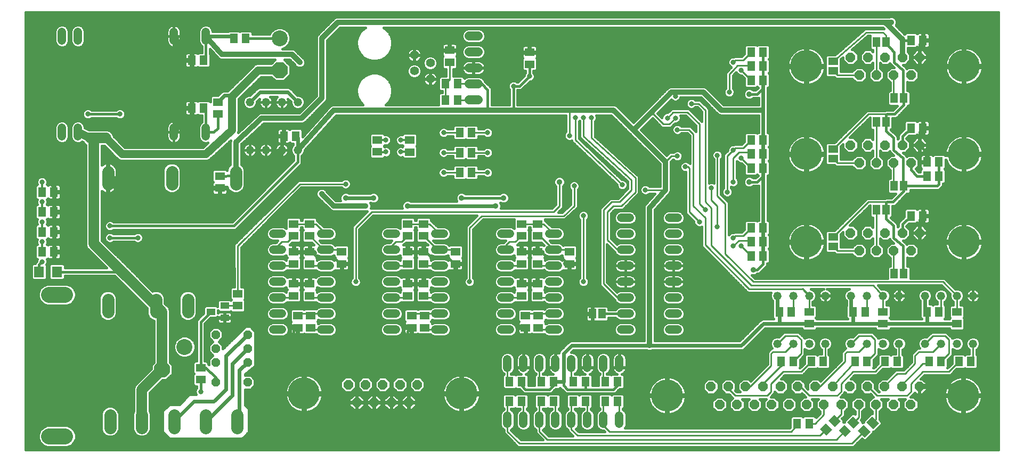
<source format=gbl>
G75*
%MOIN*%
%OFA0B0*%
%FSLAX25Y25*%
%IPPOS*%
%LPD*%
%AMOC8*
5,1,8,0,0,1.08239X$1,22.5*
%
%ADD10C,0.10000*%
%ADD11C,0.02000*%
%ADD12R,0.05906X0.05118*%
%ADD13C,0.07800*%
%ADD14R,0.06299X0.07098*%
%ADD15OC8,0.10000*%
%ADD16R,0.05118X0.05906*%
%ADD17C,0.05200*%
%ADD18C,0.05600*%
%ADD19OC8,0.05346*%
%ADD20R,0.05512X0.03937*%
%ADD21C,0.05200*%
%ADD22C,0.10000*%
%ADD23OC8,0.06000*%
%ADD24C,0.20000*%
%ADD25R,0.04600X0.06300*%
%ADD26R,0.06300X0.04600*%
%ADD27C,0.05500*%
%ADD28C,0.06600*%
%ADD29C,0.05000*%
%ADD30C,0.01600*%
%ADD31C,0.02400*%
%ADD32C,0.03200*%
%ADD33C,0.03200*%
%ADD34C,0.03600*%
%ADD35C,0.01500*%
%ADD36C,0.01000*%
%ADD37C,0.01200*%
D10*
X0265955Y0100955D03*
X0325500Y0294250D03*
D11*
X0248814Y0086156D02*
X0247814Y0085156D01*
X0247814Y0088470D01*
X0250156Y0090812D01*
X0253470Y0090812D01*
X0255812Y0088470D01*
X0255812Y0085156D01*
X0253470Y0082814D01*
X0250156Y0082814D01*
X0247814Y0085156D01*
X0249314Y0085778D01*
X0249314Y0087848D01*
X0250778Y0089312D01*
X0252848Y0089312D01*
X0254312Y0087848D01*
X0254312Y0085778D01*
X0252848Y0084314D01*
X0250778Y0084314D01*
X0249314Y0085778D01*
X0250814Y0086399D01*
X0250814Y0087227D01*
X0251399Y0087812D01*
X0252227Y0087812D01*
X0252812Y0087227D01*
X0252812Y0086399D01*
X0252227Y0085814D01*
X0251399Y0085814D01*
X0250814Y0086399D01*
D12*
X0276000Y0087990D03*
X0276000Y0080510D03*
X0336750Y0113010D03*
X0344750Y0113010D03*
X0344750Y0120490D03*
X0336750Y0120490D03*
X0334250Y0133010D03*
X0344250Y0133010D03*
X0344250Y0140490D03*
X0334250Y0140490D03*
X0334250Y0153010D03*
X0344250Y0153010D03*
X0344250Y0160490D03*
X0334250Y0160490D03*
X0334250Y0170510D03*
X0344250Y0170510D03*
X0344250Y0177990D03*
X0334250Y0177990D03*
X0364250Y0160490D03*
X0364250Y0153010D03*
X0405500Y0153010D03*
X0415500Y0153010D03*
X0415500Y0160490D03*
X0405500Y0160490D03*
X0405500Y0170510D03*
X0415500Y0170510D03*
X0415500Y0177990D03*
X0405500Y0177990D03*
X0435500Y0160490D03*
X0435500Y0153010D03*
X0415500Y0140490D03*
X0405500Y0140490D03*
X0405500Y0133010D03*
X0415500Y0133010D03*
X0416000Y0120490D03*
X0408000Y0120490D03*
X0408000Y0113010D03*
X0416000Y0113010D03*
X0479250Y0113010D03*
X0487250Y0113010D03*
X0487250Y0120490D03*
X0479250Y0120490D03*
X0476750Y0133010D03*
X0486750Y0133010D03*
X0486750Y0140490D03*
X0476750Y0140490D03*
X0476750Y0153010D03*
X0486750Y0153010D03*
X0486750Y0160490D03*
X0476750Y0160490D03*
X0476750Y0170510D03*
X0486750Y0170510D03*
X0486750Y0177990D03*
X0476750Y0177990D03*
X0506750Y0160490D03*
X0506750Y0153010D03*
X0656735Y0122990D03*
X0656735Y0115510D03*
X0702985Y0115510D03*
X0702985Y0122990D03*
X0749235Y0122990D03*
X0749235Y0115510D03*
X0406750Y0223010D03*
X0406750Y0230490D03*
X0386496Y0230521D03*
X0386496Y0223041D03*
X0288000Y0207990D03*
X0288000Y0200510D03*
X0286750Y0246760D03*
X0286750Y0254240D03*
X0431750Y0279260D03*
X0431750Y0286740D03*
X0481750Y0285490D03*
X0481750Y0278010D03*
X0299250Y0134240D03*
X0299250Y0126760D03*
D13*
X0268000Y0130650D02*
X0268000Y0122850D01*
X0248000Y0122850D02*
X0248000Y0130650D01*
X0218000Y0130650D02*
X0218000Y0122850D01*
X0219350Y0058150D02*
X0219350Y0050350D01*
X0239150Y0050350D02*
X0239150Y0058150D01*
X0259550Y0058150D02*
X0259550Y0050350D01*
X0279250Y0050350D02*
X0279250Y0058150D01*
X0298950Y0058150D02*
X0298950Y0050350D01*
X0298000Y0202850D02*
X0298000Y0210650D01*
X0258000Y0210650D02*
X0258000Y0202850D01*
X0218000Y0202850D02*
X0218000Y0210650D01*
D14*
X0186098Y0148000D03*
X0174902Y0148000D03*
D15*
X0325500Y0274250D03*
D16*
X0304240Y0294250D03*
X0296760Y0294250D03*
X0277990Y0280500D03*
X0270510Y0280500D03*
X0270510Y0250500D03*
X0277990Y0250500D03*
X0328010Y0233000D03*
X0335490Y0233000D03*
X0429260Y0255500D03*
X0436740Y0255500D03*
X0436740Y0265750D03*
X0429260Y0265750D03*
X0438010Y0235125D03*
X0445490Y0235125D03*
X0445490Y0222625D03*
X0438010Y0222625D03*
X0438010Y0210125D03*
X0445490Y0210125D03*
X0620495Y0213000D03*
X0627975Y0213000D03*
X0627975Y0221750D03*
X0620495Y0221750D03*
X0620495Y0230500D03*
X0627975Y0230500D03*
X0720510Y0238000D03*
X0727990Y0238000D03*
X0730495Y0216750D03*
X0737975Y0216750D03*
X0737975Y0208000D03*
X0730495Y0208000D03*
X0727990Y0183000D03*
X0720510Y0183000D03*
X0627975Y0175500D03*
X0620495Y0175500D03*
X0620495Y0166750D03*
X0627975Y0166750D03*
X0627975Y0158000D03*
X0620495Y0158000D03*
X0637995Y0123000D03*
X0645475Y0123000D03*
X0684245Y0123000D03*
X0691725Y0123000D03*
X0730495Y0123000D03*
X0737975Y0123000D03*
X0739225Y0091750D03*
X0731745Y0091750D03*
X0750495Y0091750D03*
X0757975Y0091750D03*
X0711725Y0091750D03*
X0704245Y0091750D03*
X0692975Y0091750D03*
X0685495Y0091750D03*
X0665475Y0091750D03*
X0657995Y0091750D03*
X0646725Y0091750D03*
X0639245Y0091750D03*
X0649245Y0053000D03*
X0656725Y0053000D03*
G36*
X0663426Y0049598D02*
X0667045Y0053217D01*
X0671220Y0049042D01*
X0667601Y0045423D01*
X0663426Y0049598D01*
G37*
G36*
X0668715Y0054887D02*
X0672334Y0058506D01*
X0676509Y0054331D01*
X0672890Y0050712D01*
X0668715Y0054887D01*
G37*
G36*
X0680483Y0053940D02*
X0684102Y0057559D01*
X0688277Y0053384D01*
X0684658Y0049765D01*
X0680483Y0053940D01*
G37*
G36*
X0675194Y0048651D02*
X0678813Y0052270D01*
X0682988Y0048095D01*
X0679369Y0044476D01*
X0675194Y0048651D01*
G37*
G36*
X0687327Y0048499D02*
X0690946Y0052118D01*
X0695121Y0047943D01*
X0691502Y0044324D01*
X0687327Y0048499D01*
G37*
G36*
X0692617Y0053789D02*
X0696236Y0057408D01*
X0700411Y0053233D01*
X0696792Y0049614D01*
X0692617Y0053789D01*
G37*
X0536755Y0066750D03*
X0529275Y0066750D03*
X0516725Y0066750D03*
X0509245Y0066750D03*
X0496755Y0066750D03*
X0489275Y0066750D03*
X0476725Y0066750D03*
X0469245Y0066750D03*
X0469275Y0079250D03*
X0476755Y0079250D03*
X0489245Y0079250D03*
X0496725Y0079250D03*
X0509275Y0079250D03*
X0516755Y0079250D03*
X0529245Y0079250D03*
X0536725Y0079250D03*
X0184240Y0160500D03*
X0176760Y0160500D03*
X0176760Y0173000D03*
X0184240Y0173000D03*
X0184240Y0185500D03*
X0176760Y0185500D03*
X0176760Y0198000D03*
X0184240Y0198000D03*
X0620495Y0268000D03*
X0627975Y0268000D03*
X0627975Y0276750D03*
X0620495Y0276750D03*
X0620495Y0285500D03*
X0627975Y0285500D03*
X0720510Y0293000D03*
X0727990Y0293000D03*
D17*
X0574350Y0181750D02*
X0569150Y0181750D01*
X0569150Y0171750D02*
X0574350Y0171750D01*
X0574350Y0161750D02*
X0569150Y0161750D01*
X0569150Y0151750D02*
X0574350Y0151750D01*
X0574350Y0141750D02*
X0569150Y0141750D01*
X0569150Y0131750D02*
X0574350Y0131750D01*
X0574350Y0121750D02*
X0569150Y0121750D01*
X0569150Y0111750D02*
X0574350Y0111750D01*
X0544350Y0111750D02*
X0539150Y0111750D01*
X0539150Y0121750D02*
X0544350Y0121750D01*
X0544350Y0131750D02*
X0539150Y0131750D01*
X0539150Y0141750D02*
X0544350Y0141750D01*
X0544350Y0151750D02*
X0539150Y0151750D01*
X0539150Y0161750D02*
X0544350Y0161750D01*
X0544350Y0171750D02*
X0539150Y0171750D01*
X0539150Y0181750D02*
X0544350Y0181750D01*
X0499468Y0171750D02*
X0494268Y0171750D01*
X0494268Y0161750D02*
X0499468Y0161750D01*
X0499468Y0151750D02*
X0494268Y0151750D01*
X0494268Y0141750D02*
X0499468Y0141750D01*
X0499468Y0131750D02*
X0494268Y0131750D01*
X0494268Y0121750D02*
X0499468Y0121750D01*
X0499468Y0111750D02*
X0494268Y0111750D01*
X0469468Y0111750D02*
X0464268Y0111750D01*
X0464268Y0121750D02*
X0469468Y0121750D01*
X0469468Y0131750D02*
X0464268Y0131750D01*
X0464268Y0141750D02*
X0469468Y0141750D01*
X0469468Y0151750D02*
X0464268Y0151750D01*
X0464268Y0161750D02*
X0469468Y0161750D01*
X0469468Y0171750D02*
X0464268Y0171750D01*
X0428100Y0171750D02*
X0422900Y0171750D01*
X0422900Y0161750D02*
X0428100Y0161750D01*
X0428100Y0151750D02*
X0422900Y0151750D01*
X0422900Y0141750D02*
X0428100Y0141750D01*
X0428100Y0131750D02*
X0422900Y0131750D01*
X0422900Y0121750D02*
X0428100Y0121750D01*
X0428100Y0111750D02*
X0422900Y0111750D01*
X0398100Y0111750D02*
X0392900Y0111750D01*
X0392900Y0121750D02*
X0398100Y0121750D01*
X0398100Y0131750D02*
X0392900Y0131750D01*
X0392900Y0141750D02*
X0398100Y0141750D01*
X0398100Y0151750D02*
X0392900Y0151750D01*
X0392900Y0161750D02*
X0398100Y0161750D01*
X0398100Y0171750D02*
X0392900Y0171750D01*
X0356850Y0171750D02*
X0351650Y0171750D01*
X0351650Y0161750D02*
X0356850Y0161750D01*
X0356850Y0151750D02*
X0351650Y0151750D01*
X0326850Y0151750D02*
X0321650Y0151750D01*
X0321650Y0141750D02*
X0326850Y0141750D01*
X0326850Y0131750D02*
X0321650Y0131750D01*
X0321650Y0121750D02*
X0326850Y0121750D01*
X0351650Y0121750D02*
X0356850Y0121750D01*
X0356850Y0111750D02*
X0351650Y0111750D01*
X0326850Y0111750D02*
X0321650Y0111750D01*
X0351650Y0131750D02*
X0356850Y0131750D01*
X0356850Y0141750D02*
X0351650Y0141750D01*
X0326850Y0161750D02*
X0321650Y0161750D01*
X0321650Y0171750D02*
X0326850Y0171750D01*
X0279250Y0232900D02*
X0279250Y0238100D01*
X0259250Y0238100D02*
X0259250Y0232900D01*
X0199250Y0232900D02*
X0199250Y0238100D01*
X0189250Y0238100D02*
X0189250Y0232900D01*
X0189250Y0292900D02*
X0189250Y0298100D01*
X0199250Y0298100D02*
X0199250Y0292900D01*
X0259250Y0292900D02*
X0259250Y0298100D01*
X0279250Y0298100D02*
X0279250Y0292900D01*
X0467985Y0093200D02*
X0467985Y0088000D01*
X0477985Y0088000D02*
X0477985Y0093200D01*
X0487985Y0093200D02*
X0487985Y0088000D01*
X0497985Y0088000D02*
X0497985Y0093200D01*
X0507985Y0093200D02*
X0507985Y0088000D01*
X0517985Y0088000D02*
X0517985Y0093200D01*
X0527985Y0093200D02*
X0527985Y0088000D01*
X0537985Y0088000D02*
X0537985Y0093200D01*
X0537985Y0058000D02*
X0537985Y0052800D01*
X0527985Y0052800D02*
X0527985Y0058000D01*
X0517985Y0058000D02*
X0517985Y0052800D01*
X0507985Y0052800D02*
X0507985Y0058000D01*
X0497985Y0058000D02*
X0497985Y0052800D01*
X0487985Y0052800D02*
X0487985Y0058000D01*
X0477985Y0058000D02*
X0477985Y0052800D01*
X0467985Y0052800D02*
X0467985Y0058000D01*
D18*
X0449550Y0255750D02*
X0443950Y0255750D01*
X0443950Y0265750D02*
X0449550Y0265750D01*
X0449550Y0275750D02*
X0443950Y0275750D01*
X0443950Y0285750D02*
X0449550Y0285750D01*
X0449550Y0295750D02*
X0443950Y0295750D01*
D19*
X0305500Y0108671D03*
X0285500Y0108671D03*
X0285500Y0100010D03*
X0285500Y0091348D03*
X0305500Y0091348D03*
X0305500Y0100010D03*
X0305500Y0078750D03*
X0285500Y0078750D03*
D20*
X0291081Y0119260D03*
X0282419Y0123000D03*
X0291081Y0126740D03*
D21*
X0306750Y0224250D03*
X0316750Y0224250D03*
X0326750Y0224250D03*
X0336750Y0224250D03*
X0336750Y0254250D03*
X0326750Y0254250D03*
X0316750Y0254250D03*
X0306750Y0254250D03*
X0636735Y0133000D03*
X0646735Y0133000D03*
X0656735Y0133000D03*
X0666735Y0133000D03*
X0682985Y0133000D03*
X0692985Y0133000D03*
X0702985Y0133000D03*
X0712985Y0133000D03*
X0729235Y0133000D03*
X0739235Y0133000D03*
X0749235Y0133000D03*
X0759235Y0133000D03*
X0759235Y0103000D03*
X0749235Y0103000D03*
X0739235Y0103000D03*
X0729235Y0103000D03*
X0712985Y0103000D03*
X0702985Y0103000D03*
X0692985Y0103000D03*
X0682985Y0103000D03*
X0666735Y0103000D03*
X0656735Y0103000D03*
X0646735Y0103000D03*
X0636735Y0103000D03*
D22*
X0191250Y0133550D02*
X0181250Y0133550D01*
X0181250Y0044950D02*
X0191250Y0044950D01*
D23*
X0368339Y0077350D03*
X0379139Y0077350D03*
X0389939Y0077350D03*
X0400739Y0077350D03*
X0411539Y0077350D03*
X0406139Y0066150D03*
X0395339Y0066150D03*
X0384539Y0066150D03*
X0373739Y0066150D03*
X0595285Y0076100D03*
X0606185Y0076100D03*
X0616985Y0076100D03*
X0627885Y0076100D03*
X0638785Y0076100D03*
X0649585Y0076100D03*
X0660485Y0076100D03*
X0671385Y0076100D03*
X0682185Y0076100D03*
X0693085Y0076100D03*
X0703985Y0076100D03*
X0714785Y0076100D03*
X0725685Y0076100D03*
X0720285Y0064900D03*
X0709385Y0064900D03*
X0698485Y0064900D03*
X0687685Y0064900D03*
X0676785Y0064900D03*
X0665885Y0064900D03*
X0655085Y0064900D03*
X0644185Y0064900D03*
X0633285Y0064900D03*
X0622485Y0064900D03*
X0611585Y0064900D03*
X0600685Y0064900D03*
X0688035Y0161150D03*
X0698835Y0161150D03*
X0709635Y0161150D03*
X0720435Y0161150D03*
X0715035Y0172350D03*
X0725835Y0172350D03*
X0704235Y0172350D03*
X0693435Y0172350D03*
X0682635Y0172350D03*
X0688035Y0216150D03*
X0698835Y0216150D03*
X0709635Y0216150D03*
X0720435Y0216150D03*
X0715035Y0227350D03*
X0725835Y0227350D03*
X0704235Y0227350D03*
X0693435Y0227350D03*
X0682635Y0227350D03*
X0688035Y0271150D03*
X0698835Y0271150D03*
X0709635Y0271150D03*
X0720435Y0271150D03*
X0715035Y0282350D03*
X0725835Y0282350D03*
X0704235Y0282350D03*
X0693435Y0282350D03*
X0682635Y0282350D03*
D24*
X0654935Y0276750D03*
X0753535Y0276750D03*
X0753535Y0221750D03*
X0654935Y0221750D03*
X0654935Y0166750D03*
X0753535Y0166750D03*
X0753085Y0070500D03*
X0567885Y0070500D03*
X0439239Y0071750D03*
X0340639Y0071750D03*
D25*
X0521250Y0121750D03*
X0527250Y0121750D03*
X0698735Y0186750D03*
X0704735Y0186750D03*
X0709985Y0201750D03*
X0715985Y0201750D03*
X0704735Y0241750D03*
X0698735Y0241750D03*
X0709985Y0256750D03*
X0715985Y0256750D03*
X0704735Y0291750D03*
X0698735Y0291750D03*
X0709985Y0146750D03*
X0715985Y0146750D03*
D26*
X0671735Y0163750D03*
X0671735Y0169750D03*
X0671735Y0218750D03*
X0671735Y0224750D03*
X0671735Y0273750D03*
X0671735Y0279750D03*
D27*
X0419750Y0278750D03*
X0409750Y0273750D03*
X0409750Y0283750D03*
X0419750Y0268750D03*
D28*
X0216750Y0231750D02*
X0206750Y0231750D01*
X0209250Y0229250D02*
X0209250Y0165500D01*
X0226750Y0148000D01*
X0248000Y0126750D01*
X0251813Y0122937D01*
X0251813Y0086813D01*
X0239150Y0074150D01*
X0239150Y0054250D01*
D29*
X0233000Y0191750D02*
X0288000Y0191750D01*
X0301750Y0191750D01*
X0308000Y0198000D01*
X0308000Y0209250D01*
X0326750Y0224250D01*
X0295500Y0236750D02*
X0295500Y0258000D01*
X0296071Y0258371D01*
X0311950Y0274250D01*
X0325500Y0274250D01*
X0264250Y0281750D02*
X0264250Y0251750D01*
X0264250Y0246750D01*
X0259250Y0235500D01*
X0279250Y0221750D02*
X0226750Y0221750D01*
X0216750Y0231750D01*
X0206750Y0231750D02*
X0199250Y0235500D01*
X0206750Y0231750D02*
X0206848Y0231748D01*
X0206946Y0231742D01*
X0207044Y0231733D01*
X0207141Y0231719D01*
X0207238Y0231702D01*
X0207334Y0231681D01*
X0207429Y0231656D01*
X0207523Y0231628D01*
X0207615Y0231595D01*
X0207707Y0231560D01*
X0207797Y0231520D01*
X0207885Y0231478D01*
X0207972Y0231431D01*
X0208056Y0231382D01*
X0208139Y0231329D01*
X0208219Y0231273D01*
X0208298Y0231213D01*
X0208374Y0231151D01*
X0208447Y0231086D01*
X0208518Y0231018D01*
X0208586Y0230947D01*
X0208651Y0230874D01*
X0208713Y0230798D01*
X0208773Y0230719D01*
X0208829Y0230639D01*
X0208882Y0230556D01*
X0208931Y0230472D01*
X0208978Y0230385D01*
X0209020Y0230297D01*
X0209060Y0230207D01*
X0209095Y0230115D01*
X0209128Y0230023D01*
X0209156Y0229929D01*
X0209181Y0229834D01*
X0209202Y0229738D01*
X0209219Y0229641D01*
X0209233Y0229544D01*
X0209242Y0229446D01*
X0209248Y0229348D01*
X0209250Y0229250D01*
X0218000Y0206750D02*
X0233000Y0191750D01*
X0279250Y0221750D02*
X0295500Y0236750D01*
X0264250Y0281750D02*
X0259250Y0295500D01*
D30*
X0279250Y0295500D02*
X0279250Y0282813D01*
X0277990Y0280500D01*
X0304240Y0294250D02*
X0325500Y0294250D01*
X0279250Y0249437D02*
X0277990Y0250500D01*
X0279250Y0249437D02*
X0279250Y0235500D01*
X0284250Y0235500D01*
X0286750Y0238000D01*
X0286750Y0246760D01*
X0336750Y0224250D02*
X0336750Y0216750D01*
X0296750Y0176750D01*
X0219250Y0176750D01*
X0219250Y0169250D02*
X0236750Y0169250D01*
X0226750Y0148000D02*
X0186098Y0148000D01*
X0174902Y0148000D02*
X0174902Y0152402D01*
X0176750Y0154250D01*
X0184240Y0160500D02*
X0184240Y0173000D01*
X0184240Y0185500D01*
X0184240Y0198000D01*
X0288000Y0200510D02*
X0288000Y0191750D01*
X0288000Y0207990D02*
X0296563Y0208187D01*
X0298000Y0206750D01*
X0344250Y0177990D02*
X0344260Y0178000D01*
X0362990Y0161750D02*
X0364250Y0160490D01*
X0359260Y0156750D02*
X0349250Y0156750D01*
X0345510Y0160490D01*
X0344250Y0160490D01*
X0344240Y0160500D01*
X0339250Y0160500D01*
X0339240Y0160490D01*
X0334250Y0160490D01*
X0339250Y0160500D02*
X0339250Y0140500D01*
X0339250Y0128000D01*
X0331750Y0125500D01*
X0331750Y0115500D01*
X0334250Y0113000D01*
X0334250Y0104250D01*
X0367350Y0066150D01*
X0373739Y0066150D01*
X0384539Y0066150D01*
X0395339Y0066150D01*
X0406139Y0066150D01*
X0413650Y0066150D01*
X0451750Y0105500D01*
X0490500Y0105500D01*
X0479250Y0109250D01*
X0479250Y0113010D01*
X0479240Y0113000D01*
X0476750Y0113000D01*
X0474250Y0115500D01*
X0474250Y0125500D01*
X0475500Y0126750D01*
X0480500Y0126750D01*
X0481750Y0128000D01*
X0481750Y0140490D01*
X0481750Y0160490D01*
X0486750Y0160490D01*
X0486760Y0160500D01*
X0489250Y0160500D01*
X0493000Y0156750D01*
X0501750Y0156750D01*
X0505490Y0153010D01*
X0506750Y0153010D01*
X0488010Y0151750D02*
X0486750Y0153010D01*
X0481750Y0160490D02*
X0476750Y0160490D01*
X0486750Y0170510D02*
X0488108Y0170510D01*
X0435500Y0153010D02*
X0435490Y0153010D01*
X0430500Y0156750D01*
X0420500Y0156750D01*
X0418000Y0159250D01*
X0416740Y0159250D01*
X0415500Y0160490D01*
X0410500Y0160490D01*
X0410500Y0140490D01*
X0410500Y0128000D01*
X0403000Y0125500D01*
X0403000Y0115500D01*
X0405500Y0113000D01*
X0407990Y0113000D01*
X0408000Y0113010D01*
X0405500Y0110510D01*
X0405500Y0101750D01*
X0406139Y0101139D01*
X0406139Y0066150D01*
X0467985Y0065490D02*
X0469245Y0066750D01*
X0476725Y0066750D02*
X0477985Y0065490D01*
X0479250Y0074250D02*
X0476755Y0076745D01*
X0476755Y0079250D01*
X0479250Y0074250D02*
X0494235Y0074250D01*
X0496725Y0076740D01*
X0496725Y0079250D01*
X0503000Y0079250D02*
X0503000Y0076750D01*
X0505500Y0074250D01*
X0516750Y0074250D01*
X0516750Y0079245D01*
X0516755Y0079250D01*
X0516750Y0074250D02*
X0534235Y0074250D01*
X0536725Y0076740D01*
X0536725Y0079250D01*
X0517985Y0065500D02*
X0516725Y0066750D01*
X0509245Y0066750D02*
X0507985Y0065500D01*
X0489260Y0111750D02*
X0487250Y0113010D01*
X0487250Y0120490D02*
X0489260Y0121750D01*
X0488000Y0120500D02*
X0487250Y0120490D01*
X0488000Y0120500D02*
X0486750Y0121750D01*
X0480510Y0121750D02*
X0479250Y0120490D01*
X0475490Y0131750D02*
X0476750Y0133010D01*
X0486750Y0133010D02*
X0488010Y0131750D01*
X0486750Y0140490D02*
X0481750Y0140490D01*
X0476750Y0140490D01*
X0527250Y0121750D02*
X0541750Y0121750D01*
X0621735Y0149250D02*
X0624235Y0149250D01*
X0627985Y0153000D01*
X0627985Y0157990D01*
X0627975Y0158000D01*
X0620495Y0166750D02*
X0619245Y0167650D01*
X0639250Y0194250D02*
X0644235Y0199235D01*
X0644235Y0216750D01*
X0639235Y0221750D01*
X0627985Y0212990D02*
X0627975Y0213000D01*
X0627985Y0212990D02*
X0627985Y0208000D01*
X0624235Y0204250D01*
X0619235Y0204250D01*
X0620485Y0213000D02*
X0620495Y0213000D01*
X0620485Y0221750D02*
X0620495Y0221750D01*
X0620485Y0221750D02*
X0618985Y0222750D01*
X0626750Y0249250D02*
X0627975Y0249250D01*
X0639250Y0249250D02*
X0644235Y0254235D01*
X0644235Y0271750D01*
X0639235Y0276750D01*
X0627975Y0276750D02*
X0627975Y0268000D01*
X0628000Y0267975D01*
X0627975Y0262975D02*
X0624250Y0259250D01*
X0619250Y0259250D01*
X0627975Y0276750D02*
X0627975Y0285500D01*
X0698835Y0290400D02*
X0698735Y0291750D01*
X0704735Y0291750D02*
X0704735Y0291250D01*
X0709735Y0285500D01*
X0709735Y0279250D01*
X0715485Y0274250D01*
X0715485Y0257250D01*
X0715985Y0256750D01*
X0715985Y0252500D01*
X0710235Y0246750D01*
X0705485Y0246750D01*
X0704735Y0246250D02*
X0704735Y0241750D01*
X0704735Y0236250D01*
X0709610Y0231750D01*
X0709610Y0224250D01*
X0715485Y0219250D01*
X0715485Y0202250D01*
X0715985Y0201750D01*
X0715985Y0198500D01*
X0709235Y0191750D01*
X0705485Y0191750D01*
X0704735Y0191250D02*
X0704735Y0186750D01*
X0704735Y0181250D01*
X0709610Y0176750D01*
X0709610Y0169250D01*
X0715485Y0164250D01*
X0715485Y0147250D01*
X0715985Y0146750D01*
X0709985Y0146750D02*
X0709635Y0147100D01*
X0692985Y0124260D02*
X0691725Y0123000D01*
X0684245Y0123000D02*
X0682985Y0124260D01*
X0684235Y0122990D02*
X0684245Y0123000D01*
X0646735Y0124260D02*
X0645475Y0123000D01*
X0637995Y0123000D02*
X0637985Y0122990D01*
X0639245Y0091750D02*
X0639235Y0091740D01*
X0639235Y0089250D01*
X0665475Y0091750D02*
X0666735Y0091760D01*
X0693085Y0076100D02*
X0693635Y0076100D01*
X0703985Y0076100D02*
X0703985Y0076500D01*
X0711725Y0091750D02*
X0712985Y0091760D01*
X0730495Y0090500D02*
X0731745Y0091750D01*
X0757975Y0091750D02*
X0759235Y0093010D01*
X0737975Y0123000D02*
X0739235Y0124260D01*
X0730495Y0123000D02*
X0729245Y0121750D01*
X0729235Y0121750D01*
X0730495Y0123000D02*
X0729235Y0124260D01*
X0725835Y0172350D02*
X0725835Y0180648D01*
X0727990Y0183000D01*
X0720510Y0183000D02*
X0715035Y0177722D01*
X0715035Y0172350D01*
X0698835Y0186650D02*
X0698735Y0186750D01*
X0709985Y0201750D02*
X0709635Y0202100D01*
X0715985Y0201750D02*
X0736735Y0201750D01*
X0737975Y0202990D01*
X0737975Y0208000D01*
X0737975Y0216750D01*
X0730495Y0216750D02*
X0730495Y0222690D01*
X0725835Y0227350D01*
X0725835Y0235648D01*
X0727990Y0238000D01*
X0720510Y0238000D02*
X0715035Y0232722D01*
X0715035Y0227350D01*
X0720435Y0216150D02*
X0720435Y0211750D01*
X0724185Y0208000D01*
X0730495Y0208000D01*
X0698835Y0241650D02*
X0698735Y0241750D01*
X0709985Y0256750D02*
X0709635Y0257100D01*
X0725835Y0282350D02*
X0725835Y0290648D01*
X0727990Y0293000D01*
X0720510Y0293000D02*
X0715500Y0293000D01*
X0715035Y0293465D01*
X0481750Y0278010D02*
X0481750Y0270500D01*
X0475500Y0264250D01*
X0471750Y0264250D01*
X0471750Y0249250D01*
X0455500Y0249250D02*
X0455500Y0262000D01*
X0451750Y0265750D01*
X0446750Y0265750D01*
X0406750Y0231750D02*
X0406750Y0230490D01*
X0406750Y0223010D02*
X0406750Y0221750D01*
X0439250Y0194250D02*
X0465500Y0194250D01*
X0405500Y0170510D02*
X0405500Y0170500D01*
X0405500Y0160490D02*
X0410500Y0160490D01*
X0405500Y0153010D02*
X0404240Y0151750D01*
X0415500Y0153010D02*
X0416760Y0151750D01*
X0415500Y0140490D02*
X0410500Y0140490D01*
X0405500Y0140490D01*
X0405500Y0133010D02*
X0404240Y0131750D01*
X0415500Y0133010D02*
X0416760Y0131750D01*
X0418010Y0121750D02*
X0416000Y0120490D01*
X0415490Y0121750D01*
X0410500Y0121750D02*
X0409240Y0120490D01*
X0408000Y0120490D01*
X0416000Y0113010D02*
X0418010Y0111750D01*
X0345510Y0111750D02*
X0344750Y0113010D01*
X0336750Y0113010D02*
X0336740Y0113000D01*
X0334250Y0113000D01*
X0336750Y0120490D02*
X0335510Y0121750D01*
X0344750Y0120490D02*
X0345510Y0121750D01*
X0345510Y0131750D02*
X0344250Y0133010D01*
X0334250Y0133010D02*
X0332990Y0131750D01*
X0334250Y0140490D02*
X0334260Y0140500D01*
X0339250Y0140500D01*
X0344240Y0140500D01*
X0344250Y0140490D01*
X0345510Y0151750D02*
X0344250Y0153010D01*
X0334250Y0153010D02*
X0332990Y0151750D01*
X0359260Y0156750D02*
X0364250Y0153010D01*
X0282419Y0123000D02*
X0276000Y0116581D01*
X0276000Y0087990D01*
X0279260Y0087990D01*
X0285500Y0081750D01*
X0285500Y0078750D01*
X0276000Y0080510D02*
X0276000Y0073000D01*
X0248000Y0126750D02*
X0246750Y0126750D01*
X0236750Y0136750D01*
X0225500Y0246750D02*
X0205500Y0246750D01*
X0649245Y0053000D02*
X0649245Y0051760D01*
D31*
X0573485Y0064900D02*
X0567885Y0070500D01*
X0503000Y0079250D02*
X0503000Y0096750D01*
X0508000Y0101750D01*
X0556750Y0101750D01*
X0614250Y0101750D01*
X0628010Y0115510D01*
X0638000Y0115510D01*
X0638000Y0122995D01*
X0637995Y0123000D02*
X0636735Y0124260D01*
X0636735Y0133000D01*
X0636735Y0124260D02*
X0636803Y0124258D01*
X0636872Y0124253D01*
X0636940Y0124243D01*
X0637007Y0124230D01*
X0637073Y0124214D01*
X0637139Y0124194D01*
X0637203Y0124170D01*
X0637266Y0124143D01*
X0637328Y0124113D01*
X0637387Y0124079D01*
X0637445Y0124042D01*
X0637501Y0124002D01*
X0637554Y0123959D01*
X0637605Y0123913D01*
X0637653Y0123865D01*
X0637699Y0123814D01*
X0637742Y0123761D01*
X0637782Y0123705D01*
X0637819Y0123647D01*
X0637853Y0123588D01*
X0637883Y0123526D01*
X0637910Y0123463D01*
X0637934Y0123399D01*
X0637954Y0123333D01*
X0637970Y0123267D01*
X0637983Y0123200D01*
X0637993Y0123132D01*
X0637998Y0123063D01*
X0638000Y0122995D01*
X0638000Y0115510D02*
X0656735Y0115510D01*
X0684245Y0115510D01*
X0684245Y0123000D01*
X0682985Y0124260D02*
X0682985Y0133000D01*
X0684245Y0115510D02*
X0702985Y0115510D01*
X0730495Y0115510D01*
X0730495Y0123000D01*
X0729235Y0124260D02*
X0729235Y0133000D01*
X0730495Y0115510D02*
X0749235Y0115510D01*
X0627975Y0158000D02*
X0627975Y0166750D01*
X0627975Y0175500D01*
X0627975Y0213000D01*
X0627975Y0221750D01*
X0627975Y0230500D01*
X0627975Y0249250D01*
X0627975Y0262975D01*
X0627975Y0268000D01*
X0460500Y0189250D02*
X0405500Y0189250D01*
X0384250Y0194250D02*
X0366750Y0194250D01*
X0336750Y0224250D02*
X0336750Y0231740D01*
X0335490Y0233000D01*
X0328010Y0233000D02*
X0326750Y0231740D01*
X0326750Y0224250D01*
X0270510Y0250500D02*
X0264250Y0250500D01*
X0264250Y0251750D01*
X0186750Y0251750D01*
X0181750Y0246750D01*
X0181750Y0203652D01*
X0184240Y0201161D01*
X0184240Y0198000D01*
X0286750Y0254240D02*
X0290881Y0258371D01*
X0296071Y0258371D01*
X0306750Y0254250D02*
X0313000Y0260500D01*
X0330500Y0260500D01*
X0336750Y0254250D01*
X0270510Y0280500D02*
X0264250Y0280500D01*
X0264250Y0281750D01*
X0294260Y0295500D02*
X0296760Y0294250D01*
X0294260Y0295500D02*
X0279250Y0295500D01*
X0305500Y0108671D02*
X0291750Y0095500D01*
X0291750Y0074250D01*
X0284250Y0066750D01*
X0271750Y0066750D01*
X0259550Y0054550D01*
X0259550Y0054250D01*
X0279250Y0054250D02*
X0295950Y0070500D01*
X0295950Y0090500D01*
X0305500Y0100010D01*
X0305500Y0091348D02*
X0300200Y0086450D01*
X0300200Y0055500D01*
X0298950Y0054250D01*
X0496725Y0079250D02*
X0503000Y0079250D01*
D32*
X0515490Y0141740D03*
X0444250Y0141750D03*
X0373000Y0141750D03*
X0319250Y0089250D03*
X0276000Y0073000D03*
X0176750Y0154250D03*
X0176750Y0166750D03*
X0176750Y0179250D03*
X0176750Y0191750D03*
X0176750Y0204250D03*
X0219250Y0176750D03*
X0219250Y0169250D03*
X0236750Y0169250D03*
X0366750Y0203000D03*
X0391953Y0223040D03*
X0401281Y0223040D03*
X0401281Y0230492D03*
X0391953Y0230514D03*
X0428000Y0235125D03*
X0428000Y0222625D03*
X0428000Y0210125D03*
X0455500Y0210125D03*
X0455500Y0222625D03*
X0455500Y0235125D03*
X0484250Y0231375D03*
X0506750Y0233266D03*
X0510500Y0244624D03*
X0515500Y0244624D03*
X0520500Y0244624D03*
X0535500Y0240500D03*
X0539250Y0236750D03*
X0535500Y0233000D03*
X0546750Y0229250D03*
X0543000Y0225500D03*
X0550500Y0225500D03*
X0558000Y0233000D03*
X0554250Y0236750D03*
X0558000Y0240500D03*
X0568000Y0244350D03*
X0573000Y0244250D03*
X0574250Y0236950D03*
X0550500Y0248000D03*
X0546750Y0244250D03*
X0543000Y0248000D03*
X0573000Y0258000D03*
X0583089Y0253250D03*
X0606750Y0260500D03*
X0639235Y0249250D03*
X0609235Y0224250D03*
X0599250Y0221000D03*
X0614235Y0219250D03*
X0579250Y0213800D03*
X0574250Y0220500D03*
X0609235Y0204250D03*
X0605500Y0198000D03*
X0595500Y0200500D03*
X0591750Y0186750D03*
X0588000Y0179250D03*
X0599250Y0176136D03*
X0609235Y0169250D03*
X0609235Y0164250D03*
X0614235Y0164250D03*
X0619235Y0191750D03*
X0639235Y0194250D03*
X0554250Y0199250D03*
X0539750Y0202500D03*
X0509750Y0201750D03*
X0490500Y0190500D03*
X0515490Y0183050D03*
X0471750Y0264250D03*
X0481750Y0270500D03*
X0491750Y0291750D03*
X0411750Y0261750D03*
X0264250Y0266750D03*
X0225500Y0246750D03*
X0205500Y0246750D03*
X0196750Y0266750D03*
X0594250Y0284250D03*
X0609250Y0279250D03*
X0614250Y0274250D03*
D33*
X0590500Y0260500D02*
X0570500Y0260500D01*
X0558000Y0248000D01*
X0546750Y0236750D01*
X0566750Y0216750D01*
X0566750Y0199250D01*
X0556750Y0188000D01*
X0556750Y0101750D01*
X0725685Y0076100D02*
X0746015Y0076100D01*
X0753085Y0070500D01*
X0379250Y0189250D02*
X0359250Y0189250D01*
X0351750Y0196750D01*
X0298000Y0206750D02*
X0298000Y0229250D01*
X0314250Y0244250D01*
X0339250Y0244250D01*
X0351750Y0256750D01*
X0351750Y0294250D01*
X0361750Y0304250D01*
X0704250Y0304250D01*
X0708000Y0304250D01*
X0704250Y0304250D02*
X0715035Y0293465D01*
X0715035Y0282350D01*
X0626750Y0249250D02*
X0601750Y0249250D01*
X0590500Y0260500D01*
X0546750Y0236750D02*
X0534250Y0249250D01*
X0506750Y0249250D01*
X0471750Y0249250D01*
X0455500Y0249250D01*
X0389250Y0249250D01*
X0359250Y0249250D01*
X0336750Y0224250D01*
X0338000Y0279250D02*
X0333000Y0284250D01*
X0289250Y0284250D01*
X0279250Y0295500D01*
D34*
X0338000Y0279250D03*
X0389250Y0249250D03*
X0500500Y0204250D03*
X0465500Y0194250D03*
X0460500Y0189250D03*
X0439250Y0194250D03*
X0405500Y0189250D03*
X0384250Y0194250D03*
X0379250Y0189250D03*
X0366750Y0194250D03*
X0351750Y0196750D03*
X0619235Y0204250D03*
X0619250Y0259250D03*
X0708000Y0304250D03*
X0621735Y0149250D03*
D35*
X0166500Y0036500D02*
X0166500Y0310465D01*
X0775110Y0310465D01*
X0775110Y0036500D01*
X0166500Y0036500D01*
X0166500Y0037744D02*
X0775110Y0037744D01*
X0775110Y0039243D02*
X0685428Y0039243D01*
X0685753Y0039568D02*
X0689768Y0043583D01*
X0690778Y0042574D01*
X0692228Y0042574D01*
X0696872Y0047218D01*
X0696872Y0047863D01*
X0697517Y0047863D01*
X0702161Y0052508D01*
X0702161Y0053957D01*
X0700735Y0055383D01*
X0700735Y0060432D01*
X0703235Y0062932D01*
X0703235Y0066868D01*
X0701853Y0068250D01*
X0706018Y0068250D01*
X0704635Y0066868D01*
X0704635Y0062932D01*
X0707418Y0060150D01*
X0711353Y0060150D01*
X0714135Y0062932D01*
X0714135Y0066868D01*
X0712753Y0068250D01*
X0716918Y0068250D01*
X0715535Y0066868D01*
X0715535Y0062932D01*
X0718318Y0060150D01*
X0722253Y0060150D01*
X0725035Y0062932D01*
X0725035Y0066868D01*
X0722253Y0069650D01*
X0720317Y0069650D01*
X0721417Y0070750D01*
X0722735Y0072068D01*
X0722735Y0072333D01*
X0723718Y0071350D01*
X0725435Y0071350D01*
X0725435Y0075850D01*
X0725935Y0075850D01*
X0725935Y0071350D01*
X0727653Y0071350D01*
X0730435Y0074132D01*
X0730435Y0075850D01*
X0725935Y0075850D01*
X0725935Y0076350D01*
X0730435Y0076350D01*
X0730435Y0078068D01*
X0727653Y0080850D01*
X0726517Y0080850D01*
X0728917Y0083250D01*
X0745177Y0083250D01*
X0748974Y0087047D01*
X0753779Y0087047D01*
X0754235Y0087503D01*
X0754691Y0087047D01*
X0761259Y0087047D01*
X0762284Y0088072D01*
X0762284Y0095428D01*
X0761485Y0096227D01*
X0761485Y0099224D01*
X0761699Y0099312D01*
X0762923Y0100536D01*
X0763585Y0102135D01*
X0763585Y0103865D01*
X0762923Y0105464D01*
X0761699Y0106688D01*
X0760101Y0107350D01*
X0758370Y0107350D01*
X0756771Y0106688D01*
X0755547Y0105464D01*
X0754885Y0103865D01*
X0754885Y0102135D01*
X0755547Y0100536D01*
X0756771Y0099312D01*
X0756985Y0099224D01*
X0756985Y0096453D01*
X0754691Y0096453D01*
X0754235Y0095997D01*
X0753779Y0096453D01*
X0747211Y0096453D01*
X0746186Y0095428D01*
X0746186Y0090623D01*
X0743313Y0087750D01*
X0743212Y0087750D01*
X0743534Y0088072D01*
X0743534Y0092877D01*
X0746485Y0095828D01*
X0746485Y0099598D01*
X0746771Y0099312D01*
X0748370Y0098650D01*
X0750101Y0098650D01*
X0751699Y0099312D01*
X0752923Y0100536D01*
X0753585Y0102135D01*
X0753585Y0103865D01*
X0752923Y0105464D01*
X0751699Y0106688D01*
X0750101Y0107350D01*
X0748370Y0107350D01*
X0746771Y0106688D01*
X0746485Y0106402D01*
X0746485Y0106432D01*
X0743985Y0108932D01*
X0742667Y0110250D01*
X0733303Y0110250D01*
X0730315Y0107261D01*
X0730101Y0107350D01*
X0728370Y0107350D01*
X0726771Y0106688D01*
X0725547Y0105464D01*
X0724885Y0103865D01*
X0724885Y0102135D01*
X0725547Y0100536D01*
X0725833Y0100250D01*
X0724553Y0100250D01*
X0720735Y0096432D01*
X0720735Y0091432D01*
X0715803Y0086500D01*
X0710803Y0086500D01*
X0709485Y0085182D01*
X0705153Y0080850D01*
X0702018Y0080850D01*
X0699235Y0078068D01*
X0699235Y0074132D01*
X0700618Y0072750D01*
X0700167Y0072750D01*
X0697835Y0075082D01*
X0697835Y0078068D01*
X0695053Y0080850D01*
X0691118Y0080850D01*
X0688335Y0078068D01*
X0688335Y0074132D01*
X0691118Y0071350D01*
X0695053Y0071350D01*
X0695128Y0071425D01*
X0696903Y0069650D01*
X0696518Y0069650D01*
X0693735Y0066868D01*
X0693735Y0062932D01*
X0696235Y0060432D01*
X0696235Y0059158D01*
X0695511Y0059158D01*
X0690866Y0054514D01*
X0690866Y0053869D01*
X0690221Y0053869D01*
X0690027Y0053675D01*
X0690027Y0054109D01*
X0689018Y0055118D01*
X0689935Y0056036D01*
X0689935Y0060432D01*
X0692435Y0062932D01*
X0692435Y0066868D01*
X0689653Y0069650D01*
X0685718Y0069650D01*
X0682935Y0066868D01*
X0682935Y0062932D01*
X0685435Y0060432D01*
X0685435Y0058701D01*
X0684826Y0059310D01*
X0683377Y0059310D01*
X0678733Y0054666D01*
X0678733Y0054020D01*
X0678260Y0054020D01*
X0678260Y0055056D01*
X0677250Y0056065D01*
X0677717Y0056532D01*
X0679035Y0057850D01*
X0679035Y0060432D01*
X0681535Y0062932D01*
X0681535Y0066868D01*
X0678753Y0069650D01*
X0676567Y0069650D01*
X0677667Y0070750D01*
X0678985Y0072068D01*
X0678985Y0072583D01*
X0680218Y0071350D01*
X0684153Y0071350D01*
X0686935Y0074132D01*
X0686935Y0078068D01*
X0684153Y0080850D01*
X0682767Y0080850D01*
X0685167Y0083250D01*
X0698927Y0083250D01*
X0702724Y0087047D01*
X0707529Y0087047D01*
X0707985Y0087503D01*
X0708441Y0087047D01*
X0715009Y0087047D01*
X0716034Y0088072D01*
X0716034Y0095428D01*
X0715235Y0096227D01*
X0715235Y0099224D01*
X0715449Y0099312D01*
X0716673Y0100536D01*
X0717335Y0102135D01*
X0717335Y0103865D01*
X0716673Y0105464D01*
X0715449Y0106688D01*
X0713851Y0107350D01*
X0712120Y0107350D01*
X0710521Y0106688D01*
X0709297Y0105464D01*
X0708635Y0103865D01*
X0708635Y0102135D01*
X0709297Y0100536D01*
X0710521Y0099312D01*
X0710735Y0099224D01*
X0710735Y0096453D01*
X0708441Y0096453D01*
X0707985Y0095997D01*
X0707529Y0096453D01*
X0700961Y0096453D01*
X0699936Y0095428D01*
X0699936Y0090623D01*
X0697063Y0087750D01*
X0696962Y0087750D01*
X0697284Y0088072D01*
X0697284Y0092877D01*
X0700235Y0095828D01*
X0700235Y0099598D01*
X0700521Y0099312D01*
X0702120Y0098650D01*
X0703851Y0098650D01*
X0705449Y0099312D01*
X0706673Y0100536D01*
X0707335Y0102135D01*
X0707335Y0103865D01*
X0706673Y0105464D01*
X0705449Y0106688D01*
X0703851Y0107350D01*
X0702120Y0107350D01*
X0700521Y0106688D01*
X0700235Y0106402D01*
X0700235Y0106432D01*
X0698917Y0107750D01*
X0696417Y0110250D01*
X0687053Y0110250D01*
X0685735Y0108932D01*
X0684065Y0107261D01*
X0683851Y0107350D01*
X0682120Y0107350D01*
X0680521Y0106688D01*
X0679297Y0105464D01*
X0678635Y0103865D01*
X0678635Y0102135D01*
X0679297Y0100536D01*
X0679583Y0100250D01*
X0679553Y0100250D01*
X0678235Y0098932D01*
X0676985Y0097682D01*
X0676985Y0092682D01*
X0663803Y0079500D01*
X0662453Y0080850D01*
X0658518Y0080850D01*
X0655735Y0078068D01*
X0655735Y0074682D01*
X0654335Y0076082D01*
X0654335Y0078068D01*
X0651553Y0080850D01*
X0647618Y0080850D01*
X0644835Y0078068D01*
X0644835Y0074132D01*
X0647618Y0071350D01*
X0651553Y0071350D01*
X0652128Y0071925D01*
X0654403Y0069650D01*
X0653118Y0069650D01*
X0650335Y0066868D01*
X0650335Y0062932D01*
X0653118Y0060150D01*
X0657053Y0060150D01*
X0659835Y0062932D01*
X0659835Y0066868D01*
X0658453Y0068250D01*
X0662518Y0068250D01*
X0661135Y0066868D01*
X0661135Y0062932D01*
X0663635Y0060432D01*
X0663635Y0059332D01*
X0661008Y0056704D01*
X0660009Y0057703D01*
X0653441Y0057703D01*
X0652985Y0057247D01*
X0652529Y0057703D01*
X0645961Y0057703D01*
X0644936Y0056678D01*
X0644936Y0050633D01*
X0644553Y0050250D01*
X0541587Y0050250D01*
X0541673Y0050336D01*
X0542335Y0051935D01*
X0542335Y0058865D01*
X0541673Y0060464D01*
X0540449Y0061688D01*
X0540235Y0061776D01*
X0540235Y0062244D01*
X0541064Y0063072D01*
X0541064Y0070428D01*
X0540039Y0071453D01*
X0533471Y0071453D01*
X0533015Y0070997D01*
X0532559Y0071453D01*
X0525991Y0071453D01*
X0524966Y0070428D01*
X0524966Y0063072D01*
X0525735Y0062303D01*
X0525735Y0061776D01*
X0525521Y0061688D01*
X0524297Y0060464D01*
X0523635Y0058865D01*
X0523635Y0051935D01*
X0524297Y0050336D01*
X0525521Y0049112D01*
X0527120Y0048450D01*
X0528103Y0048450D01*
X0528803Y0047750D01*
X0512667Y0047750D01*
X0510877Y0049540D01*
X0511673Y0050336D01*
X0512335Y0051935D01*
X0512335Y0058865D01*
X0511673Y0060464D01*
X0510449Y0061688D01*
X0510235Y0061776D01*
X0510235Y0062047D01*
X0512529Y0062047D01*
X0512985Y0062503D01*
X0513441Y0062047D01*
X0515735Y0062047D01*
X0515735Y0061776D01*
X0515521Y0061688D01*
X0514297Y0060464D01*
X0513635Y0058865D01*
X0513635Y0051935D01*
X0514297Y0050336D01*
X0515521Y0049112D01*
X0517120Y0048450D01*
X0518851Y0048450D01*
X0520449Y0049112D01*
X0521673Y0050336D01*
X0522335Y0051935D01*
X0522335Y0058865D01*
X0521673Y0060464D01*
X0520449Y0061688D01*
X0520235Y0061776D01*
X0520235Y0062273D01*
X0521034Y0063072D01*
X0521034Y0070428D01*
X0520009Y0071453D01*
X0513441Y0071453D01*
X0512985Y0070997D01*
X0512529Y0071453D01*
X0505961Y0071453D01*
X0504936Y0070428D01*
X0504936Y0063072D01*
X0505735Y0062273D01*
X0505735Y0061776D01*
X0505521Y0061688D01*
X0504297Y0060464D01*
X0503635Y0058865D01*
X0503635Y0051935D01*
X0504297Y0050336D01*
X0505521Y0049112D01*
X0505735Y0049024D01*
X0505735Y0048318D01*
X0507053Y0047000D01*
X0508803Y0045250D01*
X0493917Y0045250D01*
X0490235Y0048932D01*
X0490235Y0049024D01*
X0490449Y0049112D01*
X0491673Y0050336D01*
X0492335Y0051935D01*
X0492335Y0058865D01*
X0491673Y0060464D01*
X0490449Y0061688D01*
X0490235Y0061776D01*
X0490235Y0062047D01*
X0492559Y0062047D01*
X0493015Y0062503D01*
X0493471Y0062047D01*
X0495735Y0062047D01*
X0495735Y0061776D01*
X0495521Y0061688D01*
X0494297Y0060464D01*
X0493635Y0058865D01*
X0493635Y0051935D01*
X0494297Y0050336D01*
X0495521Y0049112D01*
X0497120Y0048450D01*
X0498851Y0048450D01*
X0500449Y0049112D01*
X0501673Y0050336D01*
X0502335Y0051935D01*
X0502335Y0058865D01*
X0501673Y0060464D01*
X0500449Y0061688D01*
X0500235Y0061776D01*
X0500235Y0062244D01*
X0501064Y0063072D01*
X0501064Y0070428D01*
X0500039Y0071453D01*
X0493471Y0071453D01*
X0493015Y0070997D01*
X0492559Y0071453D01*
X0485991Y0071453D01*
X0484966Y0070428D01*
X0484966Y0063072D01*
X0485735Y0062303D01*
X0485735Y0061776D01*
X0485521Y0061688D01*
X0484297Y0060464D01*
X0483635Y0058865D01*
X0483635Y0051935D01*
X0484297Y0050336D01*
X0485521Y0049112D01*
X0485735Y0049024D01*
X0485735Y0047068D01*
X0487053Y0045750D01*
X0490053Y0042750D01*
X0476417Y0042750D01*
X0470235Y0048932D01*
X0470235Y0049024D01*
X0470449Y0049112D01*
X0471673Y0050336D01*
X0472335Y0051935D01*
X0472335Y0058865D01*
X0471673Y0060464D01*
X0470449Y0061688D01*
X0470235Y0061776D01*
X0470235Y0062047D01*
X0472529Y0062047D01*
X0472985Y0062503D01*
X0473441Y0062047D01*
X0475735Y0062047D01*
X0475735Y0061776D01*
X0475521Y0061688D01*
X0474297Y0060464D01*
X0473635Y0058865D01*
X0473635Y0051935D01*
X0474297Y0050336D01*
X0475521Y0049112D01*
X0477120Y0048450D01*
X0478851Y0048450D01*
X0480449Y0049112D01*
X0481673Y0050336D01*
X0482335Y0051935D01*
X0482335Y0058865D01*
X0481673Y0060464D01*
X0480449Y0061688D01*
X0480235Y0061776D01*
X0480235Y0062273D01*
X0481034Y0063072D01*
X0481034Y0070428D01*
X0480009Y0071453D01*
X0473441Y0071453D01*
X0472985Y0070997D01*
X0472529Y0071453D01*
X0465961Y0071453D01*
X0464936Y0070428D01*
X0464936Y0063072D01*
X0465735Y0062273D01*
X0465735Y0061776D01*
X0465521Y0061688D01*
X0464297Y0060464D01*
X0463635Y0058865D01*
X0463635Y0051935D01*
X0464297Y0050336D01*
X0465521Y0049112D01*
X0465735Y0049024D01*
X0465735Y0047068D01*
X0467053Y0045750D01*
X0474553Y0038250D01*
X0684435Y0038250D01*
X0685753Y0039568D01*
X0686926Y0040741D02*
X0775110Y0040741D01*
X0775110Y0042240D02*
X0688425Y0042240D01*
X0693392Y0043738D02*
X0775110Y0043738D01*
X0775110Y0045237D02*
X0694890Y0045237D01*
X0696389Y0046735D02*
X0775110Y0046735D01*
X0775110Y0048234D02*
X0697887Y0048234D01*
X0699386Y0049732D02*
X0775110Y0049732D01*
X0775110Y0051231D02*
X0700884Y0051231D01*
X0702161Y0052729D02*
X0775110Y0052729D01*
X0775110Y0054228D02*
X0701891Y0054228D01*
X0700735Y0055726D02*
X0775110Y0055726D01*
X0775110Y0057225D02*
X0700735Y0057225D01*
X0700735Y0058723D02*
X0775110Y0058723D01*
X0775110Y0060222D02*
X0758813Y0060222D01*
X0758778Y0060200D02*
X0759895Y0060902D01*
X0760927Y0061725D01*
X0761860Y0062658D01*
X0762683Y0063690D01*
X0763385Y0064807D01*
X0763958Y0065996D01*
X0764394Y0067242D01*
X0764687Y0068529D01*
X0764825Y0069750D01*
X0753835Y0069750D01*
X0753835Y0058760D01*
X0755057Y0058898D01*
X0756343Y0059191D01*
X0757589Y0059627D01*
X0758778Y0060200D01*
X0760921Y0061720D02*
X0775110Y0061720D01*
X0775110Y0063219D02*
X0762307Y0063219D01*
X0763329Y0064717D02*
X0775110Y0064717D01*
X0775110Y0066216D02*
X0764035Y0066216D01*
X0764502Y0067714D02*
X0775110Y0067714D01*
X0775110Y0069213D02*
X0764765Y0069213D01*
X0764825Y0071250D02*
X0753835Y0071250D01*
X0752335Y0071250D01*
X0752335Y0069750D01*
X0741345Y0069750D01*
X0741483Y0068529D01*
X0741777Y0067242D01*
X0742213Y0065996D01*
X0742785Y0064807D01*
X0743487Y0063690D01*
X0744310Y0062658D01*
X0745243Y0061725D01*
X0746275Y0060902D01*
X0747393Y0060200D01*
X0748582Y0059627D01*
X0749827Y0059191D01*
X0751114Y0058898D01*
X0752335Y0058760D01*
X0752335Y0069750D01*
X0753835Y0069750D01*
X0753835Y0071250D01*
X0753835Y0082240D01*
X0755057Y0082102D01*
X0756343Y0081809D01*
X0757589Y0081373D01*
X0758778Y0080800D01*
X0759895Y0080098D01*
X0760927Y0079275D01*
X0761860Y0078342D01*
X0762683Y0077310D01*
X0763385Y0076193D01*
X0763958Y0075004D01*
X0764394Y0073758D01*
X0764687Y0072471D01*
X0764825Y0071250D01*
X0764717Y0072210D02*
X0775110Y0072210D01*
X0775110Y0073708D02*
X0764405Y0073708D01*
X0763860Y0075207D02*
X0775110Y0075207D01*
X0775110Y0076705D02*
X0763063Y0076705D01*
X0761970Y0078204D02*
X0775110Y0078204D01*
X0775110Y0079702D02*
X0760391Y0079702D01*
X0757946Y0081201D02*
X0775110Y0081201D01*
X0775110Y0082699D02*
X0728367Y0082699D01*
X0726868Y0081201D02*
X0748225Y0081201D01*
X0748582Y0081373D02*
X0747393Y0080800D01*
X0746275Y0080098D01*
X0745243Y0079275D01*
X0744310Y0078342D01*
X0743487Y0077310D01*
X0742785Y0076193D01*
X0742213Y0075004D01*
X0741777Y0073758D01*
X0741483Y0072471D01*
X0741345Y0071250D01*
X0752335Y0071250D01*
X0752335Y0082240D01*
X0751114Y0082102D01*
X0749827Y0081809D01*
X0748582Y0081373D01*
X0745779Y0079702D02*
X0728800Y0079702D01*
X0730299Y0078204D02*
X0744200Y0078204D01*
X0743107Y0076705D02*
X0730435Y0076705D01*
X0730435Y0075207D02*
X0742310Y0075207D01*
X0741765Y0073708D02*
X0730011Y0073708D01*
X0728513Y0072210D02*
X0741454Y0072210D01*
X0741406Y0069213D02*
X0722690Y0069213D01*
X0721378Y0070711D02*
X0752335Y0070711D01*
X0752335Y0069213D02*
X0753835Y0069213D01*
X0753835Y0070711D02*
X0775110Y0070711D01*
X0753835Y0072210D02*
X0752335Y0072210D01*
X0752335Y0073708D02*
X0753835Y0073708D01*
X0753835Y0075207D02*
X0752335Y0075207D01*
X0752335Y0076705D02*
X0753835Y0076705D01*
X0753835Y0078204D02*
X0752335Y0078204D01*
X0752335Y0079702D02*
X0753835Y0079702D01*
X0753835Y0081201D02*
X0752335Y0081201D01*
X0747623Y0085696D02*
X0775110Y0085696D01*
X0775110Y0084198D02*
X0746125Y0084198D01*
X0744257Y0088693D02*
X0743534Y0088693D01*
X0743534Y0090192D02*
X0745755Y0090192D01*
X0746186Y0091690D02*
X0743534Y0091690D01*
X0743846Y0093189D02*
X0746186Y0093189D01*
X0746186Y0094687D02*
X0745345Y0094687D01*
X0746485Y0096186D02*
X0746944Y0096186D01*
X0746485Y0097684D02*
X0756985Y0097684D01*
X0756985Y0099183D02*
X0751387Y0099183D01*
X0752983Y0100682D02*
X0755487Y0100682D01*
X0754885Y0102180D02*
X0753585Y0102180D01*
X0753585Y0103679D02*
X0754885Y0103679D01*
X0755429Y0105177D02*
X0753042Y0105177D01*
X0751711Y0106676D02*
X0756759Y0106676D01*
X0761711Y0106676D02*
X0775110Y0106676D01*
X0775110Y0108174D02*
X0744743Y0108174D01*
X0743245Y0109673D02*
X0775110Y0109673D01*
X0775110Y0111171D02*
X0627843Y0111171D01*
X0629232Y0112560D02*
X0652032Y0112560D01*
X0652032Y0112226D01*
X0653058Y0111201D01*
X0660413Y0111201D01*
X0661438Y0112226D01*
X0661438Y0112560D01*
X0698282Y0112560D01*
X0698282Y0112226D01*
X0699308Y0111201D01*
X0706663Y0111201D01*
X0707688Y0112226D01*
X0707688Y0112560D01*
X0744532Y0112560D01*
X0744532Y0112226D01*
X0745558Y0111201D01*
X0752913Y0111201D01*
X0753938Y0112226D01*
X0753938Y0118794D01*
X0753482Y0119250D01*
X0753938Y0119706D01*
X0753938Y0126274D01*
X0752913Y0127299D01*
X0751485Y0127299D01*
X0751485Y0129224D01*
X0751699Y0129312D01*
X0752923Y0130536D01*
X0753585Y0132135D01*
X0753585Y0133865D01*
X0752923Y0135464D01*
X0751699Y0136688D01*
X0750101Y0137350D01*
X0748370Y0137350D01*
X0748156Y0137261D01*
X0741417Y0144000D01*
X0720035Y0144000D01*
X0720035Y0150625D01*
X0719010Y0151650D01*
X0718035Y0151650D01*
X0718035Y0156833D01*
X0718468Y0156400D01*
X0722403Y0156400D01*
X0725185Y0159182D01*
X0725185Y0163118D01*
X0722403Y0165900D01*
X0718468Y0165900D01*
X0717831Y0165263D01*
X0717802Y0165320D01*
X0717647Y0165694D01*
X0717572Y0165769D01*
X0717524Y0165863D01*
X0717216Y0166126D01*
X0716930Y0166412D01*
X0716832Y0166452D01*
X0715483Y0167600D01*
X0717003Y0167600D01*
X0719785Y0170382D01*
X0719785Y0174318D01*
X0717585Y0176518D01*
X0717585Y0176639D01*
X0719306Y0178297D01*
X0723794Y0178297D01*
X0724250Y0178753D01*
X0724357Y0178647D01*
X0724756Y0178416D01*
X0725201Y0178297D01*
X0727461Y0178297D01*
X0727461Y0182470D01*
X0728520Y0182470D01*
X0728520Y0178297D01*
X0730780Y0178297D01*
X0731225Y0178416D01*
X0731624Y0178647D01*
X0731950Y0178973D01*
X0732180Y0179372D01*
X0732299Y0179817D01*
X0732299Y0182470D01*
X0728520Y0182470D01*
X0728520Y0183530D01*
X0727461Y0183530D01*
X0727461Y0187703D01*
X0725201Y0187703D01*
X0724756Y0187583D01*
X0724357Y0187353D01*
X0724250Y0187247D01*
X0723794Y0187703D01*
X0717226Y0187703D01*
X0716201Y0186678D01*
X0716201Y0182388D01*
X0713613Y0179893D01*
X0713591Y0179884D01*
X0713249Y0179542D01*
X0712900Y0179206D01*
X0712891Y0179184D01*
X0712873Y0179167D01*
X0712688Y0178720D01*
X0712495Y0178276D01*
X0712495Y0178252D01*
X0712485Y0178229D01*
X0712485Y0177746D01*
X0712476Y0177262D01*
X0712485Y0177239D01*
X0712485Y0176518D01*
X0712160Y0176192D01*
X0712160Y0176296D01*
X0712178Y0176345D01*
X0712160Y0176801D01*
X0712160Y0177257D01*
X0712140Y0177306D01*
X0712138Y0177359D01*
X0711947Y0177773D01*
X0711772Y0178194D01*
X0711735Y0178232D01*
X0711713Y0178280D01*
X0711377Y0178589D01*
X0711055Y0178912D01*
X0711006Y0178932D01*
X0707801Y0181891D01*
X0708785Y0182875D01*
X0708785Y0189200D01*
X0709742Y0189200D01*
X0710680Y0189588D01*
X0711397Y0190306D01*
X0717941Y0196850D01*
X0719010Y0196850D01*
X0720035Y0197875D01*
X0720035Y0199200D01*
X0737242Y0199200D01*
X0738180Y0199588D01*
X0739420Y0200828D01*
X0740137Y0201546D01*
X0740525Y0202483D01*
X0740525Y0203297D01*
X0741259Y0203297D01*
X0742284Y0204322D01*
X0742284Y0211678D01*
X0741587Y0212375D01*
X0742284Y0213072D01*
X0742284Y0218327D01*
X0742663Y0217246D01*
X0743235Y0216057D01*
X0743937Y0214940D01*
X0744760Y0213908D01*
X0745693Y0212975D01*
X0746725Y0212152D01*
X0747843Y0211450D01*
X0749032Y0210877D01*
X0750277Y0210441D01*
X0751564Y0210148D01*
X0752785Y0210010D01*
X0752785Y0221000D01*
X0741795Y0221000D01*
X0741806Y0220906D01*
X0741259Y0221453D01*
X0734691Y0221453D01*
X0734235Y0220997D01*
X0734129Y0221103D01*
X0733730Y0221333D01*
X0733285Y0221453D01*
X0731025Y0221453D01*
X0731025Y0217280D01*
X0729966Y0217280D01*
X0729966Y0221453D01*
X0727706Y0221453D01*
X0727261Y0221333D01*
X0726861Y0221103D01*
X0726536Y0220777D01*
X0726305Y0220378D01*
X0726186Y0219933D01*
X0726186Y0217280D01*
X0729965Y0217280D01*
X0729965Y0216220D01*
X0726186Y0216220D01*
X0726186Y0213567D01*
X0726305Y0213122D01*
X0726536Y0212723D01*
X0726861Y0212397D01*
X0726889Y0212381D01*
X0726186Y0211678D01*
X0726186Y0210550D01*
X0725241Y0210550D01*
X0723397Y0212394D01*
X0725185Y0214182D01*
X0725185Y0218118D01*
X0722403Y0220900D01*
X0718468Y0220900D01*
X0717831Y0220263D01*
X0717802Y0220320D01*
X0717647Y0220694D01*
X0717572Y0220769D01*
X0717524Y0220863D01*
X0717216Y0221126D01*
X0716930Y0221412D01*
X0716832Y0221452D01*
X0715483Y0222600D01*
X0717003Y0222600D01*
X0719785Y0225382D01*
X0719785Y0229318D01*
X0717585Y0231518D01*
X0717585Y0231639D01*
X0719306Y0233297D01*
X0723794Y0233297D01*
X0724250Y0233753D01*
X0724357Y0233647D01*
X0724756Y0233416D01*
X0725201Y0233297D01*
X0727461Y0233297D01*
X0727461Y0237470D01*
X0728520Y0237470D01*
X0728520Y0233297D01*
X0730780Y0233297D01*
X0731225Y0233416D01*
X0731624Y0233647D01*
X0731950Y0233973D01*
X0732180Y0234372D01*
X0732299Y0234817D01*
X0732299Y0237470D01*
X0728520Y0237470D01*
X0728520Y0238530D01*
X0727461Y0238530D01*
X0727461Y0242703D01*
X0725201Y0242703D01*
X0724756Y0242583D01*
X0724357Y0242353D01*
X0724250Y0242247D01*
X0723794Y0242703D01*
X0717226Y0242703D01*
X0716201Y0241678D01*
X0716201Y0237388D01*
X0713613Y0234893D01*
X0713591Y0234884D01*
X0713249Y0234542D01*
X0712900Y0234206D01*
X0712891Y0234184D01*
X0712873Y0234167D01*
X0712688Y0233720D01*
X0712495Y0233276D01*
X0712495Y0233252D01*
X0712485Y0233229D01*
X0712485Y0232746D01*
X0712476Y0232262D01*
X0712485Y0232239D01*
X0712485Y0231518D01*
X0712160Y0231192D01*
X0712160Y0231296D01*
X0712178Y0231345D01*
X0712160Y0231801D01*
X0712160Y0232257D01*
X0712140Y0232306D01*
X0712138Y0232359D01*
X0711947Y0232773D01*
X0711772Y0233194D01*
X0711735Y0233232D01*
X0711713Y0233280D01*
X0711377Y0233589D01*
X0711055Y0233912D01*
X0711006Y0233932D01*
X0707801Y0236891D01*
X0708785Y0237875D01*
X0708785Y0244200D01*
X0710742Y0244200D01*
X0711680Y0244588D01*
X0712397Y0245306D01*
X0718147Y0251056D01*
X0718476Y0251850D01*
X0719010Y0251850D01*
X0720035Y0252875D01*
X0720035Y0260625D01*
X0719010Y0261650D01*
X0718035Y0261650D01*
X0718035Y0266833D01*
X0718468Y0266400D01*
X0722403Y0266400D01*
X0725185Y0269182D01*
X0725185Y0273118D01*
X0722403Y0275900D01*
X0718468Y0275900D01*
X0717830Y0275262D01*
X0717807Y0275308D01*
X0717647Y0275694D01*
X0717582Y0275759D01*
X0717541Y0275841D01*
X0717226Y0276116D01*
X0716930Y0276412D01*
X0716845Y0276447D01*
X0715519Y0277600D01*
X0717003Y0277600D01*
X0719785Y0280382D01*
X0719785Y0284318D01*
X0718385Y0285718D01*
X0718385Y0288297D01*
X0723794Y0288297D01*
X0724250Y0288753D01*
X0724357Y0288647D01*
X0724756Y0288416D01*
X0725201Y0288297D01*
X0727461Y0288297D01*
X0727461Y0292470D01*
X0728520Y0292470D01*
X0728520Y0288297D01*
X0730780Y0288297D01*
X0731225Y0288416D01*
X0731624Y0288647D01*
X0731950Y0288973D01*
X0732180Y0289372D01*
X0732299Y0289817D01*
X0732299Y0292470D01*
X0728520Y0292470D01*
X0728520Y0293530D01*
X0727461Y0293530D01*
X0727461Y0297703D01*
X0725201Y0297703D01*
X0724756Y0297583D01*
X0724357Y0297353D01*
X0724250Y0297247D01*
X0723794Y0297703D01*
X0717226Y0297703D01*
X0716380Y0296857D01*
X0711004Y0302234D01*
X0711010Y0302239D01*
X0711550Y0303544D01*
X0711550Y0304956D01*
X0711010Y0306261D01*
X0710011Y0307260D01*
X0708706Y0307800D01*
X0707294Y0307800D01*
X0706811Y0307600D01*
X0361084Y0307600D01*
X0359852Y0307090D01*
X0349852Y0297090D01*
X0348910Y0296148D01*
X0348400Y0294916D01*
X0348400Y0258138D01*
X0337862Y0247600D01*
X0314317Y0247600D01*
X0313718Y0247624D01*
X0313653Y0247600D01*
X0313584Y0247600D01*
X0313030Y0247371D01*
X0312467Y0247164D01*
X0312416Y0247117D01*
X0312352Y0247090D01*
X0311929Y0246666D01*
X0299435Y0235133D01*
X0299713Y0235735D01*
X0299716Y0235823D01*
X0299750Y0235905D01*
X0299750Y0236665D01*
X0299780Y0237425D01*
X0299750Y0237507D01*
X0299750Y0256040D01*
X0313710Y0270000D01*
X0320204Y0270000D01*
X0322704Y0267500D01*
X0328296Y0267500D01*
X0332250Y0271454D01*
X0332250Y0277046D01*
X0328396Y0280900D01*
X0331612Y0280900D01*
X0334790Y0277722D01*
X0334990Y0277239D01*
X0335989Y0276240D01*
X0337294Y0275700D01*
X0338706Y0275700D01*
X0340011Y0276240D01*
X0341010Y0277239D01*
X0341550Y0278544D01*
X0341550Y0279956D01*
X0341010Y0281261D01*
X0340011Y0282260D01*
X0339528Y0282460D01*
X0334898Y0287090D01*
X0333666Y0287600D01*
X0327084Y0287600D01*
X0329324Y0288528D01*
X0331222Y0290426D01*
X0332250Y0292907D01*
X0332250Y0295593D01*
X0331222Y0298074D01*
X0329324Y0299972D01*
X0326843Y0301000D01*
X0324157Y0301000D01*
X0321676Y0299972D01*
X0319778Y0298074D01*
X0319250Y0296800D01*
X0308549Y0296800D01*
X0308549Y0297928D01*
X0307524Y0298953D01*
X0300956Y0298953D01*
X0300500Y0298497D01*
X0300044Y0298953D01*
X0293476Y0298953D01*
X0292973Y0298450D01*
X0283600Y0298450D01*
X0283600Y0298965D01*
X0282938Y0300564D01*
X0281714Y0301788D01*
X0280115Y0302450D01*
X0278385Y0302450D01*
X0276786Y0301788D01*
X0275562Y0300564D01*
X0274900Y0298965D01*
X0274900Y0292035D01*
X0275562Y0290436D01*
X0276700Y0289298D01*
X0276700Y0285203D01*
X0274706Y0285203D01*
X0274250Y0284747D01*
X0274143Y0284853D01*
X0273744Y0285083D01*
X0273299Y0285203D01*
X0271039Y0285203D01*
X0271039Y0281030D01*
X0269980Y0281030D01*
X0269980Y0285203D01*
X0267720Y0285203D01*
X0267275Y0285083D01*
X0266876Y0284853D01*
X0266550Y0284527D01*
X0266320Y0284128D01*
X0266201Y0283683D01*
X0266201Y0281030D01*
X0269980Y0281030D01*
X0269980Y0279970D01*
X0271039Y0279970D01*
X0271039Y0275797D01*
X0273299Y0275797D01*
X0273744Y0275916D01*
X0274143Y0276147D01*
X0274250Y0276253D01*
X0274706Y0275797D01*
X0281274Y0275797D01*
X0282299Y0276822D01*
X0282299Y0284178D01*
X0281800Y0284677D01*
X0281800Y0287589D01*
X0286371Y0282446D01*
X0286410Y0282352D01*
X0286812Y0281951D01*
X0287189Y0281526D01*
X0287280Y0281482D01*
X0287352Y0281410D01*
X0287877Y0281193D01*
X0288388Y0280945D01*
X0288490Y0280939D01*
X0288584Y0280900D01*
X0289151Y0280900D01*
X0289718Y0280867D01*
X0289815Y0280900D01*
X0322604Y0280900D01*
X0320204Y0278500D01*
X0311105Y0278500D01*
X0309542Y0277853D01*
X0308347Y0276657D01*
X0293434Y0261744D01*
X0293093Y0261603D01*
X0292811Y0261321D01*
X0290294Y0261321D01*
X0289210Y0260872D01*
X0288380Y0260042D01*
X0286887Y0258549D01*
X0283072Y0258549D01*
X0282047Y0257524D01*
X0282047Y0254430D01*
X0281274Y0255203D01*
X0274706Y0255203D01*
X0274250Y0254747D01*
X0274143Y0254853D01*
X0273744Y0255083D01*
X0273299Y0255203D01*
X0271039Y0255203D01*
X0271039Y0251030D01*
X0269980Y0251030D01*
X0269980Y0255203D01*
X0267720Y0255203D01*
X0267275Y0255083D01*
X0266876Y0254853D01*
X0266550Y0254527D01*
X0266320Y0254128D01*
X0266201Y0253683D01*
X0266201Y0251030D01*
X0269980Y0251030D01*
X0269980Y0249970D01*
X0271039Y0249970D01*
X0271039Y0245797D01*
X0273299Y0245797D01*
X0273744Y0245916D01*
X0274143Y0246147D01*
X0274250Y0246253D01*
X0274706Y0245797D01*
X0276700Y0245797D01*
X0276700Y0241702D01*
X0275562Y0240564D01*
X0274900Y0238965D01*
X0274900Y0232035D01*
X0275562Y0230436D01*
X0276786Y0229212D01*
X0278385Y0228550D01*
X0280115Y0228550D01*
X0280543Y0228727D01*
X0277588Y0226000D01*
X0228510Y0226000D01*
X0221800Y0232710D01*
X0221800Y0232755D01*
X0221031Y0234611D01*
X0219611Y0236031D01*
X0217755Y0236800D01*
X0206153Y0236800D01*
X0203600Y0238077D01*
X0203600Y0238965D01*
X0202938Y0240564D01*
X0201714Y0241788D01*
X0200115Y0242450D01*
X0198385Y0242450D01*
X0196786Y0241788D01*
X0195562Y0240564D01*
X0194900Y0238965D01*
X0194900Y0232035D01*
X0195562Y0230436D01*
X0196786Y0229212D01*
X0198385Y0228550D01*
X0200115Y0228550D01*
X0201714Y0229212D01*
X0201917Y0229415D01*
X0202338Y0229204D01*
X0202469Y0228889D01*
X0203889Y0227469D01*
X0204200Y0227340D01*
X0204200Y0164495D01*
X0204969Y0162639D01*
X0206389Y0161219D01*
X0206389Y0161219D01*
X0217058Y0150550D01*
X0190998Y0150550D01*
X0190998Y0152274D01*
X0189973Y0153299D01*
X0182224Y0153299D01*
X0181199Y0152274D01*
X0181199Y0143726D01*
X0182224Y0142701D01*
X0189973Y0142701D01*
X0190998Y0143726D01*
X0190998Y0145450D01*
X0222158Y0145450D01*
X0223889Y0143719D01*
X0223889Y0143719D01*
X0242350Y0125258D01*
X0242350Y0121726D01*
X0243210Y0119650D01*
X0244800Y0118060D01*
X0246763Y0117247D01*
X0246763Y0091309D01*
X0245063Y0089609D01*
X0245063Y0087205D01*
X0234869Y0077011D01*
X0234100Y0075155D01*
X0234100Y0060722D01*
X0233500Y0059274D01*
X0233500Y0049226D01*
X0234360Y0047150D01*
X0235950Y0045560D01*
X0238026Y0044700D01*
X0240274Y0044700D01*
X0242350Y0045560D01*
X0243940Y0047150D01*
X0244800Y0049226D01*
X0244800Y0059274D01*
X0244200Y0060722D01*
X0244200Y0072058D01*
X0252205Y0080063D01*
X0254609Y0080063D01*
X0258563Y0084017D01*
X0258563Y0089609D01*
X0256863Y0091309D01*
X0256863Y0123942D01*
X0256094Y0125798D01*
X0253650Y0128242D01*
X0253650Y0131774D01*
X0252790Y0133850D01*
X0251200Y0135440D01*
X0249124Y0136300D01*
X0246876Y0136300D01*
X0245968Y0135924D01*
X0231031Y0150861D01*
X0214300Y0167592D01*
X0214300Y0198560D01*
X0214319Y0198540D01*
X0215039Y0198018D01*
X0215831Y0197614D01*
X0216677Y0197339D01*
X0217450Y0197217D01*
X0217450Y0206200D01*
X0218550Y0206200D01*
X0218550Y0207300D01*
X0217450Y0207300D01*
X0217450Y0216283D01*
X0216677Y0216161D01*
X0215831Y0215886D01*
X0215039Y0215482D01*
X0214319Y0214960D01*
X0214300Y0214940D01*
X0214300Y0226700D01*
X0215790Y0226700D01*
X0223147Y0219343D01*
X0224343Y0218147D01*
X0225905Y0217500D01*
X0279165Y0217500D01*
X0279925Y0217470D01*
X0280007Y0217500D01*
X0280095Y0217500D01*
X0280798Y0217791D01*
X0281512Y0218054D01*
X0281576Y0218113D01*
X0281657Y0218147D01*
X0282195Y0218685D01*
X0294807Y0230327D01*
X0294679Y0230050D01*
X0294677Y0229980D01*
X0294650Y0229916D01*
X0294650Y0229317D01*
X0294626Y0228718D01*
X0294650Y0228653D01*
X0294650Y0215290D01*
X0293210Y0213850D01*
X0292350Y0211774D01*
X0292350Y0211627D01*
X0291678Y0212299D01*
X0284322Y0212299D01*
X0283297Y0211274D01*
X0283297Y0204706D01*
X0283753Y0204250D01*
X0283647Y0204143D01*
X0283416Y0203744D01*
X0283297Y0203299D01*
X0283297Y0201039D01*
X0287470Y0201039D01*
X0287470Y0199980D01*
X0283297Y0199980D01*
X0283297Y0197720D01*
X0283416Y0197275D01*
X0283647Y0196876D01*
X0283973Y0196550D01*
X0284372Y0196320D01*
X0284817Y0196201D01*
X0287470Y0196201D01*
X0287470Y0199980D01*
X0288530Y0199980D01*
X0288530Y0201039D01*
X0292634Y0201039D01*
X0293210Y0199650D01*
X0294800Y0198060D01*
X0296876Y0197200D01*
X0299124Y0197200D01*
X0301200Y0198060D01*
X0302790Y0199650D01*
X0303650Y0201726D01*
X0303650Y0211774D01*
X0302790Y0213850D01*
X0301350Y0215290D01*
X0301350Y0227783D01*
X0315560Y0240900D01*
X0339916Y0240900D01*
X0341148Y0241410D01*
X0342090Y0242352D01*
X0354590Y0254852D01*
X0355100Y0256084D01*
X0355100Y0292862D01*
X0363138Y0300900D01*
X0379164Y0300900D01*
X0377904Y0300172D01*
X0375828Y0298096D01*
X0374360Y0295554D01*
X0373600Y0292718D01*
X0373600Y0289782D01*
X0374360Y0286946D01*
X0375828Y0284404D01*
X0377904Y0282328D01*
X0380446Y0280860D01*
X0383282Y0280100D01*
X0386218Y0280100D01*
X0389054Y0280860D01*
X0391596Y0282328D01*
X0393672Y0284404D01*
X0395140Y0286946D01*
X0395900Y0289782D01*
X0395900Y0292718D01*
X0395140Y0295554D01*
X0393672Y0298096D01*
X0391596Y0300172D01*
X0390336Y0300900D01*
X0702862Y0300900D01*
X0703512Y0300250D01*
X0692557Y0300250D01*
X0691699Y0300305D01*
X0691637Y0300250D01*
X0691553Y0300250D01*
X0690945Y0299642D01*
X0672933Y0283800D01*
X0667860Y0283800D01*
X0666835Y0282775D01*
X0666835Y0270725D01*
X0667860Y0269700D01*
X0672603Y0269700D01*
X0673403Y0268900D01*
X0683568Y0268900D01*
X0686068Y0266400D01*
X0690003Y0266400D01*
X0692785Y0269182D01*
X0692785Y0273118D01*
X0690003Y0275900D01*
X0686068Y0275900D01*
X0683568Y0273400D01*
X0676635Y0273400D01*
X0676635Y0281063D01*
X0677885Y0282163D01*
X0677885Y0280382D01*
X0680668Y0277600D01*
X0684603Y0277600D01*
X0687385Y0280382D01*
X0687385Y0284318D01*
X0684603Y0287100D01*
X0683499Y0287100D01*
X0693334Y0295750D01*
X0694810Y0295750D01*
X0694685Y0295625D01*
X0694685Y0287875D01*
X0695710Y0286850D01*
X0696585Y0286850D01*
X0696585Y0285917D01*
X0695403Y0287100D01*
X0691468Y0287100D01*
X0688685Y0284318D01*
X0688685Y0280382D01*
X0691468Y0277600D01*
X0695403Y0277600D01*
X0696585Y0278783D01*
X0696585Y0275618D01*
X0694085Y0273118D01*
X0694085Y0269182D01*
X0696868Y0266400D01*
X0700803Y0266400D01*
X0703585Y0269182D01*
X0703585Y0273118D01*
X0701085Y0275618D01*
X0701085Y0278783D01*
X0702268Y0277600D01*
X0706203Y0277600D01*
X0707223Y0278620D01*
X0707227Y0278567D01*
X0707413Y0278192D01*
X0707573Y0277806D01*
X0707638Y0277741D01*
X0707679Y0277659D01*
X0707995Y0277384D01*
X0708291Y0277088D01*
X0708376Y0277053D01*
X0709702Y0275900D01*
X0707668Y0275900D01*
X0704885Y0273118D01*
X0704885Y0269182D01*
X0707385Y0266682D01*
X0707385Y0261650D01*
X0706960Y0261650D01*
X0705935Y0260625D01*
X0705935Y0252875D01*
X0706960Y0251850D01*
X0711729Y0251850D01*
X0709179Y0249300D01*
X0704978Y0249300D01*
X0704254Y0249000D01*
X0692803Y0249000D01*
X0691485Y0247682D01*
X0672603Y0228800D01*
X0667860Y0228800D01*
X0666835Y0227775D01*
X0666835Y0215725D01*
X0667860Y0214700D01*
X0672603Y0214700D01*
X0673403Y0213900D01*
X0683568Y0213900D01*
X0686068Y0211400D01*
X0690003Y0211400D01*
X0692785Y0214182D01*
X0692785Y0218118D01*
X0690003Y0220900D01*
X0686068Y0220900D01*
X0683568Y0218400D01*
X0676635Y0218400D01*
X0676635Y0226468D01*
X0677885Y0227718D01*
X0677885Y0225382D01*
X0680668Y0222600D01*
X0684603Y0222600D01*
X0687385Y0225382D01*
X0687385Y0229318D01*
X0684603Y0232100D01*
X0682267Y0232100D01*
X0694667Y0244500D01*
X0694685Y0244500D01*
X0694685Y0237875D01*
X0695710Y0236850D01*
X0696585Y0236850D01*
X0696585Y0230917D01*
X0695403Y0232100D01*
X0691468Y0232100D01*
X0688685Y0229318D01*
X0688685Y0225382D01*
X0691468Y0222600D01*
X0695403Y0222600D01*
X0696585Y0223783D01*
X0696585Y0220618D01*
X0694085Y0218118D01*
X0694085Y0214182D01*
X0696868Y0211400D01*
X0700803Y0211400D01*
X0703585Y0214182D01*
X0703585Y0218118D01*
X0701085Y0220618D01*
X0701085Y0223783D01*
X0702268Y0222600D01*
X0706203Y0222600D01*
X0707120Y0223518D01*
X0707294Y0223180D01*
X0707448Y0222806D01*
X0707523Y0222731D01*
X0707571Y0222637D01*
X0707880Y0222374D01*
X0708166Y0222088D01*
X0708263Y0222048D01*
X0709612Y0220900D01*
X0707668Y0220900D01*
X0704885Y0218118D01*
X0704885Y0214182D01*
X0707385Y0211682D01*
X0707385Y0206650D01*
X0706960Y0206650D01*
X0705935Y0205625D01*
X0705935Y0197875D01*
X0706960Y0196850D01*
X0710729Y0196850D01*
X0708179Y0194300D01*
X0704978Y0194300D01*
X0704254Y0194000D01*
X0692803Y0194000D01*
X0691485Y0192682D01*
X0672603Y0173800D01*
X0667860Y0173800D01*
X0666835Y0172775D01*
X0666835Y0160725D01*
X0667860Y0159700D01*
X0672462Y0159700D01*
X0673362Y0158800D01*
X0675309Y0158800D01*
X0675409Y0158900D01*
X0683568Y0158900D01*
X0686068Y0156400D01*
X0690003Y0156400D01*
X0692785Y0159182D01*
X0692785Y0163118D01*
X0690003Y0165900D01*
X0686068Y0165900D01*
X0683568Y0163400D01*
X0676635Y0163400D01*
X0676635Y0171468D01*
X0677885Y0172718D01*
X0677885Y0170382D01*
X0680668Y0167600D01*
X0684603Y0167600D01*
X0687385Y0170382D01*
X0687385Y0174318D01*
X0684603Y0177100D01*
X0682267Y0177100D01*
X0694667Y0189500D01*
X0694685Y0189500D01*
X0694685Y0182875D01*
X0695710Y0181850D01*
X0696585Y0181850D01*
X0696585Y0175917D01*
X0695403Y0177100D01*
X0691468Y0177100D01*
X0688685Y0174318D01*
X0688685Y0170382D01*
X0691468Y0167600D01*
X0695403Y0167600D01*
X0696585Y0168783D01*
X0696585Y0165618D01*
X0694085Y0163118D01*
X0694085Y0159182D01*
X0696868Y0156400D01*
X0700803Y0156400D01*
X0703585Y0159182D01*
X0703585Y0163118D01*
X0701085Y0165618D01*
X0701085Y0168783D01*
X0702268Y0167600D01*
X0706203Y0167600D01*
X0707120Y0168518D01*
X0707294Y0168180D01*
X0707448Y0167806D01*
X0707523Y0167731D01*
X0707571Y0167637D01*
X0707880Y0167374D01*
X0708166Y0167088D01*
X0708263Y0167048D01*
X0709612Y0165900D01*
X0707668Y0165900D01*
X0704885Y0163118D01*
X0704885Y0159182D01*
X0707385Y0156682D01*
X0707385Y0151650D01*
X0706960Y0151650D01*
X0705935Y0150625D01*
X0705935Y0144000D01*
X0622682Y0144000D01*
X0620949Y0145733D01*
X0621029Y0145700D01*
X0622441Y0145700D01*
X0623746Y0146240D01*
X0624206Y0146700D01*
X0624742Y0146700D01*
X0625680Y0147088D01*
X0629430Y0150838D01*
X0630147Y0151556D01*
X0630535Y0152493D01*
X0630535Y0153297D01*
X0631259Y0153297D01*
X0632284Y0154322D01*
X0632284Y0161678D01*
X0631587Y0162375D01*
X0632284Y0163072D01*
X0632284Y0170428D01*
X0631587Y0171125D01*
X0632284Y0171822D01*
X0632284Y0179178D01*
X0631259Y0180203D01*
X0630925Y0180203D01*
X0630925Y0208297D01*
X0631259Y0208297D01*
X0632284Y0209322D01*
X0632284Y0216678D01*
X0631587Y0217375D01*
X0632284Y0218072D01*
X0632284Y0225428D01*
X0631587Y0226125D01*
X0632284Y0226822D01*
X0632284Y0234178D01*
X0631259Y0235203D01*
X0630925Y0235203D01*
X0630925Y0263297D01*
X0631259Y0263297D01*
X0632284Y0264322D01*
X0632284Y0271678D01*
X0631587Y0272375D01*
X0632284Y0273072D01*
X0632284Y0280428D01*
X0631587Y0281125D01*
X0632284Y0281822D01*
X0632284Y0289178D01*
X0631259Y0290203D01*
X0624691Y0290203D01*
X0624235Y0289747D01*
X0623779Y0290203D01*
X0617211Y0290203D01*
X0616186Y0289178D01*
X0616186Y0284373D01*
X0614563Y0282750D01*
X0609568Y0282750D01*
X0609418Y0282600D01*
X0608584Y0282600D01*
X0607352Y0282090D01*
X0606410Y0281148D01*
X0605900Y0279916D01*
X0605900Y0278584D01*
X0606410Y0277352D01*
X0607352Y0276410D01*
X0607924Y0276173D01*
X0607587Y0275769D01*
X0605818Y0274000D01*
X0604500Y0272682D01*
X0604500Y0262988D01*
X0603910Y0262398D01*
X0603400Y0261166D01*
X0603400Y0259834D01*
X0603910Y0258602D01*
X0604852Y0257660D01*
X0606084Y0257150D01*
X0607416Y0257150D01*
X0608648Y0257660D01*
X0609590Y0258602D01*
X0610100Y0259834D01*
X0610100Y0261166D01*
X0609590Y0262398D01*
X0609000Y0262988D01*
X0609000Y0270818D01*
X0610265Y0272083D01*
X0610382Y0272094D01*
X0610913Y0272731D01*
X0611154Y0272972D01*
X0611410Y0272352D01*
X0612352Y0271410D01*
X0613584Y0270900D01*
X0614413Y0270900D01*
X0616186Y0269127D01*
X0616186Y0264322D01*
X0617211Y0263297D01*
X0623779Y0263297D01*
X0624235Y0263753D01*
X0624691Y0263297D01*
X0623194Y0261800D01*
X0621720Y0261800D01*
X0621261Y0262260D01*
X0619956Y0262800D01*
X0618544Y0262800D01*
X0617239Y0262260D01*
X0616240Y0261261D01*
X0615700Y0259956D01*
X0615700Y0258544D01*
X0616240Y0257239D01*
X0617239Y0256240D01*
X0618544Y0255700D01*
X0619956Y0255700D01*
X0621261Y0256240D01*
X0621720Y0256700D01*
X0624757Y0256700D01*
X0625025Y0256811D01*
X0625025Y0252600D01*
X0603138Y0252600D01*
X0592398Y0263340D01*
X0591166Y0263850D01*
X0569834Y0263850D01*
X0568602Y0263340D01*
X0567660Y0262398D01*
X0555160Y0249898D01*
X0546750Y0241488D01*
X0536148Y0252090D01*
X0534916Y0252600D01*
X0474300Y0252600D01*
X0474300Y0261700D01*
X0476007Y0261700D01*
X0476944Y0262088D01*
X0482006Y0267150D01*
X0482416Y0267150D01*
X0483648Y0267660D01*
X0484590Y0268602D01*
X0485100Y0269834D01*
X0485100Y0271166D01*
X0484590Y0272398D01*
X0484300Y0272688D01*
X0484300Y0273701D01*
X0485428Y0273701D01*
X0486453Y0274726D01*
X0486453Y0281294D01*
X0485997Y0281750D01*
X0486103Y0281857D01*
X0486333Y0282256D01*
X0486453Y0282701D01*
X0486453Y0284961D01*
X0482280Y0284961D01*
X0482280Y0286020D01*
X0486453Y0286020D01*
X0486453Y0288280D01*
X0486333Y0288725D01*
X0486103Y0289124D01*
X0485777Y0289450D01*
X0485378Y0289680D01*
X0484933Y0289799D01*
X0482280Y0289799D01*
X0482280Y0286020D01*
X0481220Y0286020D01*
X0481220Y0284961D01*
X0477047Y0284961D01*
X0477047Y0282701D01*
X0477166Y0282256D01*
X0477397Y0281857D01*
X0477503Y0281750D01*
X0477047Y0281294D01*
X0477047Y0274726D01*
X0478072Y0273701D01*
X0479200Y0273701D01*
X0479200Y0272688D01*
X0478910Y0272398D01*
X0478400Y0271166D01*
X0478400Y0270756D01*
X0474444Y0266800D01*
X0473938Y0266800D01*
X0473648Y0267090D01*
X0472416Y0267600D01*
X0471084Y0267600D01*
X0469852Y0267090D01*
X0468910Y0266148D01*
X0468400Y0264916D01*
X0468400Y0263584D01*
X0468910Y0262352D01*
X0469200Y0262062D01*
X0469200Y0252600D01*
X0458050Y0252600D01*
X0458050Y0262507D01*
X0457662Y0263444D01*
X0453912Y0267194D01*
X0453852Y0267255D01*
X0453407Y0268327D01*
X0452127Y0269607D01*
X0450455Y0270300D01*
X0443045Y0270300D01*
X0441373Y0269607D01*
X0441049Y0269284D01*
X0441049Y0269428D01*
X0440024Y0270453D01*
X0434000Y0270453D01*
X0434000Y0274951D01*
X0435428Y0274951D01*
X0436453Y0275976D01*
X0436453Y0282544D01*
X0435997Y0283000D01*
X0436103Y0283107D01*
X0436333Y0283506D01*
X0436453Y0283951D01*
X0436453Y0286211D01*
X0432280Y0286211D01*
X0432280Y0287270D01*
X0436453Y0287270D01*
X0436453Y0289530D01*
X0436333Y0289975D01*
X0436103Y0290374D01*
X0435777Y0290700D01*
X0435378Y0290930D01*
X0434933Y0291049D01*
X0432280Y0291049D01*
X0432280Y0287270D01*
X0431220Y0287270D01*
X0431220Y0286211D01*
X0427047Y0286211D01*
X0427047Y0283951D01*
X0427166Y0283506D01*
X0427397Y0283107D01*
X0427503Y0283000D01*
X0427047Y0282544D01*
X0427047Y0275976D01*
X0428072Y0274951D01*
X0429500Y0274951D01*
X0429500Y0270453D01*
X0425976Y0270453D01*
X0424951Y0269428D01*
X0424951Y0262072D01*
X0425976Y0261047D01*
X0427010Y0261047D01*
X0427010Y0260203D01*
X0425976Y0260203D01*
X0424951Y0259178D01*
X0424951Y0252600D01*
X0391868Y0252600D01*
X0393672Y0254404D01*
X0395140Y0256946D01*
X0395900Y0259782D01*
X0395900Y0262718D01*
X0395140Y0265554D01*
X0393672Y0268096D01*
X0391596Y0270172D01*
X0389054Y0271640D01*
X0386218Y0272400D01*
X0383282Y0272400D01*
X0380446Y0271640D01*
X0377904Y0270172D01*
X0375828Y0268096D01*
X0374360Y0265554D01*
X0373600Y0262718D01*
X0373600Y0259782D01*
X0374360Y0256946D01*
X0375828Y0254404D01*
X0377632Y0252600D01*
X0359825Y0252600D01*
X0359739Y0252630D01*
X0359162Y0252600D01*
X0358584Y0252600D01*
X0358499Y0252565D01*
X0358408Y0252560D01*
X0357887Y0252311D01*
X0357352Y0252090D01*
X0357288Y0252026D01*
X0357206Y0251986D01*
X0356819Y0251557D01*
X0356410Y0251148D01*
X0356375Y0251063D01*
X0339799Y0232646D01*
X0339799Y0236678D01*
X0338774Y0237703D01*
X0332206Y0237703D01*
X0331750Y0237247D01*
X0331643Y0237353D01*
X0331244Y0237583D01*
X0330799Y0237703D01*
X0328539Y0237703D01*
X0328539Y0233530D01*
X0327480Y0233530D01*
X0327480Y0237703D01*
X0325220Y0237703D01*
X0324775Y0237583D01*
X0324376Y0237353D01*
X0324050Y0237027D01*
X0323820Y0236628D01*
X0323701Y0236183D01*
X0323701Y0233530D01*
X0327480Y0233530D01*
X0327480Y0232470D01*
X0328539Y0232470D01*
X0328539Y0228297D01*
X0330799Y0228297D01*
X0331244Y0228416D01*
X0331643Y0228647D01*
X0331750Y0228753D01*
X0332206Y0228297D01*
X0333800Y0228297D01*
X0333800Y0227452D01*
X0333062Y0226714D01*
X0332400Y0225115D01*
X0332400Y0223385D01*
X0333062Y0221786D01*
X0334200Y0220648D01*
X0334200Y0217806D01*
X0295694Y0179300D01*
X0221438Y0179300D01*
X0221148Y0179590D01*
X0219916Y0180100D01*
X0218584Y0180100D01*
X0217352Y0179590D01*
X0216410Y0178648D01*
X0215900Y0177416D01*
X0215900Y0176084D01*
X0216410Y0174852D01*
X0217352Y0173910D01*
X0218584Y0173400D01*
X0219916Y0173400D01*
X0221148Y0173910D01*
X0221438Y0174200D01*
X0297257Y0174200D01*
X0298194Y0174588D01*
X0298912Y0175306D01*
X0338194Y0214588D01*
X0338194Y0214588D01*
X0338912Y0215306D01*
X0339300Y0216243D01*
X0339300Y0220648D01*
X0340438Y0221786D01*
X0341100Y0223385D01*
X0341100Y0224076D01*
X0360742Y0245900D01*
X0388061Y0245900D01*
X0388544Y0245700D01*
X0389956Y0245700D01*
X0390439Y0245900D01*
X0504500Y0245900D01*
X0504500Y0235753D01*
X0503910Y0235163D01*
X0503400Y0233932D01*
X0503400Y0232599D01*
X0503910Y0231368D01*
X0504852Y0230426D01*
X0506084Y0229916D01*
X0507416Y0229916D01*
X0508250Y0230261D01*
X0508250Y0229568D01*
X0508270Y0229548D01*
X0508271Y0229519D01*
X0508926Y0228892D01*
X0509568Y0228250D01*
X0509597Y0228250D01*
X0536400Y0202592D01*
X0536400Y0201834D01*
X0536910Y0200602D01*
X0537852Y0199660D01*
X0539084Y0199150D01*
X0540416Y0199150D01*
X0541648Y0199660D01*
X0542590Y0200602D01*
X0543100Y0201834D01*
X0543100Y0203166D01*
X0542590Y0204398D01*
X0541648Y0205340D01*
X0540416Y0205850D01*
X0539504Y0205850D01*
X0512750Y0231461D01*
X0512750Y0242136D01*
X0513000Y0242386D01*
X0513250Y0242136D01*
X0513250Y0233875D01*
X0513212Y0233833D01*
X0513250Y0232951D01*
X0513250Y0232068D01*
X0513290Y0232028D01*
X0513293Y0231971D01*
X0513944Y0231374D01*
X0514568Y0230750D01*
X0514625Y0230750D01*
X0543250Y0204510D01*
X0543250Y0200182D01*
X0537068Y0194000D01*
X0532068Y0194000D01*
X0530750Y0192682D01*
X0525750Y0187682D01*
X0525750Y0139568D01*
X0535059Y0130259D01*
X0535462Y0129286D01*
X0536686Y0128062D01*
X0538285Y0127400D01*
X0545215Y0127400D01*
X0546814Y0128062D01*
X0548038Y0129286D01*
X0548700Y0130885D01*
X0548700Y0132615D01*
X0548038Y0134214D01*
X0546814Y0135438D01*
X0545215Y0136100D01*
X0538285Y0136100D01*
X0536686Y0135438D01*
X0536465Y0135217D01*
X0530250Y0141432D01*
X0530250Y0165068D01*
X0535059Y0160259D01*
X0535462Y0159286D01*
X0536686Y0158062D01*
X0538285Y0157400D01*
X0545215Y0157400D01*
X0546814Y0158062D01*
X0548038Y0159286D01*
X0548700Y0160885D01*
X0548700Y0162615D01*
X0548038Y0164214D01*
X0546814Y0165438D01*
X0545215Y0166100D01*
X0538285Y0166100D01*
X0536686Y0165438D01*
X0536465Y0165217D01*
X0532750Y0168932D01*
X0532750Y0184568D01*
X0535182Y0187000D01*
X0540182Y0187000D01*
X0548932Y0195750D01*
X0550250Y0197068D01*
X0550250Y0205880D01*
X0550292Y0205926D01*
X0550250Y0206804D01*
X0550250Y0207682D01*
X0550206Y0207726D01*
X0550203Y0207788D01*
X0549553Y0208379D01*
X0548932Y0209000D01*
X0548870Y0209000D01*
X0522750Y0232745D01*
X0522750Y0242136D01*
X0523340Y0242726D01*
X0523850Y0243958D01*
X0523850Y0245290D01*
X0523597Y0245900D01*
X0532862Y0245900D01*
X0543910Y0234852D01*
X0544852Y0233910D01*
X0563400Y0215362D01*
X0563400Y0201500D01*
X0556738Y0201500D01*
X0556148Y0202090D01*
X0554916Y0202600D01*
X0553584Y0202600D01*
X0552352Y0202090D01*
X0551410Y0201148D01*
X0550900Y0199916D01*
X0550900Y0198584D01*
X0551410Y0197352D01*
X0552352Y0196410D01*
X0553584Y0195900D01*
X0554916Y0195900D01*
X0556148Y0196410D01*
X0556738Y0197000D01*
X0560268Y0197000D01*
X0554312Y0190299D01*
X0553910Y0189898D01*
X0553871Y0189804D01*
X0553803Y0189728D01*
X0553617Y0189191D01*
X0553400Y0188666D01*
X0553400Y0188565D01*
X0553367Y0188468D01*
X0553400Y0187902D01*
X0553400Y0104700D01*
X0507413Y0104700D01*
X0506329Y0104251D01*
X0505499Y0103421D01*
X0500499Y0098421D01*
X0500050Y0097337D01*
X0500050Y0097030D01*
X0499655Y0097231D01*
X0499004Y0097443D01*
X0498328Y0097550D01*
X0498035Y0097550D01*
X0498035Y0088050D01*
X0497935Y0088050D01*
X0497935Y0087950D01*
X0493635Y0087950D01*
X0493635Y0087658D01*
X0493742Y0086981D01*
X0493954Y0086330D01*
X0494265Y0085720D01*
X0494667Y0085166D01*
X0495151Y0084682D01*
X0495705Y0084280D01*
X0496315Y0083969D01*
X0496365Y0083953D01*
X0493441Y0083953D01*
X0492985Y0083497D01*
X0492529Y0083953D01*
X0490235Y0083953D01*
X0490235Y0084224D01*
X0490449Y0084312D01*
X0491673Y0085536D01*
X0492335Y0087135D01*
X0492335Y0094065D01*
X0491673Y0095664D01*
X0490449Y0096888D01*
X0488851Y0097550D01*
X0487120Y0097550D01*
X0485521Y0096888D01*
X0484297Y0095664D01*
X0483635Y0094065D01*
X0483635Y0087135D01*
X0484297Y0085536D01*
X0485521Y0084312D01*
X0485735Y0084224D01*
X0485735Y0083727D01*
X0484936Y0082928D01*
X0484936Y0076800D01*
X0481064Y0076800D01*
X0481064Y0082928D01*
X0480039Y0083953D01*
X0479606Y0083953D01*
X0479655Y0083969D01*
X0480265Y0084280D01*
X0480819Y0084682D01*
X0481303Y0085166D01*
X0481706Y0085720D01*
X0482017Y0086330D01*
X0482228Y0086981D01*
X0482335Y0087658D01*
X0482335Y0087950D01*
X0478035Y0087950D01*
X0478035Y0088050D01*
X0477935Y0088050D01*
X0477935Y0087950D01*
X0473635Y0087950D01*
X0473635Y0087658D01*
X0473742Y0086981D01*
X0473954Y0086330D01*
X0474265Y0085720D01*
X0474667Y0085166D01*
X0475151Y0084682D01*
X0475705Y0084280D01*
X0476315Y0083969D01*
X0476365Y0083953D01*
X0473471Y0083953D01*
X0473015Y0083497D01*
X0472559Y0083953D01*
X0470235Y0083953D01*
X0470235Y0084224D01*
X0470449Y0084312D01*
X0471673Y0085536D01*
X0472335Y0087135D01*
X0472335Y0094065D01*
X0471673Y0095664D01*
X0470449Y0096888D01*
X0468851Y0097550D01*
X0467120Y0097550D01*
X0465521Y0096888D01*
X0464297Y0095664D01*
X0463635Y0094065D01*
X0463635Y0087135D01*
X0464297Y0085536D01*
X0465521Y0084312D01*
X0465735Y0084224D01*
X0465735Y0083697D01*
X0464966Y0082928D01*
X0464966Y0075572D01*
X0465991Y0074547D01*
X0472559Y0074547D01*
X0473015Y0075003D01*
X0473471Y0074547D01*
X0475347Y0074547D01*
X0477806Y0072088D01*
X0478743Y0071700D01*
X0494742Y0071700D01*
X0495680Y0072088D01*
X0498139Y0074547D01*
X0500009Y0074547D01*
X0500818Y0075355D01*
X0500838Y0075306D01*
X0501556Y0074588D01*
X0504056Y0072088D01*
X0504993Y0071700D01*
X0534742Y0071700D01*
X0535680Y0072088D01*
X0536397Y0072806D01*
X0538139Y0074547D01*
X0540009Y0074547D01*
X0541034Y0075572D01*
X0541034Y0082928D01*
X0540009Y0083953D01*
X0539606Y0083953D01*
X0539655Y0083969D01*
X0540265Y0084280D01*
X0540819Y0084682D01*
X0541303Y0085166D01*
X0541706Y0085720D01*
X0542017Y0086330D01*
X0542228Y0086981D01*
X0542335Y0087658D01*
X0542335Y0087950D01*
X0538035Y0087950D01*
X0538035Y0088050D01*
X0537935Y0088050D01*
X0537935Y0087950D01*
X0533635Y0087950D01*
X0533635Y0087658D01*
X0533742Y0086981D01*
X0533954Y0086330D01*
X0534265Y0085720D01*
X0534667Y0085166D01*
X0535151Y0084682D01*
X0535705Y0084280D01*
X0536315Y0083969D01*
X0536365Y0083953D01*
X0533441Y0083953D01*
X0532985Y0083497D01*
X0532529Y0083953D01*
X0530235Y0083953D01*
X0530235Y0084224D01*
X0530449Y0084312D01*
X0531673Y0085536D01*
X0532335Y0087135D01*
X0532335Y0094065D01*
X0531673Y0095664D01*
X0530449Y0096888D01*
X0528851Y0097550D01*
X0527120Y0097550D01*
X0525521Y0096888D01*
X0524297Y0095664D01*
X0523635Y0094065D01*
X0523635Y0087135D01*
X0524297Y0085536D01*
X0525521Y0084312D01*
X0525735Y0084224D01*
X0525735Y0083727D01*
X0524936Y0082928D01*
X0524936Y0076800D01*
X0521064Y0076800D01*
X0521064Y0082928D01*
X0520039Y0083953D01*
X0519606Y0083953D01*
X0519655Y0083969D01*
X0520265Y0084280D01*
X0520819Y0084682D01*
X0521303Y0085166D01*
X0521706Y0085720D01*
X0522017Y0086330D01*
X0522228Y0086981D01*
X0522335Y0087658D01*
X0522335Y0087950D01*
X0518035Y0087950D01*
X0518035Y0088050D01*
X0517935Y0088050D01*
X0517935Y0087950D01*
X0513635Y0087950D01*
X0513635Y0087658D01*
X0513742Y0086981D01*
X0513954Y0086330D01*
X0514265Y0085720D01*
X0514667Y0085166D01*
X0515151Y0084682D01*
X0515705Y0084280D01*
X0516315Y0083969D01*
X0516365Y0083953D01*
X0513471Y0083953D01*
X0513015Y0083497D01*
X0512559Y0083953D01*
X0510235Y0083953D01*
X0510235Y0084224D01*
X0510449Y0084312D01*
X0511673Y0085536D01*
X0512335Y0087135D01*
X0512335Y0094065D01*
X0511673Y0095664D01*
X0510449Y0096888D01*
X0508851Y0097550D01*
X0507972Y0097550D01*
X0509222Y0098800D01*
X0555118Y0098800D01*
X0556084Y0098400D01*
X0557416Y0098400D01*
X0558382Y0098800D01*
X0614837Y0098800D01*
X0615921Y0099249D01*
X0616751Y0100079D01*
X0629232Y0112560D01*
X0626345Y0109673D02*
X0640226Y0109673D01*
X0640803Y0110250D02*
X0639485Y0108932D01*
X0637815Y0107261D01*
X0637601Y0107350D01*
X0635870Y0107350D01*
X0634271Y0106688D01*
X0633047Y0105464D01*
X0632385Y0103865D01*
X0632385Y0102135D01*
X0633047Y0100536D01*
X0633333Y0100250D01*
X0633303Y0100250D01*
X0631985Y0098932D01*
X0630735Y0097682D01*
X0630735Y0090182D01*
X0620178Y0079625D01*
X0618953Y0080850D01*
X0615018Y0080850D01*
X0612235Y0078068D01*
X0612235Y0074132D01*
X0613618Y0072750D01*
X0611417Y0072750D01*
X0610485Y0073682D01*
X0610935Y0074132D01*
X0610935Y0078068D01*
X0608153Y0080850D01*
X0604218Y0080850D01*
X0601435Y0078068D01*
X0601435Y0074132D01*
X0604218Y0071350D01*
X0606453Y0071350D01*
X0608235Y0069568D01*
X0608885Y0068918D01*
X0606835Y0066868D01*
X0606835Y0062932D01*
X0609618Y0060150D01*
X0613553Y0060150D01*
X0616335Y0062932D01*
X0616335Y0066868D01*
X0614953Y0068250D01*
X0619118Y0068250D01*
X0617735Y0066868D01*
X0617735Y0062932D01*
X0620518Y0060150D01*
X0624453Y0060150D01*
X0627235Y0062932D01*
X0627235Y0066868D01*
X0625853Y0068250D01*
X0629918Y0068250D01*
X0628535Y0066868D01*
X0628535Y0062932D01*
X0631318Y0060150D01*
X0635253Y0060150D01*
X0638035Y0062932D01*
X0638035Y0066868D01*
X0635253Y0069650D01*
X0632817Y0069650D01*
X0633917Y0070750D01*
X0635235Y0072068D01*
X0635235Y0072933D01*
X0636818Y0071350D01*
X0640753Y0071350D01*
X0643535Y0074132D01*
X0643535Y0078068D01*
X0640753Y0080850D01*
X0639017Y0080850D01*
X0641417Y0083250D01*
X0652677Y0083250D01*
X0656474Y0087047D01*
X0661279Y0087047D01*
X0661735Y0087503D01*
X0662191Y0087047D01*
X0668759Y0087047D01*
X0669784Y0088072D01*
X0669784Y0095428D01*
X0668985Y0096227D01*
X0668985Y0099224D01*
X0669199Y0099312D01*
X0670423Y0100536D01*
X0671085Y0102135D01*
X0671085Y0103865D01*
X0670423Y0105464D01*
X0669199Y0106688D01*
X0667601Y0107350D01*
X0665870Y0107350D01*
X0664271Y0106688D01*
X0663047Y0105464D01*
X0662385Y0103865D01*
X0662385Y0102135D01*
X0663047Y0100536D01*
X0664271Y0099312D01*
X0664485Y0099224D01*
X0664485Y0096453D01*
X0662191Y0096453D01*
X0661735Y0095997D01*
X0661279Y0096453D01*
X0654711Y0096453D01*
X0653686Y0095428D01*
X0653686Y0090623D01*
X0650813Y0087750D01*
X0650712Y0087750D01*
X0651034Y0088072D01*
X0651034Y0092877D01*
X0653985Y0095828D01*
X0653985Y0099598D01*
X0654271Y0099312D01*
X0655870Y0098650D01*
X0657601Y0098650D01*
X0659199Y0099312D01*
X0660423Y0100536D01*
X0661085Y0102135D01*
X0661085Y0103865D01*
X0660423Y0105464D01*
X0659199Y0106688D01*
X0657601Y0107350D01*
X0655870Y0107350D01*
X0654271Y0106688D01*
X0653985Y0106402D01*
X0653985Y0106432D01*
X0652667Y0107750D01*
X0650167Y0110250D01*
X0640803Y0110250D01*
X0638727Y0108174D02*
X0624846Y0108174D01*
X0623347Y0106676D02*
X0634259Y0106676D01*
X0632929Y0105177D02*
X0621849Y0105177D01*
X0620350Y0103679D02*
X0632385Y0103679D01*
X0632385Y0102180D02*
X0618852Y0102180D01*
X0617353Y0100682D02*
X0632987Y0100682D01*
X0632236Y0099183D02*
X0615761Y0099183D01*
X0616751Y0100079D02*
X0616751Y0100079D01*
X0630738Y0097684D02*
X0508106Y0097684D01*
X0511151Y0096186D02*
X0514819Y0096186D01*
X0514667Y0096034D02*
X0514265Y0095480D01*
X0513954Y0094870D01*
X0513742Y0094219D01*
X0513635Y0093542D01*
X0513635Y0088050D01*
X0517935Y0088050D01*
X0517935Y0097550D01*
X0517643Y0097550D01*
X0516967Y0097443D01*
X0516315Y0097231D01*
X0515705Y0096920D01*
X0515151Y0096518D01*
X0514667Y0096034D01*
X0513895Y0094687D02*
X0512078Y0094687D01*
X0512335Y0093189D02*
X0513635Y0093189D01*
X0513635Y0091690D02*
X0512335Y0091690D01*
X0512335Y0090192D02*
X0513635Y0090192D01*
X0513635Y0088693D02*
X0512335Y0088693D01*
X0512335Y0087195D02*
X0513709Y0087195D01*
X0514282Y0085696D02*
X0511739Y0085696D01*
X0510235Y0084198D02*
X0515866Y0084198D01*
X0520105Y0084198D02*
X0525735Y0084198D01*
X0524936Y0082699D02*
X0521064Y0082699D01*
X0521064Y0081201D02*
X0524936Y0081201D01*
X0524936Y0079702D02*
X0521064Y0079702D01*
X0521064Y0078204D02*
X0524936Y0078204D01*
X0535801Y0072210D02*
X0556254Y0072210D01*
X0556283Y0072471D02*
X0556145Y0071250D01*
X0567135Y0071250D01*
X0567135Y0069750D01*
X0556145Y0069750D01*
X0556283Y0068529D01*
X0556577Y0067242D01*
X0557013Y0065996D01*
X0557585Y0064807D01*
X0558287Y0063690D01*
X0559110Y0062658D01*
X0560043Y0061725D01*
X0561075Y0060902D01*
X0562193Y0060200D01*
X0563382Y0059627D01*
X0564627Y0059191D01*
X0565914Y0058898D01*
X0567135Y0058760D01*
X0567135Y0069750D01*
X0568635Y0069750D01*
X0568635Y0058760D01*
X0569857Y0058898D01*
X0571143Y0059191D01*
X0572389Y0059627D01*
X0573578Y0060200D01*
X0574695Y0060902D01*
X0575727Y0061725D01*
X0576660Y0062658D01*
X0577483Y0063690D01*
X0578185Y0064807D01*
X0578758Y0065996D01*
X0579194Y0067242D01*
X0579487Y0068529D01*
X0579625Y0069750D01*
X0568635Y0069750D01*
X0568635Y0071250D01*
X0567135Y0071250D01*
X0567135Y0082240D01*
X0565914Y0082102D01*
X0564627Y0081809D01*
X0563382Y0081373D01*
X0562193Y0080800D01*
X0561075Y0080098D01*
X0560043Y0079275D01*
X0559110Y0078342D01*
X0558287Y0077310D01*
X0557585Y0076193D01*
X0557013Y0075004D01*
X0556577Y0073758D01*
X0556283Y0072471D01*
X0556565Y0073708D02*
X0537300Y0073708D01*
X0536397Y0072806D02*
X0536397Y0072806D01*
X0540780Y0070711D02*
X0567135Y0070711D01*
X0567135Y0069213D02*
X0568635Y0069213D01*
X0568635Y0070711D02*
X0607092Y0070711D01*
X0608590Y0069213D02*
X0603090Y0069213D01*
X0602653Y0069650D02*
X0598718Y0069650D01*
X0595935Y0066868D01*
X0595935Y0062932D01*
X0598718Y0060150D01*
X0602653Y0060150D01*
X0605435Y0062932D01*
X0605435Y0066868D01*
X0602653Y0069650D01*
X0603358Y0072210D02*
X0598113Y0072210D01*
X0597253Y0071350D02*
X0600035Y0074132D01*
X0600035Y0078068D01*
X0597253Y0080850D01*
X0593318Y0080850D01*
X0590535Y0078068D01*
X0590535Y0074132D01*
X0593318Y0071350D01*
X0597253Y0071350D01*
X0598281Y0069213D02*
X0579565Y0069213D01*
X0579302Y0067714D02*
X0596782Y0067714D01*
X0595935Y0066216D02*
X0578835Y0066216D01*
X0578129Y0064717D02*
X0595935Y0064717D01*
X0595935Y0063219D02*
X0577107Y0063219D01*
X0575721Y0061720D02*
X0597147Y0061720D01*
X0598646Y0060222D02*
X0573613Y0060222D01*
X0568635Y0060222D02*
X0567135Y0060222D01*
X0567135Y0061720D02*
X0568635Y0061720D01*
X0568635Y0063219D02*
X0567135Y0063219D01*
X0567135Y0064717D02*
X0568635Y0064717D01*
X0568635Y0066216D02*
X0567135Y0066216D01*
X0567135Y0067714D02*
X0568635Y0067714D01*
X0568635Y0071250D02*
X0579625Y0071250D01*
X0579487Y0072471D01*
X0579194Y0073758D01*
X0578758Y0075004D01*
X0578185Y0076193D01*
X0577483Y0077310D01*
X0576660Y0078342D01*
X0575727Y0079275D01*
X0574695Y0080098D01*
X0573578Y0080800D01*
X0572389Y0081373D01*
X0571143Y0081809D01*
X0569857Y0082102D01*
X0568635Y0082240D01*
X0568635Y0071250D01*
X0568635Y0072210D02*
X0567135Y0072210D01*
X0567135Y0073708D02*
X0568635Y0073708D01*
X0568635Y0075207D02*
X0567135Y0075207D01*
X0567135Y0076705D02*
X0568635Y0076705D01*
X0568635Y0078204D02*
X0567135Y0078204D01*
X0567135Y0079702D02*
X0568635Y0079702D01*
X0568635Y0081201D02*
X0567135Y0081201D01*
X0563025Y0081201D02*
X0541034Y0081201D01*
X0541034Y0082699D02*
X0623253Y0082699D01*
X0621754Y0081201D02*
X0572746Y0081201D01*
X0575191Y0079702D02*
X0592170Y0079702D01*
X0590672Y0078204D02*
X0576770Y0078204D01*
X0577863Y0076705D02*
X0590535Y0076705D01*
X0590535Y0075207D02*
X0578660Y0075207D01*
X0579205Y0073708D02*
X0590959Y0073708D01*
X0592458Y0072210D02*
X0579517Y0072210D01*
X0599611Y0073708D02*
X0601859Y0073708D01*
X0601435Y0075207D02*
X0600035Y0075207D01*
X0600035Y0076705D02*
X0601435Y0076705D01*
X0601572Y0078204D02*
X0599899Y0078204D01*
X0598400Y0079702D02*
X0603070Y0079702D01*
X0609300Y0079702D02*
X0613870Y0079702D01*
X0612372Y0078204D02*
X0610799Y0078204D01*
X0610935Y0076705D02*
X0612235Y0076705D01*
X0612235Y0075207D02*
X0610935Y0075207D01*
X0610511Y0073708D02*
X0612659Y0073708D01*
X0615488Y0067714D02*
X0618582Y0067714D01*
X0617735Y0066216D02*
X0616335Y0066216D01*
X0616335Y0064717D02*
X0617735Y0064717D01*
X0617735Y0063219D02*
X0616335Y0063219D01*
X0615123Y0061720D02*
X0618947Y0061720D01*
X0620446Y0060222D02*
X0613624Y0060222D01*
X0609546Y0060222D02*
X0602724Y0060222D01*
X0604223Y0061720D02*
X0608047Y0061720D01*
X0606835Y0063219D02*
X0605435Y0063219D01*
X0605435Y0064717D02*
X0606835Y0064717D01*
X0606835Y0066216D02*
X0605435Y0066216D01*
X0604588Y0067714D02*
X0607682Y0067714D01*
X0624524Y0060222D02*
X0631246Y0060222D01*
X0629747Y0061720D02*
X0626023Y0061720D01*
X0627235Y0063219D02*
X0628535Y0063219D01*
X0628535Y0064717D02*
X0627235Y0064717D01*
X0627235Y0066216D02*
X0628535Y0066216D01*
X0629382Y0067714D02*
X0626388Y0067714D01*
X0633878Y0070711D02*
X0653342Y0070711D01*
X0652681Y0069213D02*
X0646590Y0069213D01*
X0646153Y0069650D02*
X0642218Y0069650D01*
X0639435Y0066868D01*
X0639435Y0062932D01*
X0642218Y0060150D01*
X0646153Y0060150D01*
X0648935Y0062932D01*
X0648935Y0066868D01*
X0646153Y0069650D01*
X0646758Y0072210D02*
X0641613Y0072210D01*
X0643111Y0073708D02*
X0645259Y0073708D01*
X0644835Y0075207D02*
X0643535Y0075207D01*
X0643535Y0076705D02*
X0644835Y0076705D01*
X0644972Y0078204D02*
X0643399Y0078204D01*
X0641900Y0079702D02*
X0646470Y0079702D01*
X0652700Y0079702D02*
X0657370Y0079702D01*
X0655872Y0078204D02*
X0654199Y0078204D01*
X0654335Y0076705D02*
X0655735Y0076705D01*
X0655735Y0075207D02*
X0655210Y0075207D01*
X0663600Y0079702D02*
X0664006Y0079702D01*
X0665504Y0081201D02*
X0639368Y0081201D01*
X0640867Y0082699D02*
X0667003Y0082699D01*
X0668501Y0084198D02*
X0653625Y0084198D01*
X0655123Y0085696D02*
X0670000Y0085696D01*
X0668907Y0087195D02*
X0671498Y0087195D01*
X0672997Y0088693D02*
X0669784Y0088693D01*
X0669784Y0090192D02*
X0674495Y0090192D01*
X0675994Y0091690D02*
X0669784Y0091690D01*
X0669784Y0093189D02*
X0676985Y0093189D01*
X0676985Y0094687D02*
X0669784Y0094687D01*
X0669026Y0096186D02*
X0676985Y0096186D01*
X0676988Y0097684D02*
X0668985Y0097684D01*
X0668985Y0099183D02*
X0678486Y0099183D01*
X0679237Y0100682D02*
X0670483Y0100682D01*
X0671085Y0102180D02*
X0678635Y0102180D01*
X0678635Y0103679D02*
X0671085Y0103679D01*
X0670542Y0105177D02*
X0679179Y0105177D01*
X0680509Y0106676D02*
X0669211Y0106676D01*
X0664259Y0106676D02*
X0659211Y0106676D01*
X0660542Y0105177D02*
X0662929Y0105177D01*
X0662385Y0103679D02*
X0661085Y0103679D01*
X0661085Y0102180D02*
X0662385Y0102180D01*
X0662987Y0100682D02*
X0660483Y0100682D01*
X0658887Y0099183D02*
X0664485Y0099183D01*
X0664485Y0097684D02*
X0653985Y0097684D01*
X0653985Y0096186D02*
X0654444Y0096186D01*
X0653686Y0094687D02*
X0652845Y0094687D01*
X0653686Y0093189D02*
X0651346Y0093189D01*
X0651034Y0091690D02*
X0653686Y0091690D01*
X0653255Y0090192D02*
X0651034Y0090192D01*
X0651034Y0088693D02*
X0651757Y0088693D01*
X0661427Y0087195D02*
X0662044Y0087195D01*
X0661925Y0096186D02*
X0661546Y0096186D01*
X0654583Y0099183D02*
X0653985Y0099183D01*
X0653742Y0106676D02*
X0654259Y0106676D01*
X0652243Y0108174D02*
X0684977Y0108174D01*
X0686476Y0109673D02*
X0650745Y0109673D01*
X0661438Y0118460D02*
X0661438Y0118794D01*
X0660982Y0119250D01*
X0661438Y0119706D01*
X0661438Y0126274D01*
X0660413Y0127299D01*
X0658985Y0127299D01*
X0658985Y0129224D01*
X0659199Y0129312D01*
X0660423Y0130536D01*
X0661085Y0132135D01*
X0661085Y0133865D01*
X0660423Y0135464D01*
X0659199Y0136688D01*
X0657842Y0137250D01*
X0665762Y0137250D01*
X0665717Y0137243D01*
X0665065Y0137031D01*
X0664455Y0136720D01*
X0663901Y0136318D01*
X0663417Y0135834D01*
X0663015Y0135280D01*
X0662704Y0134670D01*
X0662492Y0134019D01*
X0662385Y0133342D01*
X0662385Y0133050D01*
X0666685Y0133050D01*
X0666685Y0132950D01*
X0662385Y0132950D01*
X0662385Y0132658D01*
X0662492Y0131981D01*
X0662704Y0131330D01*
X0663015Y0130720D01*
X0663417Y0130166D01*
X0663901Y0129682D01*
X0664455Y0129280D01*
X0665065Y0128969D01*
X0665717Y0128757D01*
X0666393Y0128650D01*
X0666685Y0128650D01*
X0666685Y0132950D01*
X0666785Y0132950D01*
X0666785Y0128650D01*
X0667078Y0128650D01*
X0667754Y0128757D01*
X0668405Y0128969D01*
X0669015Y0129280D01*
X0669569Y0129682D01*
X0670053Y0130166D01*
X0670456Y0130720D01*
X0670767Y0131330D01*
X0670978Y0131981D01*
X0671085Y0132658D01*
X0671085Y0132950D01*
X0666785Y0132950D01*
X0666785Y0133050D01*
X0671085Y0133050D01*
X0671085Y0133342D01*
X0670978Y0134019D01*
X0670767Y0134670D01*
X0670456Y0135280D01*
X0670053Y0135834D01*
X0669569Y0136318D01*
X0669015Y0136720D01*
X0668405Y0137031D01*
X0667754Y0137243D01*
X0667709Y0137250D01*
X0681879Y0137250D01*
X0680521Y0136688D01*
X0679297Y0135464D01*
X0678635Y0133865D01*
X0678635Y0132135D01*
X0679297Y0130536D01*
X0680035Y0129798D01*
X0680035Y0126777D01*
X0679936Y0126678D01*
X0679936Y0119322D01*
X0680799Y0118460D01*
X0661438Y0118460D01*
X0661438Y0118664D02*
X0680595Y0118664D01*
X0679936Y0120162D02*
X0661438Y0120162D01*
X0661438Y0121661D02*
X0679936Y0121661D01*
X0679936Y0123159D02*
X0661438Y0123159D01*
X0661438Y0124658D02*
X0679936Y0124658D01*
X0679936Y0126156D02*
X0661438Y0126156D01*
X0658985Y0127655D02*
X0680035Y0127655D01*
X0680035Y0129153D02*
X0668767Y0129153D01*
X0666785Y0129153D02*
X0666685Y0129153D01*
X0666685Y0130652D02*
X0666785Y0130652D01*
X0666785Y0132150D02*
X0666685Y0132150D01*
X0664703Y0129153D02*
X0658985Y0129153D01*
X0660471Y0130652D02*
X0663064Y0130652D01*
X0662466Y0132150D02*
X0661085Y0132150D01*
X0661085Y0133649D02*
X0662434Y0133649D01*
X0662947Y0135147D02*
X0660554Y0135147D01*
X0659241Y0136646D02*
X0664353Y0136646D01*
X0669118Y0136646D02*
X0680479Y0136646D01*
X0679166Y0135147D02*
X0670523Y0135147D01*
X0671037Y0133649D02*
X0678635Y0133649D01*
X0678635Y0132150D02*
X0671005Y0132150D01*
X0670406Y0130652D02*
X0679249Y0130652D01*
X0699857Y0139500D02*
X0701980Y0137292D01*
X0702120Y0137350D01*
X0703851Y0137350D01*
X0705449Y0136688D01*
X0706673Y0135464D01*
X0707335Y0133865D01*
X0707335Y0132135D01*
X0706673Y0130536D01*
X0705449Y0129312D01*
X0705235Y0129224D01*
X0705235Y0127299D01*
X0706663Y0127299D01*
X0707688Y0126274D01*
X0707688Y0119706D01*
X0707232Y0119250D01*
X0707688Y0118794D01*
X0707688Y0118460D01*
X0727049Y0118460D01*
X0726186Y0119322D01*
X0726186Y0126678D01*
X0726285Y0126777D01*
X0726285Y0129798D01*
X0725547Y0130536D01*
X0724885Y0132135D01*
X0724885Y0133865D01*
X0725547Y0135464D01*
X0726771Y0136688D01*
X0728370Y0137350D01*
X0730101Y0137350D01*
X0731699Y0136688D01*
X0732923Y0135464D01*
X0733585Y0133865D01*
X0733585Y0132135D01*
X0732923Y0130536D01*
X0732185Y0129798D01*
X0732185Y0127703D01*
X0733779Y0127703D01*
X0734235Y0127247D01*
X0734691Y0127703D01*
X0736985Y0127703D01*
X0736985Y0129224D01*
X0736771Y0129312D01*
X0735547Y0130536D01*
X0734885Y0132135D01*
X0734885Y0133865D01*
X0735547Y0135464D01*
X0736771Y0136688D01*
X0738370Y0137350D01*
X0740101Y0137350D01*
X0741699Y0136688D01*
X0742923Y0135464D01*
X0743585Y0133865D01*
X0743585Y0132135D01*
X0742923Y0130536D01*
X0741699Y0129312D01*
X0741485Y0129224D01*
X0741485Y0127477D01*
X0742284Y0126678D01*
X0742284Y0119322D01*
X0741422Y0118460D01*
X0744532Y0118460D01*
X0744532Y0118794D01*
X0744989Y0119250D01*
X0744532Y0119706D01*
X0744532Y0126274D01*
X0745558Y0127299D01*
X0746985Y0127299D01*
X0746985Y0129224D01*
X0746771Y0129312D01*
X0745547Y0130536D01*
X0744885Y0132135D01*
X0744885Y0133865D01*
X0744974Y0134079D01*
X0739553Y0139500D01*
X0699857Y0139500D01*
X0701160Y0138144D02*
X0740909Y0138144D01*
X0741741Y0136646D02*
X0742407Y0136646D01*
X0743054Y0135147D02*
X0743906Y0135147D01*
X0743585Y0133649D02*
X0744885Y0133649D01*
X0744885Y0132150D02*
X0743585Y0132150D01*
X0742971Y0130652D02*
X0745499Y0130652D01*
X0746985Y0129153D02*
X0741485Y0129153D01*
X0741485Y0127655D02*
X0746985Y0127655D01*
X0744532Y0126156D02*
X0742284Y0126156D01*
X0742284Y0124658D02*
X0744532Y0124658D01*
X0744532Y0123159D02*
X0742284Y0123159D01*
X0742284Y0121661D02*
X0744532Y0121661D01*
X0744532Y0120162D02*
X0742284Y0120162D01*
X0741626Y0118664D02*
X0744532Y0118664D01*
X0753938Y0118664D02*
X0775110Y0118664D01*
X0775110Y0120162D02*
X0753938Y0120162D01*
X0753938Y0121661D02*
X0775110Y0121661D01*
X0775110Y0123159D02*
X0753938Y0123159D01*
X0753938Y0124658D02*
X0775110Y0124658D01*
X0775110Y0126156D02*
X0753938Y0126156D01*
X0751485Y0127655D02*
X0775110Y0127655D01*
X0775110Y0129153D02*
X0761267Y0129153D01*
X0761515Y0129280D02*
X0762069Y0129682D01*
X0762553Y0130166D01*
X0762956Y0130720D01*
X0763267Y0131330D01*
X0763478Y0131981D01*
X0763585Y0132658D01*
X0763585Y0132950D01*
X0759285Y0132950D01*
X0759285Y0128650D01*
X0759578Y0128650D01*
X0760254Y0128757D01*
X0760905Y0128969D01*
X0761515Y0129280D01*
X0762906Y0130652D02*
X0775110Y0130652D01*
X0775110Y0132150D02*
X0763505Y0132150D01*
X0763585Y0133050D02*
X0763585Y0133342D01*
X0763478Y0134019D01*
X0763267Y0134670D01*
X0762956Y0135280D01*
X0762553Y0135834D01*
X0762069Y0136318D01*
X0761515Y0136720D01*
X0760905Y0137031D01*
X0760254Y0137243D01*
X0759578Y0137350D01*
X0759285Y0137350D01*
X0759285Y0133050D01*
X0759185Y0133050D01*
X0759185Y0132950D01*
X0754885Y0132950D01*
X0754885Y0132658D01*
X0754992Y0131981D01*
X0755204Y0131330D01*
X0755515Y0130720D01*
X0755917Y0130166D01*
X0756401Y0129682D01*
X0756955Y0129280D01*
X0757565Y0128969D01*
X0758217Y0128757D01*
X0758893Y0128650D01*
X0759185Y0128650D01*
X0759185Y0132950D01*
X0759285Y0132950D01*
X0759285Y0133050D01*
X0763585Y0133050D01*
X0763537Y0133649D02*
X0775110Y0133649D01*
X0775110Y0135147D02*
X0763023Y0135147D01*
X0761618Y0136646D02*
X0775110Y0136646D01*
X0775110Y0138144D02*
X0747273Y0138144D01*
X0745774Y0139643D02*
X0775110Y0139643D01*
X0775110Y0141141D02*
X0744276Y0141141D01*
X0742777Y0142640D02*
X0775110Y0142640D01*
X0775110Y0144138D02*
X0720035Y0144138D01*
X0720035Y0145637D02*
X0775110Y0145637D01*
X0775110Y0147135D02*
X0720035Y0147135D01*
X0720035Y0148634D02*
X0775110Y0148634D01*
X0775110Y0150132D02*
X0720035Y0150132D01*
X0719029Y0151631D02*
X0775110Y0151631D01*
X0775110Y0153129D02*
X0718035Y0153129D01*
X0718035Y0154628D02*
X0775110Y0154628D01*
X0775110Y0156126D02*
X0758556Y0156126D01*
X0758039Y0155877D02*
X0759228Y0156450D01*
X0760345Y0157152D01*
X0761377Y0157975D01*
X0762310Y0158908D01*
X0763133Y0159940D01*
X0763835Y0161057D01*
X0764408Y0162246D01*
X0764844Y0163492D01*
X0765137Y0164779D01*
X0765275Y0166000D01*
X0754285Y0166000D01*
X0754285Y0155010D01*
X0755507Y0155148D01*
X0756793Y0155441D01*
X0758039Y0155877D01*
X0760938Y0157625D02*
X0775110Y0157625D01*
X0775110Y0159123D02*
X0762482Y0159123D01*
X0763562Y0160622D02*
X0775110Y0160622D01*
X0775110Y0162120D02*
X0764347Y0162120D01*
X0764873Y0163619D02*
X0775110Y0163619D01*
X0775110Y0165118D02*
X0765176Y0165118D01*
X0765275Y0167500D02*
X0765137Y0168721D01*
X0764844Y0170008D01*
X0764408Y0171254D01*
X0763835Y0172443D01*
X0763133Y0173560D01*
X0762310Y0174592D01*
X0761377Y0175525D01*
X0760345Y0176348D01*
X0759228Y0177050D01*
X0758039Y0177623D01*
X0756793Y0178059D01*
X0755507Y0178352D01*
X0754285Y0178490D01*
X0754285Y0167500D01*
X0752785Y0167500D01*
X0752785Y0166000D01*
X0741795Y0166000D01*
X0741933Y0164779D01*
X0742227Y0163492D01*
X0742663Y0162246D01*
X0743235Y0161057D01*
X0743937Y0159940D01*
X0744760Y0158908D01*
X0745693Y0157975D01*
X0746725Y0157152D01*
X0747843Y0156450D01*
X0749032Y0155877D01*
X0750277Y0155441D01*
X0751564Y0155148D01*
X0752785Y0155010D01*
X0752785Y0166000D01*
X0754285Y0166000D01*
X0754285Y0167500D01*
X0765275Y0167500D01*
X0765206Y0168115D02*
X0775110Y0168115D01*
X0775110Y0169613D02*
X0764934Y0169613D01*
X0764458Y0171112D02*
X0775110Y0171112D01*
X0775110Y0172610D02*
X0763730Y0172610D01*
X0762696Y0174109D02*
X0775110Y0174109D01*
X0775110Y0175607D02*
X0761274Y0175607D01*
X0759113Y0177106D02*
X0775110Y0177106D01*
X0775110Y0178604D02*
X0731550Y0178604D01*
X0732299Y0180103D02*
X0775110Y0180103D01*
X0775110Y0181601D02*
X0732299Y0181601D01*
X0732299Y0183530D02*
X0732299Y0186183D01*
X0732180Y0186628D01*
X0731950Y0187027D01*
X0731624Y0187353D01*
X0731225Y0187583D01*
X0730780Y0187703D01*
X0728520Y0187703D01*
X0728520Y0183530D01*
X0732299Y0183530D01*
X0732299Y0184598D02*
X0775110Y0184598D01*
X0775110Y0183100D02*
X0728520Y0183100D01*
X0728520Y0184598D02*
X0727461Y0184598D01*
X0727461Y0186097D02*
X0728520Y0186097D01*
X0728520Y0187595D02*
X0727461Y0187595D01*
X0724799Y0187595D02*
X0723901Y0187595D01*
X0717118Y0187595D02*
X0708785Y0187595D01*
X0708785Y0186097D02*
X0716201Y0186097D01*
X0716201Y0184598D02*
X0708785Y0184598D01*
X0708785Y0183100D02*
X0716201Y0183100D01*
X0715385Y0181601D02*
X0708114Y0181601D01*
X0709738Y0180103D02*
X0713830Y0180103D01*
X0712638Y0178604D02*
X0711362Y0178604D01*
X0712160Y0177106D02*
X0712485Y0177106D01*
X0718070Y0177106D02*
X0747958Y0177106D01*
X0747843Y0177050D02*
X0746725Y0176348D01*
X0745693Y0175525D01*
X0744760Y0174592D01*
X0743937Y0173560D01*
X0743235Y0172443D01*
X0742663Y0171254D01*
X0742227Y0170008D01*
X0741933Y0168721D01*
X0741795Y0167500D01*
X0752785Y0167500D01*
X0752785Y0178490D01*
X0751564Y0178352D01*
X0750277Y0178059D01*
X0749032Y0177623D01*
X0747843Y0177050D01*
X0745796Y0175607D02*
X0729296Y0175607D01*
X0730585Y0174318D02*
X0727803Y0177100D01*
X0726085Y0177100D01*
X0726085Y0172600D01*
X0725585Y0172600D01*
X0725585Y0172100D01*
X0721085Y0172100D01*
X0721085Y0170382D01*
X0723868Y0167600D01*
X0725585Y0167600D01*
X0725585Y0172100D01*
X0726085Y0172100D01*
X0726085Y0167600D01*
X0727803Y0167600D01*
X0730585Y0170382D01*
X0730585Y0172100D01*
X0726085Y0172100D01*
X0726085Y0172600D01*
X0730585Y0172600D01*
X0730585Y0174318D01*
X0730585Y0174109D02*
X0744375Y0174109D01*
X0743340Y0172610D02*
X0730585Y0172610D01*
X0730585Y0171112D02*
X0742613Y0171112D01*
X0742137Y0169613D02*
X0729816Y0169613D01*
X0728317Y0168115D02*
X0741865Y0168115D01*
X0741895Y0165118D02*
X0723185Y0165118D01*
X0724684Y0163619D02*
X0742198Y0163619D01*
X0742723Y0162120D02*
X0725185Y0162120D01*
X0725185Y0160622D02*
X0743509Y0160622D01*
X0744588Y0159123D02*
X0725126Y0159123D01*
X0723628Y0157625D02*
X0746132Y0157625D01*
X0748514Y0156126D02*
X0718035Y0156126D01*
X0707385Y0156126D02*
X0659956Y0156126D01*
X0659439Y0155877D02*
X0660628Y0156450D01*
X0661745Y0157152D01*
X0662777Y0157975D01*
X0663710Y0158908D01*
X0664533Y0159940D01*
X0665235Y0161057D01*
X0665808Y0162246D01*
X0666244Y0163492D01*
X0666537Y0164779D01*
X0666675Y0166000D01*
X0655685Y0166000D01*
X0655685Y0155010D01*
X0656907Y0155148D01*
X0658193Y0155441D01*
X0659439Y0155877D01*
X0662338Y0157625D02*
X0684843Y0157625D01*
X0683787Y0163619D02*
X0676635Y0163619D01*
X0676635Y0165118D02*
X0685285Y0165118D01*
X0685117Y0168115D02*
X0690953Y0168115D01*
X0689455Y0169613D02*
X0686616Y0169613D01*
X0687385Y0171112D02*
X0688685Y0171112D01*
X0688685Y0172610D02*
X0687385Y0172610D01*
X0687385Y0174109D02*
X0688685Y0174109D01*
X0689975Y0175607D02*
X0686096Y0175607D01*
X0683771Y0178604D02*
X0696585Y0178604D01*
X0696585Y0177106D02*
X0682273Y0177106D01*
X0685270Y0180103D02*
X0696585Y0180103D01*
X0696585Y0181601D02*
X0686768Y0181601D01*
X0688267Y0183100D02*
X0694685Y0183100D01*
X0694685Y0184598D02*
X0689765Y0184598D01*
X0691264Y0186097D02*
X0694685Y0186097D01*
X0694685Y0187595D02*
X0692762Y0187595D01*
X0694261Y0189094D02*
X0694685Y0189094D01*
X0690894Y0192091D02*
X0630925Y0192091D01*
X0630925Y0193589D02*
X0692392Y0193589D01*
X0689395Y0190592D02*
X0630925Y0190592D01*
X0630925Y0189094D02*
X0687897Y0189094D01*
X0686398Y0187595D02*
X0630925Y0187595D01*
X0630925Y0186097D02*
X0684900Y0186097D01*
X0683401Y0184598D02*
X0630925Y0184598D01*
X0630925Y0183100D02*
X0681903Y0183100D01*
X0680404Y0181601D02*
X0630925Y0181601D01*
X0631359Y0180103D02*
X0678906Y0180103D01*
X0677407Y0178604D02*
X0632284Y0178604D01*
X0632284Y0177106D02*
X0649358Y0177106D01*
X0649243Y0177050D02*
X0648125Y0176348D01*
X0647093Y0175525D01*
X0646160Y0174592D01*
X0645337Y0173560D01*
X0644635Y0172443D01*
X0644063Y0171254D01*
X0643627Y0170008D01*
X0643333Y0168721D01*
X0643195Y0167500D01*
X0654185Y0167500D01*
X0654185Y0166000D01*
X0643195Y0166000D01*
X0643333Y0164779D01*
X0643627Y0163492D01*
X0644063Y0162246D01*
X0644635Y0161057D01*
X0645337Y0159940D01*
X0646160Y0158908D01*
X0647093Y0157975D01*
X0648125Y0157152D01*
X0649243Y0156450D01*
X0650432Y0155877D01*
X0651677Y0155441D01*
X0652964Y0155148D01*
X0654185Y0155010D01*
X0654185Y0166000D01*
X0655685Y0166000D01*
X0655685Y0167500D01*
X0654185Y0167500D01*
X0654185Y0178490D01*
X0652964Y0178352D01*
X0651677Y0178059D01*
X0650432Y0177623D01*
X0649243Y0177050D01*
X0647196Y0175607D02*
X0632284Y0175607D01*
X0632284Y0174109D02*
X0645775Y0174109D01*
X0644740Y0172610D02*
X0632284Y0172610D01*
X0631601Y0171112D02*
X0644013Y0171112D01*
X0643537Y0169613D02*
X0632284Y0169613D01*
X0632284Y0168115D02*
X0643265Y0168115D01*
X0643295Y0165118D02*
X0632284Y0165118D01*
X0632284Y0166616D02*
X0654185Y0166616D01*
X0654185Y0165118D02*
X0655685Y0165118D01*
X0655685Y0166616D02*
X0666835Y0166616D01*
X0666675Y0167500D02*
X0666537Y0168721D01*
X0666244Y0170008D01*
X0665808Y0171254D01*
X0665235Y0172443D01*
X0664533Y0173560D01*
X0663710Y0174592D01*
X0662777Y0175525D01*
X0661745Y0176348D01*
X0660628Y0177050D01*
X0659439Y0177623D01*
X0658193Y0178059D01*
X0656907Y0178352D01*
X0655685Y0178490D01*
X0655685Y0167500D01*
X0666675Y0167500D01*
X0666606Y0168115D02*
X0666835Y0168115D01*
X0666835Y0169613D02*
X0666334Y0169613D01*
X0665858Y0171112D02*
X0666835Y0171112D01*
X0666835Y0172610D02*
X0665130Y0172610D01*
X0664096Y0174109D02*
X0672912Y0174109D01*
X0674410Y0175607D02*
X0662674Y0175607D01*
X0660513Y0177106D02*
X0675909Y0177106D01*
X0677777Y0172610D02*
X0677885Y0172610D01*
X0677885Y0171112D02*
X0676635Y0171112D01*
X0676635Y0169613D02*
X0678655Y0169613D01*
X0680153Y0168115D02*
X0676635Y0168115D01*
X0676635Y0166616D02*
X0696585Y0166616D01*
X0696585Y0168115D02*
X0695917Y0168115D01*
X0696085Y0165118D02*
X0690785Y0165118D01*
X0692284Y0163619D02*
X0694587Y0163619D01*
X0694085Y0162120D02*
X0692785Y0162120D01*
X0692785Y0160622D02*
X0694085Y0160622D01*
X0694144Y0159123D02*
X0692726Y0159123D01*
X0691228Y0157625D02*
X0695643Y0157625D01*
X0702028Y0157625D02*
X0706443Y0157625D01*
X0704944Y0159123D02*
X0703526Y0159123D01*
X0703585Y0160622D02*
X0704885Y0160622D01*
X0704885Y0162120D02*
X0703585Y0162120D01*
X0703084Y0163619D02*
X0705387Y0163619D01*
X0706885Y0165118D02*
X0701585Y0165118D01*
X0701085Y0166616D02*
X0708771Y0166616D01*
X0707320Y0168115D02*
X0706717Y0168115D01*
X0701753Y0168115D02*
X0701085Y0168115D01*
X0716640Y0166616D02*
X0752785Y0166616D01*
X0752785Y0165118D02*
X0754285Y0165118D01*
X0754285Y0166616D02*
X0775110Y0166616D01*
X0754285Y0168115D02*
X0752785Y0168115D01*
X0752785Y0169613D02*
X0754285Y0169613D01*
X0754285Y0171112D02*
X0752785Y0171112D01*
X0752785Y0172610D02*
X0754285Y0172610D01*
X0754285Y0174109D02*
X0752785Y0174109D01*
X0752785Y0175607D02*
X0754285Y0175607D01*
X0754285Y0177106D02*
X0752785Y0177106D01*
X0732299Y0186097D02*
X0775110Y0186097D01*
X0775110Y0187595D02*
X0731181Y0187595D01*
X0714681Y0193589D02*
X0775110Y0193589D01*
X0775110Y0192091D02*
X0713182Y0192091D01*
X0711684Y0190592D02*
X0775110Y0190592D01*
X0775110Y0189094D02*
X0708785Y0189094D01*
X0708967Y0195088D02*
X0630925Y0195088D01*
X0630925Y0196586D02*
X0710465Y0196586D01*
X0705935Y0198085D02*
X0630925Y0198085D01*
X0630925Y0199583D02*
X0705935Y0199583D01*
X0705935Y0201082D02*
X0630925Y0201082D01*
X0630925Y0202580D02*
X0705935Y0202580D01*
X0705935Y0204079D02*
X0630925Y0204079D01*
X0630925Y0205577D02*
X0705935Y0205577D01*
X0707385Y0207076D02*
X0630925Y0207076D01*
X0631536Y0208574D02*
X0707385Y0208574D01*
X0707385Y0210073D02*
X0656242Y0210073D01*
X0655685Y0210073D02*
X0654185Y0210073D01*
X0654185Y0210010D02*
X0654185Y0221000D01*
X0643195Y0221000D01*
X0643333Y0219779D01*
X0643627Y0218492D01*
X0644063Y0217246D01*
X0644635Y0216057D01*
X0645337Y0214940D01*
X0646160Y0213908D01*
X0647093Y0212975D01*
X0648125Y0212152D01*
X0649243Y0211450D01*
X0650432Y0210877D01*
X0651677Y0210441D01*
X0652964Y0210148D01*
X0654185Y0210010D01*
X0653629Y0210073D02*
X0632284Y0210073D01*
X0632284Y0211571D02*
X0649049Y0211571D01*
X0646998Y0213070D02*
X0632284Y0213070D01*
X0632284Y0214568D02*
X0645634Y0214568D01*
X0644631Y0216067D02*
X0632284Y0216067D01*
X0631777Y0217565D02*
X0643951Y0217565D01*
X0643496Y0219064D02*
X0632284Y0219064D01*
X0632284Y0220562D02*
X0643245Y0220562D01*
X0643195Y0222500D02*
X0654185Y0222500D01*
X0654185Y0221000D01*
X0655685Y0221000D01*
X0655685Y0210010D01*
X0656907Y0210148D01*
X0658193Y0210441D01*
X0659439Y0210877D01*
X0660628Y0211450D01*
X0661745Y0212152D01*
X0662777Y0212975D01*
X0663710Y0213908D01*
X0664533Y0214940D01*
X0665235Y0216057D01*
X0665808Y0217246D01*
X0666244Y0218492D01*
X0666537Y0219779D01*
X0666675Y0221000D01*
X0655685Y0221000D01*
X0655685Y0222500D01*
X0654185Y0222500D01*
X0654185Y0233490D01*
X0652964Y0233352D01*
X0651677Y0233059D01*
X0650432Y0232623D01*
X0649243Y0232050D01*
X0648125Y0231348D01*
X0647093Y0230525D01*
X0646160Y0229592D01*
X0645337Y0228560D01*
X0644635Y0227443D01*
X0644063Y0226254D01*
X0643627Y0225008D01*
X0643333Y0223721D01*
X0643195Y0222500D01*
X0643315Y0223559D02*
X0632284Y0223559D01*
X0632284Y0222061D02*
X0654185Y0222061D01*
X0654185Y0223559D02*
X0655685Y0223559D01*
X0655685Y0222500D02*
X0655685Y0233490D01*
X0656907Y0233352D01*
X0658193Y0233059D01*
X0659439Y0232623D01*
X0660628Y0232050D01*
X0661745Y0231348D01*
X0662777Y0230525D01*
X0663710Y0229592D01*
X0664533Y0228560D01*
X0665235Y0227443D01*
X0665808Y0226254D01*
X0666244Y0225008D01*
X0666537Y0223721D01*
X0666675Y0222500D01*
X0655685Y0222500D01*
X0655685Y0222061D02*
X0666835Y0222061D01*
X0666835Y0223559D02*
X0666556Y0223559D01*
X0666835Y0225058D02*
X0666226Y0225058D01*
X0665662Y0226556D02*
X0666835Y0226556D01*
X0667115Y0228055D02*
X0664851Y0228055D01*
X0663741Y0229553D02*
X0673357Y0229553D01*
X0674855Y0231052D02*
X0662116Y0231052D01*
X0659589Y0232551D02*
X0676354Y0232551D01*
X0677852Y0234049D02*
X0632284Y0234049D01*
X0632284Y0232551D02*
X0650282Y0232551D01*
X0647754Y0231052D02*
X0632284Y0231052D01*
X0632284Y0229553D02*
X0646130Y0229553D01*
X0645020Y0228055D02*
X0632284Y0228055D01*
X0632019Y0226556D02*
X0644208Y0226556D01*
X0643644Y0225058D02*
X0632284Y0225058D01*
X0625025Y0235203D02*
X0624691Y0235203D01*
X0624235Y0234747D01*
X0623779Y0235203D01*
X0617211Y0235203D01*
X0616186Y0234178D01*
X0616186Y0229373D01*
X0614563Y0227750D01*
X0609553Y0227750D01*
X0609403Y0227600D01*
X0608569Y0227600D01*
X0607338Y0227090D01*
X0606395Y0226148D01*
X0605885Y0224916D01*
X0605885Y0224082D01*
X0604553Y0222749D01*
X0604552Y0222749D01*
X0603893Y0222090D01*
X0603235Y0221432D01*
X0603235Y0221431D01*
X0603235Y0221430D01*
X0603235Y0220493D01*
X0603235Y0219568D01*
X0603236Y0219567D01*
X0603248Y0200486D01*
X0602660Y0199898D01*
X0602150Y0198666D01*
X0602150Y0197334D01*
X0602660Y0196102D01*
X0603602Y0195160D01*
X0604834Y0194650D01*
X0606166Y0194650D01*
X0607398Y0195160D01*
X0608340Y0196102D01*
X0608850Y0197334D01*
X0608850Y0198666D01*
X0608340Y0199898D01*
X0607748Y0200489D01*
X0607748Y0201240D01*
X0608569Y0200900D01*
X0609902Y0200900D01*
X0611133Y0201410D01*
X0612075Y0202352D01*
X0612585Y0203584D01*
X0612585Y0204916D01*
X0612075Y0206148D01*
X0611485Y0206738D01*
X0611485Y0217262D01*
X0612338Y0216410D01*
X0613569Y0215900D01*
X0614403Y0215900D01*
X0616186Y0214117D01*
X0616186Y0209322D01*
X0617211Y0208297D01*
X0623779Y0208297D01*
X0624235Y0208753D01*
X0624684Y0208305D01*
X0623179Y0206800D01*
X0621706Y0206800D01*
X0621246Y0207260D01*
X0619941Y0207800D01*
X0618529Y0207800D01*
X0617224Y0207260D01*
X0616226Y0206261D01*
X0615685Y0204956D01*
X0615685Y0203544D01*
X0616226Y0202239D01*
X0617224Y0201240D01*
X0618529Y0200700D01*
X0619941Y0200700D01*
X0621246Y0201240D01*
X0621706Y0201700D01*
X0624742Y0201700D01*
X0625025Y0201817D01*
X0625025Y0180203D01*
X0624691Y0180203D01*
X0624235Y0179747D01*
X0623779Y0180203D01*
X0617211Y0180203D01*
X0616186Y0179178D01*
X0616186Y0174373D01*
X0614563Y0172750D01*
X0609553Y0172750D01*
X0609403Y0172600D01*
X0608569Y0172600D01*
X0607338Y0172090D01*
X0606500Y0171252D01*
X0606500Y0191432D01*
X0601500Y0196432D01*
X0601500Y0218512D01*
X0602090Y0219102D01*
X0602600Y0220334D01*
X0602600Y0221666D01*
X0602090Y0222898D01*
X0601148Y0223840D01*
X0599916Y0224350D01*
X0598584Y0224350D01*
X0597352Y0223840D01*
X0596410Y0222898D01*
X0595900Y0221666D01*
X0595900Y0220334D01*
X0596410Y0219102D01*
X0597000Y0218512D01*
X0597000Y0203505D01*
X0596166Y0203850D01*
X0594834Y0203850D01*
X0594000Y0203505D01*
X0594000Y0250182D01*
X0592682Y0251500D01*
X0589880Y0254302D01*
X0589879Y0254331D01*
X0589224Y0254958D01*
X0588582Y0255600D01*
X0588553Y0255600D01*
X0588532Y0255620D01*
X0587625Y0255600D01*
X0586718Y0255600D01*
X0586698Y0255580D01*
X0585522Y0255554D01*
X0584986Y0256090D01*
X0583755Y0256600D01*
X0582422Y0256600D01*
X0581191Y0256090D01*
X0580249Y0255148D01*
X0579739Y0253916D01*
X0579739Y0252584D01*
X0580249Y0251352D01*
X0581191Y0250410D01*
X0582422Y0249900D01*
X0583755Y0249900D01*
X0584986Y0250410D01*
X0585631Y0251055D01*
X0586739Y0251079D01*
X0589500Y0248318D01*
X0589500Y0242182D01*
X0588932Y0242750D01*
X0581432Y0250250D01*
X0570718Y0250250D01*
X0569400Y0248932D01*
X0568168Y0247700D01*
X0567334Y0247700D01*
X0566102Y0247190D01*
X0565160Y0246248D01*
X0564650Y0245016D01*
X0564650Y0244532D01*
X0561960Y0247222D01*
X0570500Y0255762D01*
X0571102Y0255160D01*
X0572334Y0254650D01*
X0573666Y0254650D01*
X0574898Y0255160D01*
X0575840Y0256102D01*
X0576274Y0257150D01*
X0589112Y0257150D01*
X0598910Y0247352D01*
X0599852Y0246410D01*
X0601084Y0245900D01*
X0625025Y0245900D01*
X0625025Y0235203D01*
X0625025Y0235548D02*
X0594000Y0235548D01*
X0594000Y0237046D02*
X0625025Y0237046D01*
X0625025Y0238545D02*
X0594000Y0238545D01*
X0594000Y0240043D02*
X0625025Y0240043D01*
X0625025Y0241542D02*
X0594000Y0241542D01*
X0594000Y0243040D02*
X0625025Y0243040D01*
X0625025Y0244539D02*
X0594000Y0244539D01*
X0594000Y0246037D02*
X0600753Y0246037D01*
X0598910Y0247352D02*
X0598910Y0247352D01*
X0598727Y0247536D02*
X0594000Y0247536D01*
X0594000Y0249034D02*
X0597228Y0249034D01*
X0595730Y0250533D02*
X0593649Y0250533D01*
X0594231Y0252031D02*
X0592151Y0252031D01*
X0592733Y0253530D02*
X0590652Y0253530D01*
X0591234Y0255028D02*
X0589154Y0255028D01*
X0589736Y0256527D02*
X0583932Y0256527D01*
X0582245Y0256527D02*
X0576016Y0256527D01*
X0574579Y0255028D02*
X0580199Y0255028D01*
X0579739Y0253530D02*
X0568267Y0253530D01*
X0569766Y0255028D02*
X0571421Y0255028D01*
X0566769Y0252031D02*
X0579967Y0252031D01*
X0581068Y0250533D02*
X0565270Y0250533D01*
X0563772Y0249034D02*
X0569502Y0249034D01*
X0566937Y0247536D02*
X0562273Y0247536D01*
X0563145Y0246037D02*
X0565073Y0246037D01*
X0564650Y0244539D02*
X0564643Y0244539D01*
X0561276Y0241542D02*
X0556279Y0241542D01*
X0557778Y0243040D02*
X0559778Y0243040D01*
X0558778Y0244040D02*
X0564568Y0238250D01*
X0570182Y0238250D01*
X0571500Y0239568D01*
X0571500Y0239568D01*
X0572832Y0240900D01*
X0573666Y0240900D01*
X0574898Y0241410D01*
X0575840Y0242352D01*
X0576350Y0243584D01*
X0576350Y0244916D01*
X0576005Y0245750D01*
X0579568Y0245750D01*
X0585750Y0239568D01*
X0585750Y0235932D01*
X0582482Y0239200D01*
X0576738Y0239200D01*
X0576148Y0239790D01*
X0574916Y0240300D01*
X0573584Y0240300D01*
X0572352Y0239790D01*
X0571410Y0238848D01*
X0570900Y0237616D01*
X0570900Y0236284D01*
X0571410Y0235052D01*
X0572352Y0234110D01*
X0573584Y0233600D01*
X0574916Y0233600D01*
X0576148Y0234110D01*
X0576738Y0234700D01*
X0580618Y0234700D01*
X0582000Y0233318D01*
X0582000Y0215932D01*
X0581882Y0216050D01*
X0581738Y0216050D01*
X0581148Y0216640D01*
X0579916Y0217150D01*
X0578584Y0217150D01*
X0577352Y0216640D01*
X0576410Y0215698D01*
X0575900Y0214466D01*
X0575900Y0213134D01*
X0576410Y0211902D01*
X0577352Y0210960D01*
X0578584Y0210450D01*
X0579500Y0210450D01*
X0579500Y0184568D01*
X0584650Y0179418D01*
X0584650Y0178584D01*
X0585160Y0177352D01*
X0586102Y0176410D01*
X0587334Y0175900D01*
X0588666Y0175900D01*
X0589500Y0176245D01*
X0589500Y0163818D01*
X0590818Y0162500D01*
X0618318Y0135000D01*
X0632855Y0135000D01*
X0632385Y0133865D01*
X0632385Y0132135D01*
X0633047Y0130536D01*
X0633785Y0129798D01*
X0633785Y0126777D01*
X0633686Y0126678D01*
X0633686Y0119322D01*
X0634549Y0118460D01*
X0627423Y0118460D01*
X0626339Y0118011D01*
X0625509Y0117181D01*
X0625509Y0117181D01*
X0613028Y0104700D01*
X0560100Y0104700D01*
X0560100Y0186726D01*
X0569188Y0196951D01*
X0569590Y0197352D01*
X0569629Y0197446D01*
X0569697Y0197522D01*
X0569883Y0198059D01*
X0570100Y0198584D01*
X0570100Y0198685D01*
X0570133Y0198781D01*
X0570100Y0199348D01*
X0570100Y0216918D01*
X0571432Y0218250D01*
X0571762Y0218250D01*
X0572352Y0217660D01*
X0573584Y0217150D01*
X0574916Y0217150D01*
X0576148Y0217660D01*
X0577090Y0218602D01*
X0577600Y0219834D01*
X0577600Y0221166D01*
X0577090Y0222398D01*
X0576148Y0223340D01*
X0574916Y0223850D01*
X0573584Y0223850D01*
X0572352Y0223340D01*
X0571762Y0222750D01*
X0569568Y0222750D01*
X0567528Y0220710D01*
X0551488Y0236750D01*
X0558778Y0244040D01*
X0554781Y0240043D02*
X0562775Y0240043D01*
X0564273Y0238545D02*
X0553282Y0238545D01*
X0551784Y0237046D02*
X0570900Y0237046D01*
X0571205Y0235548D02*
X0552690Y0235548D01*
X0554189Y0234049D02*
X0572500Y0234049D01*
X0576000Y0234049D02*
X0581269Y0234049D01*
X0582000Y0232551D02*
X0555687Y0232551D01*
X0557186Y0231052D02*
X0582000Y0231052D01*
X0582000Y0229553D02*
X0558684Y0229553D01*
X0560183Y0228055D02*
X0582000Y0228055D01*
X0582000Y0226556D02*
X0561681Y0226556D01*
X0563180Y0225058D02*
X0582000Y0225058D01*
X0582000Y0223559D02*
X0575618Y0223559D01*
X0577229Y0222061D02*
X0582000Y0222061D01*
X0582000Y0220562D02*
X0577600Y0220562D01*
X0577281Y0219064D02*
X0582000Y0219064D01*
X0582000Y0217565D02*
X0575919Y0217565D01*
X0576779Y0216067D02*
X0570100Y0216067D01*
X0570100Y0214568D02*
X0575942Y0214568D01*
X0575926Y0213070D02*
X0570100Y0213070D01*
X0570100Y0211571D02*
X0576741Y0211571D01*
X0579500Y0210073D02*
X0570100Y0210073D01*
X0570100Y0208574D02*
X0579500Y0208574D01*
X0579500Y0207076D02*
X0570100Y0207076D01*
X0570100Y0205577D02*
X0579500Y0205577D01*
X0579500Y0204079D02*
X0570100Y0204079D01*
X0570100Y0202580D02*
X0579500Y0202580D01*
X0579500Y0201082D02*
X0570100Y0201082D01*
X0570100Y0199583D02*
X0579500Y0199583D01*
X0579500Y0198085D02*
X0569893Y0198085D01*
X0568864Y0196586D02*
X0579500Y0196586D01*
X0579500Y0195088D02*
X0567532Y0195088D01*
X0566200Y0193589D02*
X0579500Y0193589D01*
X0579500Y0192091D02*
X0564868Y0192091D01*
X0563536Y0190592D02*
X0579500Y0190592D01*
X0579500Y0189094D02*
X0562204Y0189094D01*
X0560872Y0187595D02*
X0579500Y0187595D01*
X0579500Y0186097D02*
X0575223Y0186097D01*
X0575215Y0186100D02*
X0568285Y0186100D01*
X0566686Y0185438D01*
X0565462Y0184214D01*
X0564800Y0182615D01*
X0564800Y0180885D01*
X0565462Y0179286D01*
X0566686Y0178062D01*
X0568285Y0177400D01*
X0575215Y0177400D01*
X0576814Y0178062D01*
X0578038Y0179286D01*
X0578700Y0180885D01*
X0578700Y0182615D01*
X0578038Y0184214D01*
X0576814Y0185438D01*
X0575215Y0186100D01*
X0577654Y0184598D02*
X0579500Y0184598D01*
X0578499Y0183100D02*
X0580968Y0183100D01*
X0582467Y0181601D02*
X0578700Y0181601D01*
X0578376Y0180103D02*
X0583965Y0180103D01*
X0584650Y0178604D02*
X0577356Y0178604D01*
X0576405Y0175607D02*
X0589500Y0175607D01*
X0589500Y0174109D02*
X0578081Y0174109D01*
X0578038Y0174214D02*
X0576814Y0175438D01*
X0575215Y0176100D01*
X0568285Y0176100D01*
X0566686Y0175438D01*
X0565462Y0174214D01*
X0564800Y0172615D01*
X0564800Y0170885D01*
X0565462Y0169286D01*
X0566686Y0168062D01*
X0568285Y0167400D01*
X0575215Y0167400D01*
X0576814Y0168062D01*
X0578038Y0169286D01*
X0578700Y0170885D01*
X0578700Y0172615D01*
X0578038Y0174214D01*
X0578700Y0172610D02*
X0589500Y0172610D01*
X0589500Y0171112D02*
X0578700Y0171112D01*
X0578173Y0169613D02*
X0589500Y0169613D01*
X0589500Y0168115D02*
X0576866Y0168115D01*
X0575215Y0166100D02*
X0568285Y0166100D01*
X0566686Y0165438D01*
X0565462Y0164214D01*
X0564800Y0162615D01*
X0564800Y0160885D01*
X0565462Y0159286D01*
X0566686Y0158062D01*
X0568285Y0157400D01*
X0575215Y0157400D01*
X0576814Y0158062D01*
X0578038Y0159286D01*
X0578700Y0160885D01*
X0578700Y0162615D01*
X0578038Y0164214D01*
X0576814Y0165438D01*
X0575215Y0166100D01*
X0577134Y0165118D02*
X0589500Y0165118D01*
X0589500Y0166616D02*
X0560100Y0166616D01*
X0560100Y0165118D02*
X0566366Y0165118D01*
X0565216Y0163619D02*
X0560100Y0163619D01*
X0560100Y0162120D02*
X0564800Y0162120D01*
X0564909Y0160622D02*
X0560100Y0160622D01*
X0560100Y0159123D02*
X0565625Y0159123D01*
X0567742Y0157625D02*
X0560100Y0157625D01*
X0560100Y0156126D02*
X0597192Y0156126D01*
X0598690Y0154628D02*
X0577624Y0154628D01*
X0577668Y0154584D02*
X0577184Y0155068D01*
X0576630Y0155470D01*
X0576020Y0155781D01*
X0575369Y0155993D01*
X0574692Y0156100D01*
X0571800Y0156100D01*
X0571800Y0151800D01*
X0571700Y0151800D01*
X0571700Y0156100D01*
X0568808Y0156100D01*
X0568131Y0155993D01*
X0567480Y0155781D01*
X0566870Y0155470D01*
X0566316Y0155068D01*
X0565832Y0154584D01*
X0565430Y0154030D01*
X0565119Y0153420D01*
X0564907Y0152769D01*
X0564800Y0152092D01*
X0564800Y0151800D01*
X0571700Y0151800D01*
X0571700Y0151700D01*
X0571800Y0151700D01*
X0571800Y0151800D01*
X0578700Y0151800D01*
X0578700Y0152092D01*
X0578593Y0152769D01*
X0578381Y0153420D01*
X0578070Y0154030D01*
X0577668Y0154584D01*
X0578476Y0153129D02*
X0600189Y0153129D01*
X0601687Y0151631D02*
X0578700Y0151631D01*
X0578700Y0151700D02*
X0571800Y0151700D01*
X0571800Y0147400D01*
X0574692Y0147400D01*
X0575369Y0147507D01*
X0576020Y0147719D01*
X0576630Y0148030D01*
X0577184Y0148432D01*
X0577668Y0148916D01*
X0578070Y0149470D01*
X0578381Y0150080D01*
X0578593Y0150731D01*
X0578700Y0151408D01*
X0578700Y0151700D01*
X0578398Y0150132D02*
X0603186Y0150132D01*
X0604684Y0148634D02*
X0577386Y0148634D01*
X0576020Y0145781D02*
X0576630Y0145470D01*
X0577184Y0145068D01*
X0577668Y0144584D01*
X0578070Y0144030D01*
X0578381Y0143420D01*
X0578593Y0142769D01*
X0578700Y0142092D01*
X0578700Y0141800D01*
X0571800Y0141800D01*
X0571700Y0141800D01*
X0571700Y0146100D01*
X0568808Y0146100D01*
X0568131Y0145993D01*
X0567480Y0145781D01*
X0566870Y0145470D01*
X0566316Y0145068D01*
X0565832Y0144584D01*
X0565430Y0144030D01*
X0565119Y0143420D01*
X0564907Y0142769D01*
X0564800Y0142092D01*
X0564800Y0141800D01*
X0571700Y0141800D01*
X0571700Y0141700D01*
X0571800Y0141700D01*
X0571800Y0141800D01*
X0571800Y0146100D01*
X0574692Y0146100D01*
X0575369Y0145993D01*
X0576020Y0145781D01*
X0576303Y0145637D02*
X0607681Y0145637D01*
X0606183Y0147135D02*
X0560100Y0147135D01*
X0560100Y0145637D02*
X0567197Y0145637D01*
X0568131Y0147507D02*
X0567480Y0147719D01*
X0566870Y0148030D01*
X0566316Y0148432D01*
X0565832Y0148916D01*
X0565430Y0149470D01*
X0565119Y0150080D01*
X0564907Y0150731D01*
X0564800Y0151408D01*
X0564800Y0151700D01*
X0571700Y0151700D01*
X0571700Y0147400D01*
X0568808Y0147400D01*
X0568131Y0147507D01*
X0566114Y0148634D02*
X0560100Y0148634D01*
X0560100Y0150132D02*
X0565102Y0150132D01*
X0564800Y0151631D02*
X0560100Y0151631D01*
X0560100Y0153129D02*
X0565024Y0153129D01*
X0565876Y0154628D02*
X0560100Y0154628D01*
X0553400Y0154628D02*
X0547624Y0154628D01*
X0547668Y0154584D02*
X0547184Y0155068D01*
X0546630Y0155470D01*
X0546020Y0155781D01*
X0545369Y0155993D01*
X0544692Y0156100D01*
X0541800Y0156100D01*
X0541800Y0151800D01*
X0541700Y0151800D01*
X0541700Y0156100D01*
X0538808Y0156100D01*
X0538131Y0155993D01*
X0537480Y0155781D01*
X0536870Y0155470D01*
X0536316Y0155068D01*
X0535832Y0154584D01*
X0535430Y0154030D01*
X0535119Y0153420D01*
X0534907Y0152769D01*
X0534800Y0152092D01*
X0534800Y0151800D01*
X0541700Y0151800D01*
X0541700Y0151700D01*
X0541800Y0151700D01*
X0541800Y0151800D01*
X0548700Y0151800D01*
X0548700Y0152092D01*
X0548593Y0152769D01*
X0548381Y0153420D01*
X0548070Y0154030D01*
X0547668Y0154584D01*
X0548476Y0153129D02*
X0553400Y0153129D01*
X0553400Y0151631D02*
X0548700Y0151631D01*
X0548700Y0151700D02*
X0541800Y0151700D01*
X0541800Y0147400D01*
X0544692Y0147400D01*
X0545369Y0147507D01*
X0546020Y0147719D01*
X0546630Y0148030D01*
X0547184Y0148432D01*
X0547668Y0148916D01*
X0548070Y0149470D01*
X0548381Y0150080D01*
X0548593Y0150731D01*
X0548700Y0151408D01*
X0548700Y0151700D01*
X0548398Y0150132D02*
X0553400Y0150132D01*
X0553400Y0148634D02*
X0547386Y0148634D01*
X0546020Y0145781D02*
X0545369Y0145993D01*
X0544692Y0146100D01*
X0541800Y0146100D01*
X0541800Y0141800D01*
X0541700Y0141800D01*
X0541700Y0146100D01*
X0538808Y0146100D01*
X0538131Y0145993D01*
X0537480Y0145781D01*
X0536870Y0145470D01*
X0536316Y0145068D01*
X0535832Y0144584D01*
X0535430Y0144030D01*
X0535119Y0143420D01*
X0534907Y0142769D01*
X0534800Y0142092D01*
X0534800Y0141800D01*
X0541700Y0141800D01*
X0541700Y0141700D01*
X0541800Y0141700D01*
X0541800Y0141800D01*
X0548700Y0141800D01*
X0548700Y0142092D01*
X0548593Y0142769D01*
X0548381Y0143420D01*
X0548070Y0144030D01*
X0547668Y0144584D01*
X0547184Y0145068D01*
X0546630Y0145470D01*
X0546020Y0145781D01*
X0546303Y0145637D02*
X0553400Y0145637D01*
X0553400Y0147135D02*
X0530250Y0147135D01*
X0530250Y0145637D02*
X0537197Y0145637D01*
X0538131Y0147507D02*
X0538808Y0147400D01*
X0541700Y0147400D01*
X0541700Y0151700D01*
X0534800Y0151700D01*
X0534800Y0151408D01*
X0534907Y0150731D01*
X0535119Y0150080D01*
X0535430Y0149470D01*
X0535832Y0148916D01*
X0536316Y0148432D01*
X0536870Y0148030D01*
X0537480Y0147719D01*
X0538131Y0147507D01*
X0536114Y0148634D02*
X0530250Y0148634D01*
X0530250Y0150132D02*
X0535102Y0150132D01*
X0534800Y0151631D02*
X0530250Y0151631D01*
X0530250Y0153129D02*
X0535024Y0153129D01*
X0535876Y0154628D02*
X0530250Y0154628D01*
X0530250Y0156126D02*
X0553400Y0156126D01*
X0553400Y0157625D02*
X0545758Y0157625D01*
X0547875Y0159123D02*
X0553400Y0159123D01*
X0553400Y0160622D02*
X0548591Y0160622D01*
X0548700Y0162120D02*
X0553400Y0162120D01*
X0553400Y0163619D02*
X0548284Y0163619D01*
X0547134Y0165118D02*
X0553400Y0165118D01*
X0553400Y0166616D02*
X0535066Y0166616D01*
X0533567Y0168115D02*
X0536634Y0168115D01*
X0536686Y0168062D02*
X0535462Y0169286D01*
X0534800Y0170885D01*
X0534800Y0172615D01*
X0535462Y0174214D01*
X0536686Y0175438D01*
X0538285Y0176100D01*
X0545215Y0176100D01*
X0546814Y0175438D01*
X0548038Y0174214D01*
X0548700Y0172615D01*
X0548700Y0170885D01*
X0548038Y0169286D01*
X0546814Y0168062D01*
X0545215Y0167400D01*
X0538285Y0167400D01*
X0536686Y0168062D01*
X0535327Y0169613D02*
X0532750Y0169613D01*
X0532750Y0171112D02*
X0534800Y0171112D01*
X0534800Y0172610D02*
X0532750Y0172610D01*
X0532750Y0174109D02*
X0535419Y0174109D01*
X0537095Y0175607D02*
X0532750Y0175607D01*
X0532750Y0177106D02*
X0553400Y0177106D01*
X0553400Y0178604D02*
X0547356Y0178604D01*
X0546814Y0178062D02*
X0548038Y0179286D01*
X0548700Y0180885D01*
X0548700Y0182615D01*
X0548038Y0184214D01*
X0546814Y0185438D01*
X0545215Y0186100D01*
X0538285Y0186100D01*
X0536686Y0185438D01*
X0535462Y0184214D01*
X0534800Y0182615D01*
X0534800Y0180885D01*
X0535462Y0179286D01*
X0536686Y0178062D01*
X0538285Y0177400D01*
X0545215Y0177400D01*
X0546814Y0178062D01*
X0546405Y0175607D02*
X0553400Y0175607D01*
X0553400Y0174109D02*
X0548081Y0174109D01*
X0548700Y0172610D02*
X0553400Y0172610D01*
X0553400Y0171112D02*
X0548700Y0171112D01*
X0548173Y0169613D02*
X0553400Y0169613D01*
X0553400Y0168115D02*
X0546866Y0168115D01*
X0560100Y0168115D02*
X0566634Y0168115D01*
X0565327Y0169613D02*
X0560100Y0169613D01*
X0560100Y0171112D02*
X0564800Y0171112D01*
X0564800Y0172610D02*
X0560100Y0172610D01*
X0560100Y0174109D02*
X0565419Y0174109D01*
X0567095Y0175607D02*
X0560100Y0175607D01*
X0560100Y0177106D02*
X0585407Y0177106D01*
X0566144Y0178604D02*
X0560100Y0178604D01*
X0560100Y0180103D02*
X0565124Y0180103D01*
X0564800Y0181601D02*
X0560100Y0181601D01*
X0560100Y0183100D02*
X0565001Y0183100D01*
X0565846Y0184598D02*
X0560100Y0184598D01*
X0560100Y0186097D02*
X0568277Y0186097D01*
X0557236Y0193589D02*
X0546771Y0193589D01*
X0545273Y0192091D02*
X0555904Y0192091D01*
X0554572Y0190592D02*
X0543774Y0190592D01*
X0542276Y0189094D02*
X0553577Y0189094D01*
X0553400Y0187595D02*
X0540777Y0187595D01*
X0538277Y0186097D02*
X0534279Y0186097D01*
X0532780Y0184598D02*
X0535846Y0184598D01*
X0535001Y0183100D02*
X0532750Y0183100D01*
X0532750Y0181601D02*
X0534800Y0181601D01*
X0535124Y0180103D02*
X0532750Y0180103D01*
X0532750Y0178604D02*
X0536144Y0178604D01*
X0525750Y0178604D02*
X0517740Y0178604D01*
X0517740Y0177106D02*
X0525750Y0177106D01*
X0525750Y0175607D02*
X0517740Y0175607D01*
X0517740Y0174109D02*
X0525750Y0174109D01*
X0525750Y0172610D02*
X0517740Y0172610D01*
X0517740Y0171112D02*
X0525750Y0171112D01*
X0525750Y0169613D02*
X0517740Y0169613D01*
X0517740Y0168115D02*
X0525750Y0168115D01*
X0525750Y0166616D02*
X0517740Y0166616D01*
X0517740Y0165118D02*
X0525750Y0165118D01*
X0525750Y0163619D02*
X0517740Y0163619D01*
X0517740Y0162120D02*
X0525750Y0162120D01*
X0525750Y0160622D02*
X0517740Y0160622D01*
X0517740Y0159123D02*
X0525750Y0159123D01*
X0525750Y0157625D02*
X0517740Y0157625D01*
X0517740Y0156126D02*
X0525750Y0156126D01*
X0525750Y0154628D02*
X0517740Y0154628D01*
X0517740Y0153129D02*
X0525750Y0153129D01*
X0525750Y0151631D02*
X0517740Y0151631D01*
X0517740Y0150132D02*
X0525750Y0150132D01*
X0525750Y0148634D02*
X0517740Y0148634D01*
X0517740Y0147135D02*
X0525750Y0147135D01*
X0525750Y0145637D02*
X0517740Y0145637D01*
X0517740Y0144228D02*
X0517740Y0180562D01*
X0518330Y0181152D01*
X0518840Y0182384D01*
X0518840Y0183716D01*
X0518330Y0184948D01*
X0517388Y0185890D01*
X0516157Y0186400D01*
X0514824Y0186400D01*
X0513593Y0185890D01*
X0512650Y0184948D01*
X0512140Y0183716D01*
X0512140Y0182384D01*
X0512650Y0181152D01*
X0513240Y0180562D01*
X0513240Y0144228D01*
X0512650Y0143638D01*
X0512140Y0142407D01*
X0512140Y0141074D01*
X0512650Y0139843D01*
X0513593Y0138900D01*
X0514824Y0138390D01*
X0516157Y0138390D01*
X0517388Y0138900D01*
X0518330Y0139843D01*
X0518840Y0141074D01*
X0518840Y0142407D01*
X0518330Y0143638D01*
X0517740Y0144228D01*
X0517830Y0144138D02*
X0525750Y0144138D01*
X0525750Y0142640D02*
X0518744Y0142640D01*
X0518840Y0141141D02*
X0525750Y0141141D01*
X0525750Y0139643D02*
X0518130Y0139643D01*
X0512850Y0139643D02*
X0503304Y0139643D01*
X0503156Y0139286D02*
X0503818Y0140885D01*
X0503818Y0142615D01*
X0503156Y0144214D01*
X0501932Y0145438D01*
X0500333Y0146100D01*
X0493403Y0146100D01*
X0491804Y0145438D01*
X0490797Y0144430D01*
X0490777Y0144450D01*
X0490378Y0144680D01*
X0489933Y0144799D01*
X0487280Y0144799D01*
X0487280Y0141020D01*
X0486220Y0141020D01*
X0486220Y0139961D01*
X0482047Y0139961D01*
X0482047Y0137701D01*
X0482166Y0137256D01*
X0482397Y0136857D01*
X0482503Y0136750D01*
X0482047Y0136294D01*
X0482047Y0129726D01*
X0483072Y0128701D01*
X0490428Y0128701D01*
X0490797Y0129070D01*
X0491804Y0128062D01*
X0493403Y0127400D01*
X0500333Y0127400D01*
X0501932Y0128062D01*
X0503156Y0129286D01*
X0503818Y0130885D01*
X0503818Y0132615D01*
X0503156Y0134214D01*
X0501932Y0135438D01*
X0500333Y0136100D01*
X0493403Y0136100D01*
X0491804Y0135438D01*
X0491453Y0135086D01*
X0491453Y0136294D01*
X0490997Y0136750D01*
X0491103Y0136857D01*
X0491333Y0137256D01*
X0491453Y0137701D01*
X0491453Y0138414D01*
X0491804Y0138062D01*
X0493403Y0137400D01*
X0500333Y0137400D01*
X0501932Y0138062D01*
X0503156Y0139286D01*
X0502014Y0138144D02*
X0527174Y0138144D01*
X0528672Y0136646D02*
X0491101Y0136646D01*
X0491453Y0138144D02*
X0491722Y0138144D01*
X0491514Y0135147D02*
X0491453Y0135147D01*
X0487280Y0141141D02*
X0486220Y0141141D01*
X0486220Y0141020D02*
X0486220Y0144799D01*
X0483567Y0144799D01*
X0483122Y0144680D01*
X0482723Y0144450D01*
X0482397Y0144124D01*
X0482166Y0143725D01*
X0482047Y0143280D01*
X0482047Y0141020D01*
X0486220Y0141020D01*
X0486220Y0142640D02*
X0487280Y0142640D01*
X0487280Y0144138D02*
X0486220Y0144138D01*
X0482412Y0144138D02*
X0481088Y0144138D01*
X0481103Y0144124D02*
X0480777Y0144450D01*
X0480378Y0144680D01*
X0479933Y0144799D01*
X0477280Y0144799D01*
X0477280Y0141020D01*
X0481453Y0141020D01*
X0481453Y0143280D01*
X0481333Y0143725D01*
X0481103Y0144124D01*
X0481453Y0142640D02*
X0482047Y0142640D01*
X0482047Y0141141D02*
X0481453Y0141141D01*
X0481453Y0139961D02*
X0477280Y0139961D01*
X0477280Y0141020D01*
X0476220Y0141020D01*
X0476220Y0144799D01*
X0473567Y0144799D01*
X0473122Y0144680D01*
X0472848Y0144522D01*
X0471932Y0145438D01*
X0470333Y0146100D01*
X0463403Y0146100D01*
X0461804Y0145438D01*
X0460580Y0144214D01*
X0459918Y0142615D01*
X0459918Y0140885D01*
X0460580Y0139286D01*
X0461804Y0138062D01*
X0463403Y0137400D01*
X0470333Y0137400D01*
X0471932Y0138062D01*
X0472047Y0138177D01*
X0472047Y0137701D01*
X0472166Y0137256D01*
X0472397Y0136857D01*
X0472503Y0136750D01*
X0472047Y0136294D01*
X0472047Y0135323D01*
X0471932Y0135438D01*
X0470333Y0136100D01*
X0463403Y0136100D01*
X0461804Y0135438D01*
X0460580Y0134214D01*
X0459918Y0132615D01*
X0459918Y0130885D01*
X0460580Y0129286D01*
X0461804Y0128062D01*
X0463403Y0127400D01*
X0470333Y0127400D01*
X0471932Y0128062D01*
X0472822Y0128952D01*
X0473072Y0128701D01*
X0480428Y0128701D01*
X0481453Y0129726D01*
X0481453Y0136294D01*
X0480997Y0136750D01*
X0481103Y0136857D01*
X0481333Y0137256D01*
X0481453Y0137701D01*
X0481453Y0139961D01*
X0481453Y0139643D02*
X0482047Y0139643D01*
X0482047Y0138144D02*
X0481453Y0138144D01*
X0481101Y0136646D02*
X0482399Y0136646D01*
X0482047Y0135147D02*
X0481453Y0135147D01*
X0481453Y0133649D02*
X0482047Y0133649D01*
X0482047Y0132150D02*
X0481453Y0132150D01*
X0481453Y0130652D02*
X0482047Y0130652D01*
X0482620Y0129153D02*
X0480880Y0129153D01*
X0482928Y0124799D02*
X0475572Y0124799D01*
X0474547Y0123774D01*
X0474547Y0117206D01*
X0475003Y0116750D01*
X0474897Y0116643D01*
X0474666Y0116244D01*
X0474547Y0115799D01*
X0474547Y0113539D01*
X0478720Y0113539D01*
X0478720Y0112480D01*
X0474547Y0112480D01*
X0474547Y0110220D01*
X0474666Y0109775D01*
X0474897Y0109376D01*
X0475223Y0109050D01*
X0475622Y0108820D01*
X0476067Y0108701D01*
X0478720Y0108701D01*
X0478720Y0112480D01*
X0479780Y0112480D01*
X0479780Y0108701D01*
X0482433Y0108701D01*
X0482878Y0108820D01*
X0483243Y0109030D01*
X0483572Y0108701D01*
X0490928Y0108701D01*
X0491047Y0108820D01*
X0491804Y0108062D01*
X0493403Y0107400D01*
X0500333Y0107400D01*
X0501932Y0108062D01*
X0503156Y0109286D01*
X0503818Y0110885D01*
X0503818Y0112615D01*
X0503156Y0114214D01*
X0501932Y0115438D01*
X0500333Y0116100D01*
X0493403Y0116100D01*
X0491953Y0115499D01*
X0491953Y0116294D01*
X0491497Y0116750D01*
X0491953Y0117206D01*
X0491953Y0118001D01*
X0493403Y0117400D01*
X0500333Y0117400D01*
X0501932Y0118062D01*
X0503156Y0119286D01*
X0503818Y0120885D01*
X0503818Y0122615D01*
X0503156Y0124214D01*
X0501932Y0125438D01*
X0500333Y0126100D01*
X0493403Y0126100D01*
X0491804Y0125438D01*
X0491047Y0124680D01*
X0490928Y0124799D01*
X0483572Y0124799D01*
X0483250Y0124477D01*
X0482928Y0124799D01*
X0483069Y0124658D02*
X0483431Y0124658D01*
X0475431Y0124658D02*
X0472712Y0124658D01*
X0473156Y0124214D02*
X0471932Y0125438D01*
X0470333Y0126100D01*
X0463403Y0126100D01*
X0461804Y0125438D01*
X0460580Y0124214D01*
X0459918Y0122615D01*
X0459918Y0120885D01*
X0460580Y0119286D01*
X0461804Y0118062D01*
X0463403Y0117400D01*
X0470333Y0117400D01*
X0471932Y0118062D01*
X0473156Y0119286D01*
X0473818Y0120885D01*
X0473818Y0122615D01*
X0473156Y0124214D01*
X0473593Y0123159D02*
X0474547Y0123159D01*
X0474547Y0121661D02*
X0473818Y0121661D01*
X0473519Y0120162D02*
X0474547Y0120162D01*
X0474547Y0118664D02*
X0472534Y0118664D01*
X0474588Y0117165D02*
X0420662Y0117165D01*
X0420703Y0117206D02*
X0420703Y0117952D01*
X0422035Y0117400D01*
X0428965Y0117400D01*
X0430564Y0118062D01*
X0431788Y0119286D01*
X0432450Y0120885D01*
X0432450Y0122615D01*
X0431788Y0124214D01*
X0430564Y0125438D01*
X0428965Y0126100D01*
X0422035Y0126100D01*
X0420436Y0125438D01*
X0419737Y0124739D01*
X0419678Y0124799D01*
X0412322Y0124799D01*
X0412000Y0124477D01*
X0411678Y0124799D01*
X0404322Y0124799D01*
X0403297Y0123774D01*
X0403297Y0117206D01*
X0403753Y0116750D01*
X0403647Y0116643D01*
X0403416Y0116244D01*
X0403297Y0115799D01*
X0403297Y0113539D01*
X0407470Y0113539D01*
X0407470Y0112480D01*
X0403297Y0112480D01*
X0403297Y0110220D01*
X0403416Y0109775D01*
X0403647Y0109376D01*
X0403973Y0109050D01*
X0404372Y0108820D01*
X0404817Y0108701D01*
X0407470Y0108701D01*
X0407470Y0112480D01*
X0408530Y0112480D01*
X0408530Y0108701D01*
X0411183Y0108701D01*
X0411628Y0108820D01*
X0411993Y0109030D01*
X0412322Y0108701D01*
X0419678Y0108701D01*
X0419737Y0108761D01*
X0420436Y0108062D01*
X0422035Y0107400D01*
X0428965Y0107400D01*
X0430564Y0108062D01*
X0431788Y0109286D01*
X0432450Y0110885D01*
X0432450Y0112615D01*
X0431788Y0114214D01*
X0430564Y0115438D01*
X0428965Y0116100D01*
X0422035Y0116100D01*
X0420703Y0115548D01*
X0420703Y0116294D01*
X0420247Y0116750D01*
X0420703Y0117206D01*
X0420703Y0115667D02*
X0420989Y0115667D01*
X0430011Y0115667D02*
X0462357Y0115667D01*
X0461804Y0115438D02*
X0460580Y0114214D01*
X0459918Y0112615D01*
X0459918Y0110885D01*
X0460580Y0109286D01*
X0461804Y0108062D01*
X0463403Y0107400D01*
X0470333Y0107400D01*
X0471932Y0108062D01*
X0473156Y0109286D01*
X0473818Y0110885D01*
X0473818Y0112615D01*
X0473156Y0114214D01*
X0471932Y0115438D01*
X0470333Y0116100D01*
X0463403Y0116100D01*
X0461804Y0115438D01*
X0460561Y0114168D02*
X0431807Y0114168D01*
X0432427Y0112670D02*
X0459941Y0112670D01*
X0459918Y0111171D02*
X0432450Y0111171D01*
X0431948Y0109673D02*
X0460420Y0109673D01*
X0461692Y0108174D02*
X0430676Y0108174D01*
X0420324Y0108174D02*
X0400676Y0108174D01*
X0400564Y0108062D02*
X0401788Y0109286D01*
X0402450Y0110885D01*
X0402450Y0112615D01*
X0401788Y0114214D01*
X0400564Y0115438D01*
X0398965Y0116100D01*
X0392035Y0116100D01*
X0390436Y0115438D01*
X0389212Y0114214D01*
X0388550Y0112615D01*
X0388550Y0110885D01*
X0389212Y0109286D01*
X0390436Y0108062D01*
X0392035Y0107400D01*
X0398965Y0107400D01*
X0400564Y0108062D01*
X0401948Y0109673D02*
X0403476Y0109673D01*
X0403297Y0111171D02*
X0402450Y0111171D01*
X0402427Y0112670D02*
X0407470Y0112670D01*
X0407470Y0111171D02*
X0408530Y0111171D01*
X0408530Y0109673D02*
X0407470Y0109673D01*
X0403297Y0114168D02*
X0401807Y0114168D01*
X0403297Y0115667D02*
X0400011Y0115667D01*
X0398965Y0117400D02*
X0400564Y0118062D01*
X0401788Y0119286D01*
X0402450Y0120885D01*
X0402450Y0122615D01*
X0401788Y0124214D01*
X0400564Y0125438D01*
X0398965Y0126100D01*
X0392035Y0126100D01*
X0390436Y0125438D01*
X0389212Y0124214D01*
X0388550Y0122615D01*
X0388550Y0120885D01*
X0389212Y0119286D01*
X0390436Y0118062D01*
X0392035Y0117400D01*
X0398965Y0117400D01*
X0401165Y0118664D02*
X0403297Y0118664D01*
X0403297Y0120162D02*
X0402151Y0120162D01*
X0402450Y0121661D02*
X0403297Y0121661D01*
X0403297Y0123159D02*
X0402225Y0123159D01*
X0401344Y0124658D02*
X0404181Y0124658D01*
X0401822Y0128701D02*
X0409178Y0128701D01*
X0410203Y0129726D01*
X0410203Y0136294D01*
X0409747Y0136750D01*
X0409853Y0136857D01*
X0410083Y0137256D01*
X0410203Y0137701D01*
X0410203Y0139961D01*
X0406030Y0139961D01*
X0406030Y0141020D01*
X0410203Y0141020D01*
X0410203Y0143280D01*
X0410083Y0143725D01*
X0409853Y0144124D01*
X0409527Y0144450D01*
X0409128Y0144680D01*
X0408683Y0144799D01*
X0406030Y0144799D01*
X0406030Y0141020D01*
X0404970Y0141020D01*
X0404970Y0144799D01*
X0402317Y0144799D01*
X0401872Y0144680D01*
X0401523Y0144479D01*
X0400564Y0145438D01*
X0398965Y0146100D01*
X0392035Y0146100D01*
X0390436Y0145438D01*
X0389212Y0144214D01*
X0388550Y0142615D01*
X0388550Y0140885D01*
X0389212Y0139286D01*
X0390436Y0138062D01*
X0392035Y0137400D01*
X0398965Y0137400D01*
X0400564Y0138062D01*
X0400797Y0138295D01*
X0400797Y0137701D01*
X0400916Y0137256D01*
X0401147Y0136857D01*
X0401253Y0136750D01*
X0400797Y0136294D01*
X0400797Y0135205D01*
X0400564Y0135438D01*
X0398965Y0136100D01*
X0392035Y0136100D01*
X0390436Y0135438D01*
X0389212Y0134214D01*
X0388550Y0132615D01*
X0388550Y0130885D01*
X0389212Y0129286D01*
X0390436Y0128062D01*
X0392035Y0127400D01*
X0398965Y0127400D01*
X0400564Y0128062D01*
X0401512Y0129011D01*
X0401822Y0128701D01*
X0399580Y0127655D02*
X0421420Y0127655D01*
X0422035Y0127400D02*
X0420436Y0128062D01*
X0419487Y0129011D01*
X0419178Y0128701D01*
X0411822Y0128701D01*
X0410797Y0129726D01*
X0410797Y0136294D01*
X0411253Y0136750D01*
X0411147Y0136857D01*
X0410916Y0137256D01*
X0410797Y0137701D01*
X0410797Y0139961D01*
X0414970Y0139961D01*
X0414970Y0141020D01*
X0410797Y0141020D01*
X0410797Y0143280D01*
X0410916Y0143725D01*
X0411147Y0144124D01*
X0411473Y0144450D01*
X0411872Y0144680D01*
X0412317Y0144799D01*
X0414970Y0144799D01*
X0414970Y0141020D01*
X0416030Y0141020D01*
X0416030Y0144799D01*
X0418683Y0144799D01*
X0419128Y0144680D01*
X0419477Y0144479D01*
X0420436Y0145438D01*
X0422035Y0146100D01*
X0428965Y0146100D01*
X0430564Y0145438D01*
X0431788Y0144214D01*
X0432450Y0142615D01*
X0432450Y0140885D01*
X0431788Y0139286D01*
X0430564Y0138062D01*
X0428965Y0137400D01*
X0422035Y0137400D01*
X0420436Y0138062D01*
X0420203Y0138295D01*
X0420203Y0137701D01*
X0420083Y0137256D01*
X0419853Y0136857D01*
X0419747Y0136750D01*
X0420203Y0136294D01*
X0420203Y0135205D01*
X0420436Y0135438D01*
X0422035Y0136100D01*
X0428965Y0136100D01*
X0430564Y0135438D01*
X0431788Y0134214D01*
X0432450Y0132615D01*
X0432450Y0130885D01*
X0431788Y0129286D01*
X0430564Y0128062D01*
X0428965Y0127400D01*
X0422035Y0127400D01*
X0429580Y0127655D02*
X0462788Y0127655D01*
X0460713Y0129153D02*
X0431655Y0129153D01*
X0432353Y0130652D02*
X0460015Y0130652D01*
X0459918Y0132150D02*
X0432450Y0132150D01*
X0432022Y0133649D02*
X0460346Y0133649D01*
X0461514Y0135147D02*
X0430855Y0135147D01*
X0430646Y0138144D02*
X0461722Y0138144D01*
X0460433Y0139643D02*
X0446880Y0139643D01*
X0447090Y0139852D02*
X0447600Y0141084D01*
X0447600Y0142416D01*
X0447090Y0143648D01*
X0446500Y0144238D01*
X0446500Y0174568D01*
X0452682Y0180750D01*
X0472047Y0180750D01*
X0472047Y0175323D01*
X0471932Y0175438D01*
X0470333Y0176100D01*
X0463403Y0176100D01*
X0461804Y0175438D01*
X0460580Y0174214D01*
X0459918Y0172615D01*
X0459918Y0170885D01*
X0460580Y0169286D01*
X0461804Y0168062D01*
X0463403Y0167400D01*
X0466718Y0167400D01*
X0465936Y0166618D01*
X0465418Y0166100D01*
X0463403Y0166100D01*
X0461804Y0165438D01*
X0460580Y0164214D01*
X0459918Y0162615D01*
X0459918Y0160885D01*
X0460580Y0159286D01*
X0461804Y0158062D01*
X0463403Y0157400D01*
X0470333Y0157400D01*
X0471932Y0158062D01*
X0472047Y0158177D01*
X0472047Y0157701D01*
X0472166Y0157256D01*
X0472397Y0156857D01*
X0472503Y0156750D01*
X0472047Y0156294D01*
X0472047Y0155323D01*
X0471932Y0155438D01*
X0470333Y0156100D01*
X0463403Y0156100D01*
X0461804Y0155438D01*
X0460580Y0154214D01*
X0459918Y0152615D01*
X0459918Y0150885D01*
X0460580Y0149286D01*
X0461804Y0148062D01*
X0463403Y0147400D01*
X0470333Y0147400D01*
X0471932Y0148062D01*
X0472822Y0148952D01*
X0473072Y0148701D01*
X0480428Y0148701D01*
X0481453Y0149726D01*
X0481453Y0156294D01*
X0480997Y0156750D01*
X0481103Y0156857D01*
X0481333Y0157256D01*
X0481453Y0157701D01*
X0481453Y0159961D01*
X0477280Y0159961D01*
X0477280Y0161020D01*
X0481453Y0161020D01*
X0481453Y0163280D01*
X0481333Y0163725D01*
X0481103Y0164124D01*
X0480777Y0164450D01*
X0480378Y0164680D01*
X0479933Y0164799D01*
X0477280Y0164799D01*
X0477280Y0161020D01*
X0476220Y0161020D01*
X0476220Y0164799D01*
X0474221Y0164799D01*
X0475240Y0165818D01*
X0475623Y0166201D01*
X0480428Y0166201D01*
X0481453Y0167226D01*
X0481453Y0173794D01*
X0480997Y0174250D01*
X0481453Y0174706D01*
X0481453Y0175740D01*
X0482047Y0175740D01*
X0482047Y0174706D01*
X0482503Y0174250D01*
X0482047Y0173794D01*
X0482047Y0167226D01*
X0483072Y0166201D01*
X0489235Y0166201D01*
X0490901Y0164535D01*
X0490797Y0164430D01*
X0490777Y0164450D01*
X0490378Y0164680D01*
X0489933Y0164799D01*
X0487280Y0164799D01*
X0487280Y0161020D01*
X0489918Y0161020D01*
X0489918Y0160885D01*
X0490301Y0159961D01*
X0487280Y0159961D01*
X0487280Y0161020D01*
X0486220Y0161020D01*
X0486220Y0159961D01*
X0482047Y0159961D01*
X0482047Y0157701D01*
X0482166Y0157256D01*
X0482397Y0156857D01*
X0482503Y0156750D01*
X0482047Y0156294D01*
X0482047Y0149726D01*
X0483072Y0148701D01*
X0490428Y0148701D01*
X0490797Y0149070D01*
X0491804Y0148062D01*
X0493403Y0147400D01*
X0500333Y0147400D01*
X0501932Y0148062D01*
X0502848Y0148978D01*
X0503122Y0148820D01*
X0503567Y0148701D01*
X0506220Y0148701D01*
X0506220Y0152480D01*
X0503818Y0152480D01*
X0503818Y0152615D01*
X0503435Y0153539D01*
X0506220Y0153539D01*
X0506220Y0152480D01*
X0507280Y0152480D01*
X0507280Y0153539D01*
X0511453Y0153539D01*
X0511453Y0155799D01*
X0511333Y0156244D01*
X0511103Y0156643D01*
X0510997Y0156750D01*
X0511453Y0157206D01*
X0511453Y0163774D01*
X0510428Y0164799D01*
X0503072Y0164799D01*
X0502822Y0164548D01*
X0501932Y0165438D01*
X0500333Y0166100D01*
X0495700Y0166100D01*
X0494400Y0167400D01*
X0500333Y0167400D01*
X0501932Y0168062D01*
X0503156Y0169286D01*
X0503818Y0170885D01*
X0503818Y0172615D01*
X0503156Y0174214D01*
X0501932Y0175438D01*
X0500333Y0176100D01*
X0495700Y0176100D01*
X0492878Y0178922D01*
X0491560Y0180240D01*
X0491453Y0180240D01*
X0491453Y0180750D01*
X0502957Y0180750D01*
X0503845Y0180716D01*
X0503882Y0180750D01*
X0503932Y0180750D01*
X0504560Y0181379D01*
X0510632Y0187000D01*
X0510682Y0187000D01*
X0511310Y0187628D01*
X0511963Y0188232D01*
X0511964Y0188282D01*
X0512000Y0188318D01*
X0512000Y0189207D01*
X0512034Y0190095D01*
X0512000Y0190132D01*
X0512000Y0199262D01*
X0512590Y0199852D01*
X0513100Y0201084D01*
X0513100Y0202416D01*
X0512590Y0203648D01*
X0511648Y0204590D01*
X0510416Y0205100D01*
X0509084Y0205100D01*
X0507852Y0204590D01*
X0506910Y0203648D01*
X0506400Y0202416D01*
X0506400Y0201084D01*
X0506910Y0199852D01*
X0507500Y0199262D01*
X0507500Y0190233D01*
X0502118Y0185250D01*
X0499682Y0185250D01*
X0501432Y0187000D01*
X0502750Y0188318D01*
X0502750Y0201480D01*
X0503510Y0202239D01*
X0504050Y0203544D01*
X0504050Y0204956D01*
X0503510Y0206261D01*
X0502511Y0207260D01*
X0501206Y0207800D01*
X0499794Y0207800D01*
X0498489Y0207260D01*
X0497490Y0206261D01*
X0496950Y0204956D01*
X0496950Y0203544D01*
X0497490Y0202239D01*
X0498250Y0201480D01*
X0498250Y0190182D01*
X0495818Y0187750D01*
X0463721Y0187750D01*
X0464050Y0188544D01*
X0464050Y0189956D01*
X0463524Y0191226D01*
X0464794Y0190700D01*
X0466206Y0190700D01*
X0467511Y0191240D01*
X0468510Y0192239D01*
X0469050Y0193544D01*
X0469050Y0194956D01*
X0468510Y0196261D01*
X0467511Y0197260D01*
X0466206Y0197800D01*
X0464794Y0197800D01*
X0463489Y0197260D01*
X0463030Y0196800D01*
X0441720Y0196800D01*
X0441261Y0197260D01*
X0439956Y0197800D01*
X0438544Y0197800D01*
X0437239Y0197260D01*
X0436240Y0196261D01*
X0435700Y0194956D01*
X0435700Y0193544D01*
X0436240Y0192239D01*
X0436280Y0192200D01*
X0407570Y0192200D01*
X0407511Y0192260D01*
X0406206Y0192800D01*
X0404794Y0192800D01*
X0403489Y0192260D01*
X0402490Y0191261D01*
X0401950Y0189956D01*
X0401950Y0188544D01*
X0402279Y0187750D01*
X0382471Y0187750D01*
X0382800Y0188544D01*
X0382800Y0189956D01*
X0382274Y0191226D01*
X0383544Y0190700D01*
X0384956Y0190700D01*
X0386261Y0191240D01*
X0387260Y0192239D01*
X0387800Y0193544D01*
X0387800Y0194956D01*
X0387260Y0196261D01*
X0386261Y0197260D01*
X0384956Y0197800D01*
X0383544Y0197800D01*
X0382239Y0197260D01*
X0382180Y0197200D01*
X0368820Y0197200D01*
X0368761Y0197260D01*
X0367456Y0197800D01*
X0366044Y0197800D01*
X0364739Y0197260D01*
X0363740Y0196261D01*
X0363200Y0194956D01*
X0363200Y0193544D01*
X0363591Y0192600D01*
X0360638Y0192600D01*
X0354960Y0198278D01*
X0354760Y0198761D01*
X0353761Y0199760D01*
X0352456Y0200300D01*
X0351044Y0200300D01*
X0349739Y0199760D01*
X0348740Y0198761D01*
X0348200Y0197456D01*
X0348200Y0196044D01*
X0348740Y0194739D01*
X0349739Y0193740D01*
X0350222Y0193540D01*
X0357352Y0186410D01*
X0358584Y0185900D01*
X0378061Y0185900D01*
X0378544Y0185700D01*
X0379956Y0185700D01*
X0380062Y0185744D01*
X0370750Y0176432D01*
X0370750Y0144238D01*
X0370160Y0143648D01*
X0369650Y0142416D01*
X0369650Y0141084D01*
X0370160Y0139852D01*
X0371102Y0138910D01*
X0372334Y0138400D01*
X0373666Y0138400D01*
X0374898Y0138910D01*
X0375840Y0139852D01*
X0376350Y0141084D01*
X0376350Y0142416D01*
X0375840Y0143648D01*
X0375250Y0144238D01*
X0375250Y0174568D01*
X0383932Y0183250D01*
X0448818Y0183250D01*
X0442000Y0176432D01*
X0442000Y0144238D01*
X0441410Y0143648D01*
X0440900Y0142416D01*
X0440900Y0141084D01*
X0441410Y0139852D01*
X0442352Y0138910D01*
X0443584Y0138400D01*
X0444916Y0138400D01*
X0446148Y0138910D01*
X0447090Y0139852D01*
X0447600Y0141141D02*
X0459918Y0141141D01*
X0459928Y0142640D02*
X0447507Y0142640D01*
X0446599Y0144138D02*
X0460549Y0144138D01*
X0462285Y0145637D02*
X0446500Y0145637D01*
X0446500Y0147135D02*
X0513240Y0147135D01*
X0513240Y0145637D02*
X0501451Y0145637D01*
X0503187Y0144138D02*
X0513151Y0144138D01*
X0512237Y0142640D02*
X0503808Y0142640D01*
X0503818Y0141141D02*
X0512140Y0141141D01*
X0502223Y0135147D02*
X0530171Y0135147D01*
X0531669Y0133649D02*
X0503390Y0133649D01*
X0503818Y0132150D02*
X0533168Y0132150D01*
X0534666Y0130652D02*
X0503722Y0130652D01*
X0503023Y0129153D02*
X0535595Y0129153D01*
X0537670Y0127655D02*
X0500948Y0127655D01*
X0502712Y0124658D02*
X0517200Y0124658D01*
X0517200Y0125130D02*
X0517200Y0122150D01*
X0520850Y0122150D01*
X0520850Y0126650D01*
X0518720Y0126650D01*
X0518275Y0126531D01*
X0517875Y0126300D01*
X0517550Y0125975D01*
X0517319Y0125575D01*
X0517200Y0125130D01*
X0517731Y0126156D02*
X0303953Y0126156D01*
X0303953Y0124658D02*
X0318406Y0124658D01*
X0317962Y0124214D02*
X0317300Y0122615D01*
X0317300Y0120885D01*
X0317962Y0119286D01*
X0319186Y0118062D01*
X0320785Y0117400D01*
X0327715Y0117400D01*
X0329314Y0118062D01*
X0330538Y0119286D01*
X0331200Y0120885D01*
X0331200Y0122615D01*
X0330538Y0124214D01*
X0329314Y0125438D01*
X0327715Y0126100D01*
X0320785Y0126100D01*
X0319186Y0125438D01*
X0317962Y0124214D01*
X0317525Y0123159D02*
X0303636Y0123159D01*
X0303953Y0123476D02*
X0303953Y0130044D01*
X0303497Y0130500D01*
X0303953Y0130956D01*
X0303953Y0137524D01*
X0302928Y0138549D01*
X0301499Y0138549D01*
X0301490Y0163308D01*
X0338932Y0200750D01*
X0364262Y0200750D01*
X0364852Y0200160D01*
X0366084Y0199650D01*
X0367416Y0199650D01*
X0368648Y0200160D01*
X0369590Y0201102D01*
X0370100Y0202334D01*
X0370100Y0203666D01*
X0369590Y0204898D01*
X0368648Y0205840D01*
X0367416Y0206350D01*
X0366084Y0206350D01*
X0364852Y0205840D01*
X0364262Y0205250D01*
X0337068Y0205250D01*
X0335750Y0203932D01*
X0298308Y0166490D01*
X0298307Y0166490D01*
X0297648Y0165830D01*
X0296990Y0165172D01*
X0296990Y0165172D01*
X0296990Y0165171D01*
X0296990Y0164233D01*
X0296990Y0163308D01*
X0296990Y0163308D01*
X0296999Y0138549D01*
X0295572Y0138549D01*
X0294547Y0137524D01*
X0294547Y0130956D01*
X0295003Y0130500D01*
X0294762Y0130258D01*
X0294561Y0130459D01*
X0287600Y0130459D01*
X0286575Y0129434D01*
X0286575Y0126044D01*
X0285900Y0126718D01*
X0278939Y0126718D01*
X0277913Y0125693D01*
X0277913Y0122100D01*
X0274556Y0118742D01*
X0273838Y0118025D01*
X0273450Y0117088D01*
X0273450Y0092299D01*
X0272322Y0092299D01*
X0271297Y0091274D01*
X0271297Y0084706D01*
X0271753Y0084250D01*
X0271297Y0083794D01*
X0271297Y0077226D01*
X0272322Y0076201D01*
X0273450Y0076201D01*
X0273450Y0075188D01*
X0273160Y0074898D01*
X0272650Y0073666D01*
X0272650Y0072334D01*
X0273099Y0071250D01*
X0268939Y0071250D01*
X0262689Y0065000D01*
X0256439Y0065000D01*
X0256000Y0064561D01*
X0252250Y0060811D01*
X0252250Y0047689D01*
X0252689Y0047250D01*
X0256439Y0043500D01*
X0302061Y0043500D01*
X0302500Y0043939D01*
X0306250Y0047689D01*
X0306250Y0062061D01*
X0305811Y0062500D01*
X0303750Y0064561D01*
X0303750Y0074327D01*
X0307332Y0074327D01*
X0309923Y0076918D01*
X0309923Y0080582D01*
X0307332Y0083173D01*
X0303750Y0083173D01*
X0303750Y0083890D01*
X0309513Y0088500D01*
X0309561Y0088500D01*
X0309751Y0088690D01*
X0309961Y0088858D01*
X0309966Y0088906D01*
X0310000Y0088939D01*
X0310000Y0089208D01*
X0310030Y0089476D01*
X0310000Y0089513D01*
X0310000Y0110811D01*
X0309561Y0111250D01*
X0307061Y0113750D01*
X0303939Y0113750D01*
X0303500Y0113311D01*
X0289923Y0099734D01*
X0289923Y0101842D01*
X0287425Y0104341D01*
X0289923Y0106839D01*
X0289923Y0110503D01*
X0287332Y0113094D01*
X0283668Y0113094D01*
X0281077Y0110503D01*
X0281077Y0106839D01*
X0283575Y0104341D01*
X0281077Y0101842D01*
X0281077Y0098178D01*
X0283575Y0095679D01*
X0281077Y0093181D01*
X0281077Y0089779D01*
X0280704Y0090152D01*
X0280703Y0090153D01*
X0280703Y0091274D01*
X0279678Y0092299D01*
X0278550Y0092299D01*
X0278550Y0115524D01*
X0282307Y0119281D01*
X0285900Y0119281D01*
X0286575Y0119956D01*
X0286575Y0119494D01*
X0290846Y0119494D01*
X0290846Y0119026D01*
X0286575Y0119026D01*
X0286575Y0117061D01*
X0286694Y0116616D01*
X0286924Y0116217D01*
X0287250Y0115891D01*
X0287649Y0115661D01*
X0288094Y0115541D01*
X0290846Y0115541D01*
X0290846Y0119026D01*
X0291315Y0119026D01*
X0291315Y0119494D01*
X0295587Y0119494D01*
X0295587Y0121459D01*
X0295467Y0121904D01*
X0295237Y0122303D01*
X0294911Y0122629D01*
X0294512Y0122859D01*
X0294067Y0122978D01*
X0291315Y0122978D01*
X0291315Y0119494D01*
X0290846Y0119494D01*
X0290846Y0122978D01*
X0288094Y0122978D01*
X0287649Y0122859D01*
X0287250Y0122629D01*
X0286925Y0122304D01*
X0286925Y0123696D01*
X0287600Y0123022D01*
X0294561Y0123022D01*
X0294781Y0123242D01*
X0295572Y0122451D01*
X0302928Y0122451D01*
X0303953Y0123476D01*
X0303953Y0127655D02*
X0320170Y0127655D01*
X0320785Y0127400D02*
X0319186Y0128062D01*
X0317962Y0129286D01*
X0317300Y0130885D01*
X0317300Y0132615D01*
X0317962Y0134214D01*
X0319186Y0135438D01*
X0320785Y0136100D01*
X0327715Y0136100D01*
X0329314Y0135438D01*
X0329547Y0135205D01*
X0329547Y0136294D01*
X0330003Y0136750D01*
X0329897Y0136857D01*
X0329666Y0137256D01*
X0329547Y0137701D01*
X0329547Y0138295D01*
X0329314Y0138062D01*
X0327715Y0137400D01*
X0320785Y0137400D01*
X0319186Y0138062D01*
X0317962Y0139286D01*
X0317300Y0140885D01*
X0317300Y0142615D01*
X0317962Y0144214D01*
X0319186Y0145438D01*
X0320785Y0146100D01*
X0327715Y0146100D01*
X0329314Y0145438D01*
X0330273Y0144479D01*
X0330622Y0144680D01*
X0331067Y0144799D01*
X0333720Y0144799D01*
X0333720Y0141020D01*
X0334780Y0141020D01*
X0338953Y0141020D01*
X0338953Y0143280D01*
X0338833Y0143725D01*
X0338603Y0144124D01*
X0338277Y0144450D01*
X0337878Y0144680D01*
X0337433Y0144799D01*
X0334780Y0144799D01*
X0334780Y0141020D01*
X0334780Y0139961D01*
X0338953Y0139961D01*
X0338953Y0137701D01*
X0338833Y0137256D01*
X0338603Y0136857D01*
X0338497Y0136750D01*
X0338953Y0136294D01*
X0338953Y0129726D01*
X0337928Y0128701D01*
X0330572Y0128701D01*
X0330262Y0129011D01*
X0329314Y0128062D01*
X0327715Y0127400D01*
X0320785Y0127400D01*
X0318095Y0129153D02*
X0303953Y0129153D01*
X0303648Y0130652D02*
X0317396Y0130652D01*
X0317300Y0132150D02*
X0303953Y0132150D01*
X0303953Y0133649D02*
X0317728Y0133649D01*
X0318895Y0135147D02*
X0303953Y0135147D01*
X0303953Y0136646D02*
X0329899Y0136646D01*
X0329547Y0138144D02*
X0329396Y0138144D01*
X0333720Y0141141D02*
X0334780Y0141141D01*
X0334780Y0142640D02*
X0333720Y0142640D01*
X0333720Y0144138D02*
X0334780Y0144138D01*
X0338588Y0144138D02*
X0339912Y0144138D01*
X0339897Y0144124D02*
X0339666Y0143725D01*
X0339547Y0143280D01*
X0339547Y0141020D01*
X0343720Y0141020D01*
X0343720Y0139961D01*
X0339547Y0139961D01*
X0339547Y0137701D01*
X0339666Y0137256D01*
X0339897Y0136857D01*
X0340003Y0136750D01*
X0339547Y0136294D01*
X0339547Y0129726D01*
X0340572Y0128701D01*
X0347928Y0128701D01*
X0348237Y0129011D01*
X0349186Y0128062D01*
X0350785Y0127400D01*
X0357715Y0127400D01*
X0359314Y0128062D01*
X0360538Y0129286D01*
X0361200Y0130885D01*
X0361200Y0132615D01*
X0360538Y0134214D01*
X0359314Y0135438D01*
X0357715Y0136100D01*
X0350785Y0136100D01*
X0349186Y0135438D01*
X0348953Y0135205D01*
X0348953Y0136294D01*
X0348497Y0136750D01*
X0348603Y0136857D01*
X0348833Y0137256D01*
X0348953Y0137701D01*
X0348953Y0138295D01*
X0349186Y0138062D01*
X0350785Y0137400D01*
X0357715Y0137400D01*
X0359314Y0138062D01*
X0360538Y0139286D01*
X0361200Y0140885D01*
X0361200Y0142615D01*
X0360538Y0144214D01*
X0359314Y0145438D01*
X0357715Y0146100D01*
X0350785Y0146100D01*
X0349186Y0145438D01*
X0348227Y0144479D01*
X0347878Y0144680D01*
X0347433Y0144799D01*
X0344780Y0144799D01*
X0344780Y0141020D01*
X0343720Y0141020D01*
X0343720Y0144799D01*
X0341067Y0144799D01*
X0340622Y0144680D01*
X0340223Y0144450D01*
X0339897Y0144124D01*
X0339547Y0142640D02*
X0338953Y0142640D01*
X0338953Y0141141D02*
X0339547Y0141141D01*
X0339547Y0139643D02*
X0338953Y0139643D01*
X0338953Y0138144D02*
X0339547Y0138144D01*
X0339899Y0136646D02*
X0338601Y0136646D01*
X0338953Y0135147D02*
X0339547Y0135147D01*
X0339547Y0133649D02*
X0338953Y0133649D01*
X0338953Y0132150D02*
X0339547Y0132150D01*
X0339547Y0130652D02*
X0338953Y0130652D01*
X0338380Y0129153D02*
X0340120Y0129153D01*
X0340428Y0124799D02*
X0333072Y0124799D01*
X0332047Y0123774D01*
X0332047Y0117206D01*
X0332503Y0116750D01*
X0332397Y0116643D01*
X0332166Y0116244D01*
X0332047Y0115799D01*
X0332047Y0113539D01*
X0336220Y0113539D01*
X0336220Y0112480D01*
X0332047Y0112480D01*
X0332047Y0110220D01*
X0332166Y0109775D01*
X0332397Y0109376D01*
X0332723Y0109050D01*
X0333122Y0108820D01*
X0333567Y0108701D01*
X0336220Y0108701D01*
X0336220Y0112480D01*
X0337280Y0112480D01*
X0337280Y0108701D01*
X0339933Y0108701D01*
X0340378Y0108820D01*
X0340743Y0109030D01*
X0341072Y0108701D01*
X0348428Y0108701D01*
X0348487Y0108761D01*
X0349186Y0108062D01*
X0350785Y0107400D01*
X0357715Y0107400D01*
X0359314Y0108062D01*
X0360538Y0109286D01*
X0361200Y0110885D01*
X0361200Y0112615D01*
X0360538Y0114214D01*
X0359314Y0115438D01*
X0357715Y0116100D01*
X0350785Y0116100D01*
X0349453Y0115548D01*
X0349453Y0116294D01*
X0348997Y0116750D01*
X0349453Y0117206D01*
X0349453Y0117952D01*
X0350785Y0117400D01*
X0357715Y0117400D01*
X0359314Y0118062D01*
X0360538Y0119286D01*
X0361200Y0120885D01*
X0361200Y0122615D01*
X0360538Y0124214D01*
X0359314Y0125438D01*
X0357715Y0126100D01*
X0350785Y0126100D01*
X0349186Y0125438D01*
X0348487Y0124739D01*
X0348428Y0124799D01*
X0341072Y0124799D01*
X0340750Y0124477D01*
X0340428Y0124799D01*
X0340569Y0124658D02*
X0340931Y0124658D01*
X0332931Y0124658D02*
X0330094Y0124658D01*
X0330975Y0123159D02*
X0332047Y0123159D01*
X0332047Y0121661D02*
X0331200Y0121661D01*
X0330901Y0120162D02*
X0332047Y0120162D01*
X0332047Y0118664D02*
X0329915Y0118664D01*
X0332088Y0117165D02*
X0295587Y0117165D01*
X0295587Y0117061D02*
X0295587Y0119026D01*
X0291315Y0119026D01*
X0291315Y0115541D01*
X0294067Y0115541D01*
X0294512Y0115661D01*
X0294911Y0115891D01*
X0295237Y0116217D01*
X0295467Y0116616D01*
X0295587Y0117061D01*
X0295587Y0118664D02*
X0318584Y0118664D01*
X0317599Y0120162D02*
X0295587Y0120162D01*
X0295533Y0121661D02*
X0317300Y0121661D01*
X0319186Y0115438D02*
X0320785Y0116100D01*
X0327715Y0116100D01*
X0329314Y0115438D01*
X0330538Y0114214D01*
X0331200Y0112615D01*
X0331200Y0110885D01*
X0330538Y0109286D01*
X0329314Y0108062D01*
X0327715Y0107400D01*
X0320785Y0107400D01*
X0319186Y0108062D01*
X0317962Y0109286D01*
X0317300Y0110885D01*
X0317300Y0112615D01*
X0317962Y0114214D01*
X0319186Y0115438D01*
X0319739Y0115667D02*
X0294523Y0115667D01*
X0291315Y0115667D02*
X0290846Y0115667D01*
X0290846Y0117165D02*
X0291315Y0117165D01*
X0291315Y0118664D02*
X0290846Y0118664D01*
X0290846Y0120162D02*
X0291315Y0120162D01*
X0291315Y0121661D02*
X0290846Y0121661D01*
X0287462Y0123159D02*
X0286925Y0123159D01*
X0286575Y0126156D02*
X0286462Y0126156D01*
X0286575Y0127655D02*
X0273650Y0127655D01*
X0273650Y0129153D02*
X0286575Y0129153D01*
X0294852Y0130652D02*
X0273650Y0130652D01*
X0273650Y0131774D02*
X0272790Y0133850D01*
X0271200Y0135440D01*
X0269124Y0136300D01*
X0266876Y0136300D01*
X0264800Y0135440D01*
X0263210Y0133850D01*
X0262350Y0131774D01*
X0262350Y0121726D01*
X0263210Y0119650D01*
X0264800Y0118060D01*
X0266876Y0117200D01*
X0269124Y0117200D01*
X0271200Y0118060D01*
X0272790Y0119650D01*
X0273650Y0121726D01*
X0273650Y0131774D01*
X0273494Y0132150D02*
X0294547Y0132150D01*
X0294547Y0133649D02*
X0272873Y0133649D01*
X0271493Y0135147D02*
X0294547Y0135147D01*
X0294547Y0136646D02*
X0245246Y0136646D01*
X0243747Y0138144D02*
X0295167Y0138144D01*
X0296998Y0139643D02*
X0242249Y0139643D01*
X0240750Y0141141D02*
X0296998Y0141141D01*
X0296997Y0142640D02*
X0239252Y0142640D01*
X0237753Y0144138D02*
X0296997Y0144138D01*
X0296996Y0145637D02*
X0236255Y0145637D01*
X0234756Y0147135D02*
X0296996Y0147135D01*
X0296995Y0148634D02*
X0233258Y0148634D01*
X0231759Y0150132D02*
X0296995Y0150132D01*
X0296994Y0151631D02*
X0230261Y0151631D01*
X0231031Y0150861D02*
X0231031Y0150861D01*
X0228762Y0153129D02*
X0296994Y0153129D01*
X0296993Y0154628D02*
X0227264Y0154628D01*
X0225765Y0156126D02*
X0296993Y0156126D01*
X0296992Y0157625D02*
X0224267Y0157625D01*
X0222768Y0159123D02*
X0296992Y0159123D01*
X0296991Y0160622D02*
X0221270Y0160622D01*
X0219771Y0162120D02*
X0296991Y0162120D01*
X0296990Y0163619D02*
X0218273Y0163619D01*
X0216774Y0165118D02*
X0296990Y0165118D01*
X0298434Y0166616D02*
X0238854Y0166616D01*
X0238648Y0166410D02*
X0239590Y0167352D01*
X0240100Y0168584D01*
X0240100Y0169916D01*
X0239590Y0171148D01*
X0238648Y0172090D01*
X0237416Y0172600D01*
X0236084Y0172600D01*
X0234852Y0172090D01*
X0234562Y0171800D01*
X0221438Y0171800D01*
X0221148Y0172090D01*
X0219916Y0172600D01*
X0218584Y0172600D01*
X0217352Y0172090D01*
X0216410Y0171148D01*
X0215900Y0169916D01*
X0215900Y0168584D01*
X0216410Y0167352D01*
X0217352Y0166410D01*
X0218584Y0165900D01*
X0219916Y0165900D01*
X0221148Y0166410D01*
X0221438Y0166700D01*
X0234562Y0166700D01*
X0234852Y0166410D01*
X0236084Y0165900D01*
X0237416Y0165900D01*
X0238648Y0166410D01*
X0239906Y0168115D02*
X0299933Y0168115D01*
X0301431Y0169613D02*
X0240100Y0169613D01*
X0239605Y0171112D02*
X0302930Y0171112D01*
X0304428Y0172610D02*
X0214300Y0172610D01*
X0214300Y0171112D02*
X0216395Y0171112D01*
X0215900Y0169613D02*
X0214300Y0169613D01*
X0214300Y0168115D02*
X0216094Y0168115D01*
X0215276Y0166616D02*
X0217146Y0166616D01*
X0221354Y0166616D02*
X0234646Y0166616D01*
X0221346Y0174109D02*
X0305927Y0174109D01*
X0307425Y0175607D02*
X0299213Y0175607D01*
X0300712Y0177106D02*
X0308924Y0177106D01*
X0310422Y0178604D02*
X0302210Y0178604D01*
X0303709Y0180103D02*
X0311921Y0180103D01*
X0313419Y0181601D02*
X0305207Y0181601D01*
X0306706Y0183100D02*
X0314918Y0183100D01*
X0316416Y0184598D02*
X0308204Y0184598D01*
X0309703Y0186097D02*
X0317915Y0186097D01*
X0319413Y0187595D02*
X0311201Y0187595D01*
X0312700Y0189094D02*
X0320912Y0189094D01*
X0322410Y0190592D02*
X0314198Y0190592D01*
X0315697Y0192091D02*
X0323909Y0192091D01*
X0325407Y0193589D02*
X0317195Y0193589D01*
X0318694Y0195088D02*
X0326906Y0195088D01*
X0328404Y0196586D02*
X0320192Y0196586D01*
X0321691Y0198085D02*
X0329903Y0198085D01*
X0331401Y0199583D02*
X0323189Y0199583D01*
X0324688Y0201082D02*
X0332900Y0201082D01*
X0334398Y0202580D02*
X0326187Y0202580D01*
X0327685Y0204079D02*
X0335897Y0204079D01*
X0337765Y0199583D02*
X0349563Y0199583D01*
X0348460Y0198085D02*
X0336267Y0198085D01*
X0334768Y0196586D02*
X0348200Y0196586D01*
X0348596Y0195088D02*
X0333270Y0195088D01*
X0331771Y0193589D02*
X0350104Y0193589D01*
X0351672Y0192091D02*
X0330273Y0192091D01*
X0328774Y0190592D02*
X0353170Y0190592D01*
X0354669Y0189094D02*
X0327276Y0189094D01*
X0325777Y0187595D02*
X0356167Y0187595D01*
X0358109Y0186097D02*
X0324279Y0186097D01*
X0322780Y0184598D02*
X0378916Y0184598D01*
X0377418Y0183100D02*
X0321282Y0183100D01*
X0319783Y0181601D02*
X0329874Y0181601D01*
X0329547Y0181274D02*
X0329547Y0175205D01*
X0329314Y0175438D01*
X0327715Y0176100D01*
X0320785Y0176100D01*
X0319186Y0175438D01*
X0317962Y0174214D01*
X0317300Y0172615D01*
X0317300Y0170885D01*
X0317962Y0169286D01*
X0319186Y0168062D01*
X0320785Y0167400D01*
X0324218Y0167400D01*
X0323318Y0166500D01*
X0322918Y0166100D01*
X0320785Y0166100D01*
X0319186Y0165438D01*
X0317962Y0164214D01*
X0317300Y0162615D01*
X0317300Y0160885D01*
X0317962Y0159286D01*
X0319186Y0158062D01*
X0320785Y0157400D01*
X0327715Y0157400D01*
X0329314Y0158062D01*
X0329547Y0158295D01*
X0329547Y0157701D01*
X0329666Y0157256D01*
X0329897Y0156857D01*
X0330003Y0156750D01*
X0329547Y0156294D01*
X0329547Y0155205D01*
X0329314Y0155438D01*
X0327715Y0156100D01*
X0320785Y0156100D01*
X0319186Y0155438D01*
X0317962Y0154214D01*
X0317300Y0152615D01*
X0317300Y0150885D01*
X0317962Y0149286D01*
X0319186Y0148062D01*
X0320785Y0147400D01*
X0327715Y0147400D01*
X0329314Y0148062D01*
X0330263Y0149011D01*
X0330572Y0148701D01*
X0337928Y0148701D01*
X0338953Y0149726D01*
X0338953Y0156294D01*
X0338497Y0156750D01*
X0338603Y0156857D01*
X0338833Y0157256D01*
X0338953Y0157701D01*
X0338953Y0159961D01*
X0334780Y0159961D01*
X0334780Y0161020D01*
X0338953Y0161020D01*
X0338953Y0163280D01*
X0338833Y0163725D01*
X0338603Y0164124D01*
X0338277Y0164450D01*
X0337878Y0164680D01*
X0337433Y0164799D01*
X0334780Y0164799D01*
X0334780Y0161020D01*
X0333720Y0161020D01*
X0333720Y0164799D01*
X0331743Y0164799D01*
X0332104Y0165163D01*
X0332760Y0165818D01*
X0332760Y0165821D01*
X0333137Y0166201D01*
X0337928Y0166201D01*
X0338953Y0167226D01*
X0338953Y0173794D01*
X0338497Y0174250D01*
X0338953Y0174706D01*
X0338953Y0175740D01*
X0339547Y0175740D01*
X0339547Y0174706D01*
X0340003Y0174250D01*
X0339547Y0173794D01*
X0339547Y0167226D01*
X0340572Y0166201D01*
X0345377Y0166201D01*
X0346779Y0164799D01*
X0344780Y0164799D01*
X0344780Y0161020D01*
X0347300Y0161020D01*
X0347300Y0160885D01*
X0347683Y0159961D01*
X0344780Y0159961D01*
X0344780Y0161020D01*
X0343720Y0161020D01*
X0343720Y0159961D01*
X0339547Y0159961D01*
X0339547Y0157701D01*
X0339666Y0157256D01*
X0339897Y0156857D01*
X0340003Y0156750D01*
X0339547Y0156294D01*
X0339547Y0149726D01*
X0340572Y0148701D01*
X0347928Y0148701D01*
X0348237Y0149011D01*
X0349186Y0148062D01*
X0350785Y0147400D01*
X0357715Y0147400D01*
X0359314Y0148062D01*
X0360273Y0149021D01*
X0360622Y0148820D01*
X0361067Y0148701D01*
X0363720Y0148701D01*
X0363720Y0152480D01*
X0364780Y0152480D01*
X0364780Y0153539D01*
X0368953Y0153539D01*
X0368953Y0155799D01*
X0368833Y0156244D01*
X0368603Y0156643D01*
X0368497Y0156750D01*
X0368953Y0157206D01*
X0368953Y0163774D01*
X0367928Y0164799D01*
X0360572Y0164799D01*
X0360262Y0164489D01*
X0359314Y0165438D01*
X0357715Y0166100D01*
X0351842Y0166100D01*
X0350370Y0167572D01*
X0350785Y0167400D01*
X0357715Y0167400D01*
X0359314Y0168062D01*
X0360538Y0169286D01*
X0361200Y0170885D01*
X0361200Y0172615D01*
X0360538Y0174214D01*
X0359314Y0175438D01*
X0357715Y0176100D01*
X0353082Y0176100D01*
X0348953Y0180229D01*
X0348953Y0181274D01*
X0347928Y0182299D01*
X0340572Y0182299D01*
X0339547Y0181274D01*
X0339547Y0180240D01*
X0338953Y0180240D01*
X0338953Y0181274D01*
X0337928Y0182299D01*
X0330572Y0182299D01*
X0329547Y0181274D01*
X0329547Y0180103D02*
X0318285Y0180103D01*
X0316786Y0178604D02*
X0329547Y0178604D01*
X0329547Y0177106D02*
X0315288Y0177106D01*
X0313789Y0175607D02*
X0319595Y0175607D01*
X0317919Y0174109D02*
X0312291Y0174109D01*
X0310792Y0172610D02*
X0317300Y0172610D01*
X0317300Y0171112D02*
X0309294Y0171112D01*
X0307795Y0169613D02*
X0317827Y0169613D01*
X0319134Y0168115D02*
X0306296Y0168115D01*
X0304798Y0166616D02*
X0323434Y0166616D01*
X0318866Y0165118D02*
X0303299Y0165118D01*
X0301801Y0163619D02*
X0317716Y0163619D01*
X0317300Y0162120D02*
X0301491Y0162120D01*
X0301491Y0160622D02*
X0317409Y0160622D01*
X0318125Y0159123D02*
X0301492Y0159123D01*
X0301492Y0157625D02*
X0320242Y0157625D01*
X0318376Y0154628D02*
X0301493Y0154628D01*
X0301493Y0156126D02*
X0329547Y0156126D01*
X0329568Y0157625D02*
X0328258Y0157625D01*
X0333720Y0162120D02*
X0334780Y0162120D01*
X0334780Y0160622D02*
X0343720Y0160622D01*
X0343720Y0161020D02*
X0339547Y0161020D01*
X0339547Y0163280D01*
X0339666Y0163725D01*
X0339897Y0164124D01*
X0340223Y0164450D01*
X0340622Y0164680D01*
X0341067Y0164799D01*
X0343720Y0164799D01*
X0343720Y0161020D01*
X0343720Y0162120D02*
X0344780Y0162120D01*
X0344780Y0160622D02*
X0347409Y0160622D01*
X0348953Y0158295D02*
X0349186Y0158062D01*
X0350785Y0157400D01*
X0357715Y0157400D01*
X0359314Y0158062D01*
X0359547Y0158295D01*
X0359547Y0157206D01*
X0360003Y0156750D01*
X0359897Y0156643D01*
X0359666Y0156244D01*
X0359547Y0155799D01*
X0359547Y0155205D01*
X0359314Y0155438D01*
X0357715Y0156100D01*
X0350785Y0156100D01*
X0349186Y0155438D01*
X0348953Y0155205D01*
X0348953Y0156294D01*
X0348497Y0156750D01*
X0348603Y0156857D01*
X0348833Y0157256D01*
X0348953Y0157701D01*
X0348953Y0158295D01*
X0348932Y0157625D02*
X0350242Y0157625D01*
X0348953Y0156126D02*
X0359635Y0156126D01*
X0359547Y0157625D02*
X0358258Y0157625D01*
X0368953Y0157625D02*
X0370750Y0157625D01*
X0370750Y0159123D02*
X0368953Y0159123D01*
X0368953Y0160622D02*
X0370750Y0160622D01*
X0370750Y0162120D02*
X0368953Y0162120D01*
X0368953Y0163619D02*
X0370750Y0163619D01*
X0370750Y0165118D02*
X0359634Y0165118D01*
X0359366Y0168115D02*
X0370750Y0168115D01*
X0370750Y0169613D02*
X0360673Y0169613D01*
X0361200Y0171112D02*
X0370750Y0171112D01*
X0370750Y0172610D02*
X0361200Y0172610D01*
X0360581Y0174109D02*
X0370750Y0174109D01*
X0370750Y0175607D02*
X0358905Y0175607D01*
X0352076Y0177106D02*
X0371424Y0177106D01*
X0372922Y0178604D02*
X0350578Y0178604D01*
X0349079Y0180103D02*
X0374421Y0180103D01*
X0375919Y0181601D02*
X0348626Y0181601D01*
X0339874Y0181601D02*
X0338626Y0181601D01*
X0338953Y0175607D02*
X0339547Y0175607D01*
X0339862Y0174109D02*
X0338638Y0174109D01*
X0338953Y0172610D02*
X0339547Y0172610D01*
X0339547Y0171112D02*
X0338953Y0171112D01*
X0338953Y0169613D02*
X0339547Y0169613D01*
X0339547Y0168115D02*
X0338953Y0168115D01*
X0338343Y0166616D02*
X0340157Y0166616D01*
X0339638Y0163619D02*
X0338862Y0163619D01*
X0338953Y0162120D02*
X0339547Y0162120D01*
X0339547Y0159123D02*
X0338953Y0159123D01*
X0338932Y0157625D02*
X0339568Y0157625D01*
X0339547Y0156126D02*
X0338953Y0156126D01*
X0338953Y0154628D02*
X0339547Y0154628D01*
X0339547Y0153129D02*
X0338953Y0153129D01*
X0338953Y0151631D02*
X0339547Y0151631D01*
X0339547Y0150132D02*
X0338953Y0150132D01*
X0329886Y0148634D02*
X0348614Y0148634D01*
X0349667Y0145637D02*
X0328833Y0145637D01*
X0319667Y0145637D02*
X0301496Y0145637D01*
X0301496Y0147135D02*
X0370750Y0147135D01*
X0370750Y0145637D02*
X0358833Y0145637D01*
X0360569Y0144138D02*
X0370651Y0144138D01*
X0369743Y0142640D02*
X0361190Y0142640D01*
X0361200Y0141141D02*
X0369650Y0141141D01*
X0370370Y0139643D02*
X0360686Y0139643D01*
X0359396Y0138144D02*
X0390354Y0138144D01*
X0389064Y0139643D02*
X0375630Y0139643D01*
X0376350Y0141141D02*
X0388550Y0141141D01*
X0388560Y0142640D02*
X0376257Y0142640D01*
X0375349Y0144138D02*
X0389181Y0144138D01*
X0390917Y0145637D02*
X0375250Y0145637D01*
X0375250Y0147135D02*
X0442000Y0147135D01*
X0442000Y0145637D02*
X0430083Y0145637D01*
X0428965Y0147400D02*
X0430564Y0148062D01*
X0431523Y0149021D01*
X0431872Y0148820D01*
X0432317Y0148701D01*
X0434970Y0148701D01*
X0434970Y0152480D01*
X0436030Y0152480D01*
X0436030Y0153539D01*
X0440203Y0153539D01*
X0440203Y0155799D01*
X0440083Y0156244D01*
X0439853Y0156643D01*
X0439747Y0156750D01*
X0440203Y0157206D01*
X0440203Y0163774D01*
X0439178Y0164799D01*
X0431822Y0164799D01*
X0431512Y0164489D01*
X0430564Y0165438D01*
X0428965Y0166100D01*
X0423092Y0166100D01*
X0421620Y0167572D01*
X0422035Y0167400D01*
X0428965Y0167400D01*
X0430564Y0168062D01*
X0431788Y0169286D01*
X0432450Y0170885D01*
X0432450Y0172615D01*
X0431788Y0174214D01*
X0430564Y0175438D01*
X0428965Y0176100D01*
X0424332Y0176100D01*
X0420203Y0180229D01*
X0420203Y0181274D01*
X0419178Y0182299D01*
X0411822Y0182299D01*
X0410797Y0181274D01*
X0410797Y0180240D01*
X0410203Y0180240D01*
X0410203Y0181274D01*
X0409178Y0182299D01*
X0401822Y0182299D01*
X0400797Y0181274D01*
X0400797Y0175205D01*
X0400564Y0175438D01*
X0398965Y0176100D01*
X0392035Y0176100D01*
X0390436Y0175438D01*
X0389212Y0174214D01*
X0388550Y0172615D01*
X0388550Y0170885D01*
X0389212Y0169286D01*
X0390436Y0168062D01*
X0392035Y0167400D01*
X0395468Y0167400D01*
X0394168Y0166100D01*
X0392035Y0166100D01*
X0390436Y0165438D01*
X0389212Y0164214D01*
X0388550Y0162615D01*
X0388550Y0160885D01*
X0389212Y0159286D01*
X0390436Y0158062D01*
X0392035Y0157400D01*
X0398965Y0157400D01*
X0400564Y0158062D01*
X0400797Y0158295D01*
X0400797Y0157701D01*
X0400916Y0157256D01*
X0401147Y0156857D01*
X0401253Y0156750D01*
X0400797Y0156294D01*
X0400797Y0155205D01*
X0400564Y0155438D01*
X0398965Y0156100D01*
X0392035Y0156100D01*
X0390436Y0155438D01*
X0389212Y0154214D01*
X0388550Y0152615D01*
X0388550Y0150885D01*
X0389212Y0149286D01*
X0390436Y0148062D01*
X0392035Y0147400D01*
X0398965Y0147400D01*
X0400564Y0148062D01*
X0401512Y0149011D01*
X0401822Y0148701D01*
X0409178Y0148701D01*
X0410203Y0149726D01*
X0410203Y0156294D01*
X0409747Y0156750D01*
X0409853Y0156857D01*
X0410083Y0157256D01*
X0410203Y0157701D01*
X0410203Y0159961D01*
X0406030Y0159961D01*
X0406030Y0161020D01*
X0410203Y0161020D01*
X0410203Y0163280D01*
X0410083Y0163725D01*
X0409853Y0164124D01*
X0409527Y0164450D01*
X0409128Y0164680D01*
X0408683Y0164799D01*
X0406030Y0164799D01*
X0406030Y0161020D01*
X0404970Y0161020D01*
X0404970Y0164799D01*
X0402981Y0164799D01*
X0404383Y0166201D01*
X0409178Y0166201D01*
X0410203Y0167226D01*
X0410203Y0173794D01*
X0409747Y0174250D01*
X0410203Y0174706D01*
X0410203Y0175740D01*
X0410797Y0175740D01*
X0410797Y0174706D01*
X0411253Y0174250D01*
X0410797Y0173794D01*
X0410797Y0167226D01*
X0411822Y0166201D01*
X0416627Y0166201D01*
X0418029Y0164799D01*
X0416030Y0164799D01*
X0416030Y0161020D01*
X0414970Y0161020D01*
X0414970Y0159961D01*
X0410797Y0159961D01*
X0410797Y0157701D01*
X0410916Y0157256D01*
X0411147Y0156857D01*
X0411253Y0156750D01*
X0410797Y0156294D01*
X0410797Y0149726D01*
X0411822Y0148701D01*
X0419178Y0148701D01*
X0419487Y0149011D01*
X0420436Y0148062D01*
X0422035Y0147400D01*
X0428965Y0147400D01*
X0431136Y0148634D02*
X0442000Y0148634D01*
X0442000Y0150132D02*
X0440179Y0150132D01*
X0440203Y0150220D02*
X0440203Y0152480D01*
X0436030Y0152480D01*
X0436030Y0148701D01*
X0438683Y0148701D01*
X0439128Y0148820D01*
X0439527Y0149050D01*
X0439853Y0149376D01*
X0440083Y0149775D01*
X0440203Y0150220D01*
X0440203Y0151631D02*
X0442000Y0151631D01*
X0442000Y0153129D02*
X0436030Y0153129D01*
X0436030Y0151631D02*
X0434970Y0151631D01*
X0434970Y0150132D02*
X0436030Y0150132D01*
X0440203Y0154628D02*
X0442000Y0154628D01*
X0442000Y0156126D02*
X0440115Y0156126D01*
X0440203Y0157625D02*
X0442000Y0157625D01*
X0442000Y0159123D02*
X0440203Y0159123D01*
X0440203Y0160622D02*
X0442000Y0160622D01*
X0442000Y0162120D02*
X0440203Y0162120D01*
X0440203Y0163619D02*
X0442000Y0163619D01*
X0442000Y0165118D02*
X0430884Y0165118D01*
X0430616Y0168115D02*
X0442000Y0168115D01*
X0442000Y0169613D02*
X0431923Y0169613D01*
X0432450Y0171112D02*
X0442000Y0171112D01*
X0442000Y0172610D02*
X0432450Y0172610D01*
X0431831Y0174109D02*
X0442000Y0174109D01*
X0442000Y0175607D02*
X0430155Y0175607D01*
X0423326Y0177106D02*
X0442674Y0177106D01*
X0444172Y0178604D02*
X0421828Y0178604D01*
X0420329Y0180103D02*
X0445671Y0180103D01*
X0447169Y0181601D02*
X0419876Y0181601D01*
X0411124Y0181601D02*
X0409876Y0181601D01*
X0410203Y0175607D02*
X0410797Y0175607D01*
X0411112Y0174109D02*
X0409888Y0174109D01*
X0410203Y0172610D02*
X0410797Y0172610D01*
X0410797Y0171112D02*
X0410203Y0171112D01*
X0410203Y0169613D02*
X0410797Y0169613D01*
X0410797Y0168115D02*
X0410203Y0168115D01*
X0409593Y0166616D02*
X0411407Y0166616D01*
X0411872Y0164680D02*
X0411473Y0164450D01*
X0411147Y0164124D01*
X0410916Y0163725D01*
X0410797Y0163280D01*
X0410797Y0161020D01*
X0414970Y0161020D01*
X0414970Y0164799D01*
X0412317Y0164799D01*
X0411872Y0164680D01*
X0410888Y0163619D02*
X0410112Y0163619D01*
X0410203Y0162120D02*
X0410797Y0162120D01*
X0410797Y0159123D02*
X0410203Y0159123D01*
X0410182Y0157625D02*
X0410818Y0157625D01*
X0410797Y0156126D02*
X0410203Y0156126D01*
X0410203Y0154628D02*
X0410797Y0154628D01*
X0410797Y0153129D02*
X0410203Y0153129D01*
X0410203Y0151631D02*
X0410797Y0151631D01*
X0410797Y0150132D02*
X0410203Y0150132D01*
X0401136Y0148634D02*
X0419864Y0148634D01*
X0420917Y0145637D02*
X0400083Y0145637D01*
X0404970Y0144138D02*
X0406030Y0144138D01*
X0406030Y0142640D02*
X0404970Y0142640D01*
X0404970Y0141141D02*
X0406030Y0141141D01*
X0410203Y0141141D02*
X0410797Y0141141D01*
X0410797Y0139643D02*
X0410203Y0139643D01*
X0410203Y0138144D02*
X0410797Y0138144D01*
X0411149Y0136646D02*
X0409851Y0136646D01*
X0410203Y0135147D02*
X0410797Y0135147D01*
X0410797Y0133649D02*
X0410203Y0133649D01*
X0410203Y0132150D02*
X0410797Y0132150D01*
X0410797Y0130652D02*
X0410203Y0130652D01*
X0409630Y0129153D02*
X0411370Y0129153D01*
X0411819Y0124658D02*
X0412181Y0124658D01*
X0403338Y0117165D02*
X0349412Y0117165D01*
X0349453Y0115667D02*
X0349739Y0115667D01*
X0358761Y0115667D02*
X0390989Y0115667D01*
X0389193Y0114168D02*
X0360557Y0114168D01*
X0361177Y0112670D02*
X0388573Y0112670D01*
X0388550Y0111171D02*
X0361200Y0111171D01*
X0360698Y0109673D02*
X0389052Y0109673D01*
X0390324Y0108174D02*
X0359426Y0108174D01*
X0349074Y0108174D02*
X0329426Y0108174D01*
X0330698Y0109673D02*
X0332226Y0109673D01*
X0332047Y0111171D02*
X0331200Y0111171D01*
X0331177Y0112670D02*
X0336220Y0112670D01*
X0336220Y0111171D02*
X0337280Y0111171D01*
X0337280Y0109673D02*
X0336220Y0109673D01*
X0332047Y0114168D02*
X0330557Y0114168D01*
X0332047Y0115667D02*
X0328761Y0115667D01*
X0317943Y0114168D02*
X0278550Y0114168D01*
X0278550Y0112670D02*
X0283243Y0112670D01*
X0281744Y0111171D02*
X0278550Y0111171D01*
X0278550Y0109673D02*
X0281077Y0109673D01*
X0281077Y0108174D02*
X0278550Y0108174D01*
X0278550Y0106676D02*
X0281240Y0106676D01*
X0282739Y0105177D02*
X0278550Y0105177D01*
X0278550Y0103679D02*
X0282913Y0103679D01*
X0281415Y0102180D02*
X0278550Y0102180D01*
X0278550Y0100682D02*
X0281077Y0100682D01*
X0281077Y0099183D02*
X0278550Y0099183D01*
X0278550Y0097684D02*
X0281570Y0097684D01*
X0283068Y0096186D02*
X0278550Y0096186D01*
X0278550Y0094687D02*
X0282584Y0094687D01*
X0281085Y0093189D02*
X0278550Y0093189D01*
X0280286Y0091690D02*
X0281077Y0091690D01*
X0281077Y0090192D02*
X0280703Y0090192D01*
X0273450Y0093189D02*
X0256863Y0093189D01*
X0256863Y0094687D02*
X0263447Y0094687D01*
X0264612Y0094205D02*
X0262131Y0095233D01*
X0260233Y0097131D01*
X0259205Y0099612D01*
X0259205Y0102298D01*
X0260233Y0104779D01*
X0262131Y0106677D01*
X0264612Y0107705D01*
X0267298Y0107705D01*
X0269779Y0106677D01*
X0271677Y0104779D01*
X0272705Y0102298D01*
X0272705Y0099612D01*
X0271677Y0097131D01*
X0269779Y0095233D01*
X0267298Y0094205D01*
X0264612Y0094205D01*
X0268463Y0094687D02*
X0273450Y0094687D01*
X0273450Y0096186D02*
X0270732Y0096186D01*
X0271906Y0097684D02*
X0273450Y0097684D01*
X0273450Y0099183D02*
X0272527Y0099183D01*
X0272705Y0100682D02*
X0273450Y0100682D01*
X0273450Y0102180D02*
X0272705Y0102180D01*
X0272133Y0103679D02*
X0273450Y0103679D01*
X0273450Y0105177D02*
X0271279Y0105177D01*
X0269780Y0106676D02*
X0273450Y0106676D01*
X0273450Y0108174D02*
X0256863Y0108174D01*
X0256863Y0106676D02*
X0262130Y0106676D01*
X0260631Y0105177D02*
X0256863Y0105177D01*
X0256863Y0103679D02*
X0259777Y0103679D01*
X0259205Y0102180D02*
X0256863Y0102180D01*
X0256863Y0100682D02*
X0259205Y0100682D01*
X0259383Y0099183D02*
X0256863Y0099183D01*
X0256863Y0097684D02*
X0260003Y0097684D01*
X0261178Y0096186D02*
X0256863Y0096186D01*
X0256863Y0091690D02*
X0271714Y0091690D01*
X0271297Y0090192D02*
X0257980Y0090192D01*
X0258563Y0088693D02*
X0271297Y0088693D01*
X0271297Y0087195D02*
X0258563Y0087195D01*
X0258563Y0085696D02*
X0271297Y0085696D01*
X0271701Y0084198D02*
X0258563Y0084198D01*
X0257245Y0082699D02*
X0271297Y0082699D01*
X0271297Y0081201D02*
X0255747Y0081201D01*
X0251844Y0079702D02*
X0271297Y0079702D01*
X0271297Y0078204D02*
X0250346Y0078204D01*
X0248847Y0076705D02*
X0271818Y0076705D01*
X0273450Y0075207D02*
X0247349Y0075207D01*
X0245850Y0073708D02*
X0272667Y0073708D01*
X0272701Y0072210D02*
X0244352Y0072210D01*
X0244200Y0070711D02*
X0268401Y0070711D01*
X0266902Y0069213D02*
X0244200Y0069213D01*
X0244200Y0067714D02*
X0265404Y0067714D01*
X0263905Y0066216D02*
X0244200Y0066216D01*
X0244200Y0064717D02*
X0256157Y0064717D01*
X0254658Y0063219D02*
X0244200Y0063219D01*
X0244200Y0061720D02*
X0253160Y0061720D01*
X0252250Y0060222D02*
X0244407Y0060222D01*
X0244800Y0058723D02*
X0252250Y0058723D01*
X0252250Y0057225D02*
X0244800Y0057225D01*
X0244800Y0055726D02*
X0252250Y0055726D01*
X0252250Y0054228D02*
X0244800Y0054228D01*
X0244800Y0052729D02*
X0252250Y0052729D01*
X0252250Y0051231D02*
X0244800Y0051231D01*
X0244800Y0049732D02*
X0252250Y0049732D01*
X0252250Y0048234D02*
X0244389Y0048234D01*
X0243525Y0046735D02*
X0253204Y0046735D01*
X0254703Y0045237D02*
X0241569Y0045237D01*
X0236731Y0045237D02*
X0221769Y0045237D01*
X0222550Y0045560D02*
X0224140Y0047150D01*
X0225000Y0049226D01*
X0225000Y0059274D01*
X0224140Y0061350D01*
X0222550Y0062940D01*
X0220474Y0063800D01*
X0218226Y0063800D01*
X0216150Y0062940D01*
X0214560Y0061350D01*
X0213700Y0059274D01*
X0213700Y0049226D01*
X0214560Y0047150D01*
X0216150Y0045560D01*
X0218226Y0044700D01*
X0220474Y0044700D01*
X0222550Y0045560D01*
X0223725Y0046735D02*
X0234775Y0046735D01*
X0233911Y0048234D02*
X0224589Y0048234D01*
X0225000Y0049732D02*
X0233500Y0049732D01*
X0233500Y0051231D02*
X0225000Y0051231D01*
X0225000Y0052729D02*
X0233500Y0052729D01*
X0233500Y0054228D02*
X0225000Y0054228D01*
X0225000Y0055726D02*
X0233500Y0055726D01*
X0233500Y0057225D02*
X0225000Y0057225D01*
X0225000Y0058723D02*
X0233500Y0058723D01*
X0233893Y0060222D02*
X0224607Y0060222D01*
X0223770Y0061720D02*
X0234100Y0061720D01*
X0234100Y0063219D02*
X0221877Y0063219D01*
X0216823Y0063219D02*
X0166500Y0063219D01*
X0166500Y0064717D02*
X0234100Y0064717D01*
X0234100Y0066216D02*
X0166500Y0066216D01*
X0166500Y0067714D02*
X0234100Y0067714D01*
X0234100Y0069213D02*
X0166500Y0069213D01*
X0166500Y0070711D02*
X0234100Y0070711D01*
X0234100Y0072210D02*
X0166500Y0072210D01*
X0166500Y0073708D02*
X0234100Y0073708D01*
X0234122Y0075207D02*
X0166500Y0075207D01*
X0166500Y0076705D02*
X0234742Y0076705D01*
X0236062Y0078204D02*
X0166500Y0078204D01*
X0166500Y0079702D02*
X0237561Y0079702D01*
X0239059Y0081201D02*
X0166500Y0081201D01*
X0166500Y0082699D02*
X0240558Y0082699D01*
X0242056Y0084198D02*
X0166500Y0084198D01*
X0166500Y0085696D02*
X0243555Y0085696D01*
X0245053Y0087195D02*
X0166500Y0087195D01*
X0166500Y0088693D02*
X0245063Y0088693D01*
X0245646Y0090192D02*
X0166500Y0090192D01*
X0166500Y0091690D02*
X0246763Y0091690D01*
X0246763Y0093189D02*
X0166500Y0093189D01*
X0166500Y0094687D02*
X0246763Y0094687D01*
X0246763Y0096186D02*
X0166500Y0096186D01*
X0166500Y0097684D02*
X0246763Y0097684D01*
X0246763Y0099183D02*
X0166500Y0099183D01*
X0166500Y0100682D02*
X0246763Y0100682D01*
X0246763Y0102180D02*
X0166500Y0102180D01*
X0166500Y0103679D02*
X0246763Y0103679D01*
X0246763Y0105177D02*
X0166500Y0105177D01*
X0166500Y0106676D02*
X0246763Y0106676D01*
X0246763Y0108174D02*
X0166500Y0108174D01*
X0166500Y0109673D02*
X0246763Y0109673D01*
X0246763Y0111171D02*
X0166500Y0111171D01*
X0166500Y0112670D02*
X0246763Y0112670D01*
X0246763Y0114168D02*
X0166500Y0114168D01*
X0166500Y0115667D02*
X0246763Y0115667D01*
X0246763Y0117165D02*
X0166500Y0117165D01*
X0166500Y0118664D02*
X0214196Y0118664D01*
X0214800Y0118060D02*
X0216876Y0117200D01*
X0219124Y0117200D01*
X0221200Y0118060D01*
X0222790Y0119650D01*
X0223650Y0121726D01*
X0223650Y0131774D01*
X0222790Y0133850D01*
X0221200Y0135440D01*
X0219124Y0136300D01*
X0216876Y0136300D01*
X0214800Y0135440D01*
X0213210Y0133850D01*
X0212350Y0131774D01*
X0212350Y0121726D01*
X0213210Y0119650D01*
X0214800Y0118060D01*
X0212998Y0120162D02*
X0166500Y0120162D01*
X0166500Y0121661D02*
X0212377Y0121661D01*
X0212350Y0123159D02*
X0166500Y0123159D01*
X0166500Y0124658D02*
X0212350Y0124658D01*
X0212350Y0126156D02*
X0166500Y0126156D01*
X0166500Y0127655D02*
X0177844Y0127655D01*
X0177426Y0127828D02*
X0179907Y0126800D01*
X0192593Y0126800D01*
X0195074Y0127828D01*
X0196972Y0129726D01*
X0198000Y0132207D01*
X0198000Y0134893D01*
X0196972Y0137374D01*
X0195074Y0139272D01*
X0192593Y0140300D01*
X0179907Y0140300D01*
X0177426Y0139272D01*
X0175528Y0137374D01*
X0174500Y0134893D01*
X0174500Y0132207D01*
X0175528Y0129726D01*
X0177426Y0127828D01*
X0176101Y0129153D02*
X0166500Y0129153D01*
X0166500Y0130652D02*
X0175144Y0130652D01*
X0174524Y0132150D02*
X0166500Y0132150D01*
X0166500Y0133649D02*
X0174500Y0133649D01*
X0174605Y0135147D02*
X0166500Y0135147D01*
X0166500Y0136646D02*
X0175226Y0136646D01*
X0176298Y0138144D02*
X0166500Y0138144D01*
X0166500Y0139643D02*
X0178321Y0139643D01*
X0178776Y0142701D02*
X0171027Y0142701D01*
X0170002Y0143726D01*
X0170002Y0152274D01*
X0171027Y0153299D01*
X0172513Y0153299D01*
X0172740Y0153846D01*
X0173400Y0154506D01*
X0173400Y0154916D01*
X0173765Y0155797D01*
X0173476Y0155797D01*
X0172451Y0156822D01*
X0172451Y0164178D01*
X0173476Y0165203D01*
X0173765Y0165203D01*
X0173400Y0166084D01*
X0173400Y0167416D01*
X0173765Y0168297D01*
X0173476Y0168297D01*
X0172451Y0169322D01*
X0172451Y0176678D01*
X0173476Y0177703D01*
X0173765Y0177703D01*
X0173400Y0178584D01*
X0173400Y0179916D01*
X0173765Y0180797D01*
X0173476Y0180797D01*
X0172451Y0181822D01*
X0172451Y0189178D01*
X0173476Y0190203D01*
X0173765Y0190203D01*
X0173400Y0191084D01*
X0173400Y0192416D01*
X0173765Y0193297D01*
X0173476Y0193297D01*
X0172451Y0194322D01*
X0172451Y0201678D01*
X0173476Y0202703D01*
X0173765Y0202703D01*
X0173400Y0203584D01*
X0173400Y0204916D01*
X0173910Y0206148D01*
X0174852Y0207090D01*
X0176084Y0207600D01*
X0177416Y0207600D01*
X0178648Y0207090D01*
X0179590Y0206148D01*
X0180100Y0204916D01*
X0180100Y0203584D01*
X0179735Y0202703D01*
X0180044Y0202703D01*
X0180500Y0202247D01*
X0180607Y0202353D01*
X0181006Y0202583D01*
X0181451Y0202703D01*
X0183711Y0202703D01*
X0183711Y0198530D01*
X0184770Y0198530D01*
X0184770Y0202703D01*
X0187030Y0202703D01*
X0187475Y0202583D01*
X0187874Y0202353D01*
X0188200Y0202027D01*
X0188430Y0201628D01*
X0188549Y0201183D01*
X0188549Y0198530D01*
X0184770Y0198530D01*
X0184770Y0197470D01*
X0184770Y0193297D01*
X0187030Y0193297D01*
X0187475Y0193416D01*
X0187874Y0193647D01*
X0188200Y0193973D01*
X0188430Y0194372D01*
X0188549Y0194817D01*
X0188549Y0197470D01*
X0184770Y0197470D01*
X0183711Y0197470D01*
X0183711Y0193297D01*
X0181451Y0193297D01*
X0181006Y0193416D01*
X0180607Y0193647D01*
X0180500Y0193753D01*
X0180044Y0193297D01*
X0179735Y0193297D01*
X0180100Y0192416D01*
X0180100Y0191084D01*
X0179735Y0190203D01*
X0180044Y0190203D01*
X0180500Y0189747D01*
X0180607Y0189853D01*
X0181006Y0190083D01*
X0181451Y0190203D01*
X0183711Y0190203D01*
X0183711Y0186030D01*
X0184770Y0186030D01*
X0184770Y0190203D01*
X0187030Y0190203D01*
X0187475Y0190083D01*
X0187874Y0189853D01*
X0188200Y0189527D01*
X0188430Y0189128D01*
X0188549Y0188683D01*
X0188549Y0186030D01*
X0184770Y0186030D01*
X0184770Y0184970D01*
X0184770Y0180797D01*
X0187030Y0180797D01*
X0187475Y0180916D01*
X0187874Y0181147D01*
X0188200Y0181473D01*
X0188430Y0181872D01*
X0188549Y0182317D01*
X0188549Y0184970D01*
X0184770Y0184970D01*
X0183711Y0184970D01*
X0183711Y0180797D01*
X0181451Y0180797D01*
X0181006Y0180916D01*
X0180607Y0181147D01*
X0180500Y0181253D01*
X0180044Y0180797D01*
X0179735Y0180797D01*
X0180100Y0179916D01*
X0180100Y0178584D01*
X0179735Y0177703D01*
X0180044Y0177703D01*
X0180500Y0177247D01*
X0180607Y0177353D01*
X0181006Y0177583D01*
X0181451Y0177703D01*
X0183711Y0177703D01*
X0183711Y0173530D01*
X0184770Y0173530D01*
X0184770Y0177703D01*
X0187030Y0177703D01*
X0187475Y0177583D01*
X0187874Y0177353D01*
X0188200Y0177027D01*
X0188430Y0176628D01*
X0188549Y0176183D01*
X0188549Y0173530D01*
X0184770Y0173530D01*
X0184770Y0172470D01*
X0184770Y0168297D01*
X0187030Y0168297D01*
X0187475Y0168416D01*
X0187874Y0168647D01*
X0188200Y0168973D01*
X0188430Y0169372D01*
X0188549Y0169817D01*
X0188549Y0172470D01*
X0184770Y0172470D01*
X0183711Y0172470D01*
X0183711Y0168297D01*
X0181451Y0168297D01*
X0181006Y0168416D01*
X0180607Y0168647D01*
X0180500Y0168753D01*
X0180044Y0168297D01*
X0179735Y0168297D01*
X0180100Y0167416D01*
X0180100Y0166084D01*
X0179735Y0165203D01*
X0180044Y0165203D01*
X0180500Y0164747D01*
X0180607Y0164853D01*
X0181006Y0165083D01*
X0181451Y0165203D01*
X0183711Y0165203D01*
X0183711Y0161030D01*
X0184770Y0161030D01*
X0184770Y0165203D01*
X0187030Y0165203D01*
X0187475Y0165083D01*
X0187874Y0164853D01*
X0188200Y0164527D01*
X0188430Y0164128D01*
X0188549Y0163683D01*
X0188549Y0161030D01*
X0184770Y0161030D01*
X0184770Y0159970D01*
X0184770Y0155797D01*
X0187030Y0155797D01*
X0187475Y0155916D01*
X0187874Y0156147D01*
X0188200Y0156473D01*
X0188430Y0156872D01*
X0188549Y0157317D01*
X0188549Y0159970D01*
X0184770Y0159970D01*
X0183711Y0159970D01*
X0183711Y0155797D01*
X0181451Y0155797D01*
X0181006Y0155916D01*
X0180607Y0156147D01*
X0180500Y0156253D01*
X0180044Y0155797D01*
X0179735Y0155797D01*
X0180100Y0154916D01*
X0180100Y0153584D01*
X0179629Y0152446D01*
X0179801Y0152274D01*
X0179801Y0143726D01*
X0178776Y0142701D01*
X0179801Y0144138D02*
X0181199Y0144138D01*
X0181199Y0145637D02*
X0179801Y0145637D01*
X0179801Y0147135D02*
X0181199Y0147135D01*
X0181199Y0148634D02*
X0179801Y0148634D01*
X0179801Y0150132D02*
X0181199Y0150132D01*
X0181199Y0151631D02*
X0179801Y0151631D01*
X0179912Y0153129D02*
X0182054Y0153129D01*
X0180100Y0154628D02*
X0212980Y0154628D01*
X0211482Y0156126D02*
X0187838Y0156126D01*
X0188549Y0157625D02*
X0209983Y0157625D01*
X0208485Y0159123D02*
X0188549Y0159123D01*
X0188549Y0162120D02*
X0205488Y0162120D01*
X0204563Y0163619D02*
X0188549Y0163619D01*
X0187348Y0165118D02*
X0204200Y0165118D01*
X0204200Y0166616D02*
X0180100Y0166616D01*
X0180129Y0165118D02*
X0181133Y0165118D01*
X0183711Y0165118D02*
X0184770Y0165118D01*
X0184770Y0163619D02*
X0183711Y0163619D01*
X0183711Y0162120D02*
X0184770Y0162120D01*
X0184770Y0160622D02*
X0206986Y0160622D01*
X0204200Y0168115D02*
X0179811Y0168115D01*
X0183711Y0169613D02*
X0184770Y0169613D01*
X0184770Y0171112D02*
X0183711Y0171112D01*
X0184770Y0172610D02*
X0204200Y0172610D01*
X0204200Y0171112D02*
X0188549Y0171112D01*
X0188495Y0169613D02*
X0204200Y0169613D01*
X0204200Y0174109D02*
X0188549Y0174109D01*
X0188549Y0175607D02*
X0204200Y0175607D01*
X0204200Y0177106D02*
X0188121Y0177106D01*
X0184770Y0177106D02*
X0183711Y0177106D01*
X0183711Y0175607D02*
X0184770Y0175607D01*
X0184770Y0174109D02*
X0183711Y0174109D01*
X0180100Y0178604D02*
X0204200Y0178604D01*
X0204200Y0180103D02*
X0180023Y0180103D01*
X0183711Y0181601D02*
X0184770Y0181601D01*
X0184770Y0183100D02*
X0183711Y0183100D01*
X0183711Y0184598D02*
X0184770Y0184598D01*
X0184770Y0186097D02*
X0183711Y0186097D01*
X0183711Y0187595D02*
X0184770Y0187595D01*
X0184770Y0189094D02*
X0183711Y0189094D01*
X0179896Y0190592D02*
X0204200Y0190592D01*
X0204200Y0189094D02*
X0188439Y0189094D01*
X0188549Y0187595D02*
X0204200Y0187595D01*
X0204200Y0186097D02*
X0188549Y0186097D01*
X0188549Y0184598D02*
X0204200Y0184598D01*
X0204200Y0183100D02*
X0188549Y0183100D01*
X0188274Y0181601D02*
X0204200Y0181601D01*
X0214300Y0181601D02*
X0297995Y0181601D01*
X0296496Y0180103D02*
X0214300Y0180103D01*
X0214300Y0178604D02*
X0216392Y0178604D01*
X0215900Y0177106D02*
X0214300Y0177106D01*
X0214300Y0175607D02*
X0216097Y0175607D01*
X0217154Y0174109D02*
X0214300Y0174109D01*
X0214300Y0183100D02*
X0299493Y0183100D01*
X0300992Y0184598D02*
X0214300Y0184598D01*
X0214300Y0186097D02*
X0302490Y0186097D01*
X0303989Y0187595D02*
X0214300Y0187595D01*
X0214300Y0189094D02*
X0305487Y0189094D01*
X0306986Y0190592D02*
X0214300Y0190592D01*
X0214300Y0192091D02*
X0308484Y0192091D01*
X0309983Y0193589D02*
X0214300Y0193589D01*
X0214300Y0195088D02*
X0311482Y0195088D01*
X0312980Y0196586D02*
X0292063Y0196586D01*
X0292027Y0196550D02*
X0292353Y0196876D01*
X0292583Y0197275D01*
X0292703Y0197720D01*
X0292703Y0199980D01*
X0288530Y0199980D01*
X0288530Y0196201D01*
X0291183Y0196201D01*
X0291628Y0196320D01*
X0292027Y0196550D01*
X0292703Y0198085D02*
X0294775Y0198085D01*
X0293276Y0199583D02*
X0292703Y0199583D01*
X0288530Y0199583D02*
X0287470Y0199583D01*
X0287470Y0198085D02*
X0288530Y0198085D01*
X0288530Y0196586D02*
X0287470Y0196586D01*
X0283937Y0196586D02*
X0214300Y0196586D01*
X0214300Y0198085D02*
X0214946Y0198085D01*
X0217450Y0198085D02*
X0218550Y0198085D01*
X0218550Y0197217D02*
X0219323Y0197339D01*
X0220169Y0197614D01*
X0220961Y0198018D01*
X0221681Y0198540D01*
X0222310Y0199169D01*
X0222832Y0199889D01*
X0223236Y0200681D01*
X0223511Y0201527D01*
X0223650Y0202405D01*
X0223650Y0206200D01*
X0218550Y0206200D01*
X0218550Y0197217D01*
X0218550Y0199583D02*
X0217450Y0199583D01*
X0217450Y0201082D02*
X0218550Y0201082D01*
X0218550Y0202580D02*
X0217450Y0202580D01*
X0217450Y0204079D02*
X0218550Y0204079D01*
X0218550Y0205577D02*
X0217450Y0205577D01*
X0218550Y0207076D02*
X0252350Y0207076D01*
X0252350Y0208574D02*
X0223650Y0208574D01*
X0223650Y0207300D02*
X0223650Y0211095D01*
X0223511Y0211973D01*
X0223236Y0212819D01*
X0222832Y0213611D01*
X0222310Y0214331D01*
X0221681Y0214960D01*
X0220961Y0215482D01*
X0220169Y0215886D01*
X0219323Y0216161D01*
X0218550Y0216283D01*
X0218550Y0207300D01*
X0223650Y0207300D01*
X0223650Y0205577D02*
X0252350Y0205577D01*
X0252350Y0204079D02*
X0223650Y0204079D01*
X0223650Y0202580D02*
X0252350Y0202580D01*
X0252350Y0201726D02*
X0253210Y0199650D01*
X0254800Y0198060D01*
X0256876Y0197200D01*
X0259124Y0197200D01*
X0261200Y0198060D01*
X0262790Y0199650D01*
X0263650Y0201726D01*
X0263650Y0211774D01*
X0262790Y0213850D01*
X0261200Y0215440D01*
X0259124Y0216300D01*
X0256876Y0216300D01*
X0254800Y0215440D01*
X0253210Y0213850D01*
X0252350Y0211774D01*
X0252350Y0201726D01*
X0252617Y0201082D02*
X0223366Y0201082D01*
X0222610Y0199583D02*
X0253276Y0199583D01*
X0254775Y0198085D02*
X0221054Y0198085D01*
X0218550Y0208574D02*
X0217450Y0208574D01*
X0217450Y0210073D02*
X0218550Y0210073D01*
X0218550Y0211571D02*
X0217450Y0211571D01*
X0217450Y0213070D02*
X0218550Y0213070D01*
X0218550Y0214568D02*
X0217450Y0214568D01*
X0217450Y0216067D02*
X0218550Y0216067D01*
X0219612Y0216067D02*
X0256313Y0216067D01*
X0253928Y0214568D02*
X0222072Y0214568D01*
X0223108Y0213070D02*
X0252887Y0213070D01*
X0252350Y0211571D02*
X0223574Y0211571D01*
X0223650Y0210073D02*
X0252350Y0210073D01*
X0259687Y0216067D02*
X0294650Y0216067D01*
X0294650Y0217565D02*
X0280253Y0217565D01*
X0282606Y0219064D02*
X0294650Y0219064D01*
X0294650Y0220562D02*
X0284229Y0220562D01*
X0285853Y0222061D02*
X0294650Y0222061D01*
X0294650Y0223559D02*
X0287476Y0223559D01*
X0289099Y0225058D02*
X0294650Y0225058D01*
X0294650Y0226556D02*
X0290723Y0226556D01*
X0292346Y0228055D02*
X0294650Y0228055D01*
X0294650Y0229553D02*
X0293970Y0229553D01*
X0301644Y0228055D02*
X0304636Y0228055D01*
X0304470Y0227970D02*
X0303916Y0227568D01*
X0303432Y0227084D01*
X0303030Y0226530D01*
X0302719Y0225920D01*
X0302507Y0225269D01*
X0302400Y0224592D01*
X0302400Y0224300D01*
X0306700Y0224300D01*
X0306700Y0228600D01*
X0306408Y0228600D01*
X0305731Y0228493D01*
X0305080Y0228281D01*
X0304470Y0227970D01*
X0303268Y0229553D02*
X0323771Y0229553D01*
X0323820Y0229372D02*
X0324050Y0228973D01*
X0324376Y0228647D01*
X0324775Y0228416D01*
X0325170Y0228311D01*
X0325080Y0228281D01*
X0324470Y0227970D01*
X0323916Y0227568D01*
X0323432Y0227084D01*
X0323030Y0226530D01*
X0322719Y0225920D01*
X0322507Y0225269D01*
X0322400Y0224592D01*
X0322400Y0224300D01*
X0326700Y0224300D01*
X0326700Y0224200D01*
X0326800Y0224200D01*
X0326800Y0224300D01*
X0331100Y0224300D01*
X0331100Y0224592D01*
X0330993Y0225269D01*
X0330781Y0225920D01*
X0330470Y0226530D01*
X0330068Y0227084D01*
X0329584Y0227568D01*
X0329030Y0227970D01*
X0328420Y0228281D01*
X0327769Y0228493D01*
X0327480Y0228539D01*
X0327480Y0232470D01*
X0323701Y0232470D01*
X0323701Y0229817D01*
X0323820Y0229372D01*
X0324636Y0228055D02*
X0318864Y0228055D01*
X0319030Y0227970D02*
X0318420Y0228281D01*
X0317769Y0228493D01*
X0317092Y0228600D01*
X0316800Y0228600D01*
X0316800Y0224300D01*
X0316700Y0224300D01*
X0316700Y0228600D01*
X0316408Y0228600D01*
X0315731Y0228493D01*
X0315080Y0228281D01*
X0314470Y0227970D01*
X0313916Y0227568D01*
X0313432Y0227084D01*
X0313030Y0226530D01*
X0312719Y0225920D01*
X0312507Y0225269D01*
X0312400Y0224592D01*
X0312400Y0224300D01*
X0316700Y0224300D01*
X0316700Y0224200D01*
X0312400Y0224200D01*
X0312400Y0223908D01*
X0312507Y0223231D01*
X0312719Y0222580D01*
X0313030Y0221970D01*
X0313432Y0221416D01*
X0313916Y0220932D01*
X0314470Y0220530D01*
X0315080Y0220219D01*
X0315731Y0220007D01*
X0316408Y0219900D01*
X0316700Y0219900D01*
X0316700Y0224200D01*
X0316800Y0224200D01*
X0316800Y0224300D01*
X0321100Y0224300D01*
X0321100Y0224592D01*
X0320993Y0225269D01*
X0320781Y0225920D01*
X0320470Y0226530D01*
X0320068Y0227084D01*
X0319584Y0227568D01*
X0319030Y0227970D01*
X0320451Y0226556D02*
X0323049Y0226556D01*
X0322474Y0225058D02*
X0321026Y0225058D01*
X0321100Y0224200D02*
X0316800Y0224200D01*
X0316800Y0219900D01*
X0317092Y0219900D01*
X0317769Y0220007D01*
X0318420Y0220219D01*
X0319030Y0220530D01*
X0319584Y0220932D01*
X0320068Y0221416D01*
X0320470Y0221970D01*
X0320781Y0222580D01*
X0320993Y0223231D01*
X0321100Y0223908D01*
X0321100Y0224200D01*
X0321045Y0223559D02*
X0322455Y0223559D01*
X0322507Y0223231D02*
X0322719Y0222580D01*
X0323030Y0221970D01*
X0323432Y0221416D01*
X0323916Y0220932D01*
X0324470Y0220530D01*
X0325080Y0220219D01*
X0325731Y0220007D01*
X0326408Y0219900D01*
X0326700Y0219900D01*
X0326700Y0224200D01*
X0322400Y0224200D01*
X0322400Y0223908D01*
X0322507Y0223231D01*
X0322983Y0222061D02*
X0320517Y0222061D01*
X0319075Y0220562D02*
X0324425Y0220562D01*
X0326700Y0220562D02*
X0326800Y0220562D01*
X0326800Y0219900D02*
X0327092Y0219900D01*
X0327769Y0220007D01*
X0328420Y0220219D01*
X0329030Y0220530D01*
X0329584Y0220932D01*
X0330068Y0221416D01*
X0330470Y0221970D01*
X0330781Y0222580D01*
X0330993Y0223231D01*
X0331100Y0223908D01*
X0331100Y0224200D01*
X0326800Y0224200D01*
X0326800Y0219900D01*
X0326800Y0222061D02*
X0326700Y0222061D01*
X0326700Y0223559D02*
X0326800Y0223559D01*
X0329075Y0220562D02*
X0334200Y0220562D01*
X0334200Y0219064D02*
X0301350Y0219064D01*
X0301350Y0220562D02*
X0304425Y0220562D01*
X0304470Y0220530D02*
X0305080Y0220219D01*
X0305731Y0220007D01*
X0306408Y0219900D01*
X0306700Y0219900D01*
X0306700Y0224200D01*
X0302400Y0224200D01*
X0302400Y0223908D01*
X0302507Y0223231D01*
X0302719Y0222580D01*
X0303030Y0221970D01*
X0303432Y0221416D01*
X0303916Y0220932D01*
X0304470Y0220530D01*
X0302983Y0222061D02*
X0301350Y0222061D01*
X0301350Y0223559D02*
X0302455Y0223559D01*
X0302474Y0225058D02*
X0301350Y0225058D01*
X0301350Y0226556D02*
X0303049Y0226556D01*
X0306700Y0226556D02*
X0306800Y0226556D01*
X0306800Y0225058D02*
X0306700Y0225058D01*
X0306700Y0224300D02*
X0306800Y0224300D01*
X0306800Y0228600D01*
X0307092Y0228600D01*
X0307769Y0228493D01*
X0308420Y0228281D01*
X0309030Y0227970D01*
X0309584Y0227568D01*
X0310068Y0227084D01*
X0310470Y0226530D01*
X0310781Y0225920D01*
X0310993Y0225269D01*
X0311100Y0224592D01*
X0311100Y0224300D01*
X0306800Y0224300D01*
X0306800Y0224200D01*
X0311100Y0224200D01*
X0311100Y0223908D01*
X0310993Y0223231D01*
X0310781Y0222580D01*
X0310470Y0221970D01*
X0310068Y0221416D01*
X0309584Y0220932D01*
X0309030Y0220530D01*
X0308420Y0220219D01*
X0307769Y0220007D01*
X0307092Y0219900D01*
X0306800Y0219900D01*
X0306800Y0224200D01*
X0306700Y0224200D01*
X0306700Y0224300D01*
X0306700Y0223559D02*
X0306800Y0223559D01*
X0306800Y0222061D02*
X0306700Y0222061D01*
X0306700Y0220562D02*
X0306800Y0220562D01*
X0309075Y0220562D02*
X0314425Y0220562D01*
X0312983Y0222061D02*
X0310517Y0222061D01*
X0311045Y0223559D02*
X0312455Y0223559D01*
X0312474Y0225058D02*
X0311026Y0225058D01*
X0310451Y0226556D02*
X0313049Y0226556D01*
X0314636Y0228055D02*
X0308864Y0228055D01*
X0306800Y0228055D02*
X0306700Y0228055D01*
X0304891Y0231052D02*
X0323701Y0231052D01*
X0323701Y0234049D02*
X0308138Y0234049D01*
X0309761Y0235548D02*
X0323701Y0235548D01*
X0324069Y0237046D02*
X0311385Y0237046D01*
X0313008Y0238545D02*
X0345108Y0238545D01*
X0346457Y0240043D02*
X0314631Y0240043D01*
X0309624Y0244539D02*
X0299750Y0244539D01*
X0299750Y0246037D02*
X0311247Y0246037D01*
X0313428Y0247536D02*
X0299750Y0247536D01*
X0299750Y0249034D02*
X0339297Y0249034D01*
X0339143Y0250533D02*
X0340795Y0250533D01*
X0340438Y0251786D02*
X0341100Y0253385D01*
X0341100Y0255115D01*
X0340438Y0256714D01*
X0339214Y0257938D01*
X0337615Y0258600D01*
X0336572Y0258600D01*
X0333001Y0262171D01*
X0332171Y0263001D01*
X0331087Y0263450D01*
X0312413Y0263450D01*
X0311329Y0263001D01*
X0310499Y0262171D01*
X0306928Y0258600D01*
X0305885Y0258600D01*
X0304286Y0257938D01*
X0303062Y0256714D01*
X0302400Y0255115D01*
X0302400Y0253385D01*
X0303062Y0251786D01*
X0304286Y0250562D01*
X0305885Y0249900D01*
X0307615Y0249900D01*
X0309214Y0250562D01*
X0310438Y0251786D01*
X0311100Y0253385D01*
X0311100Y0254428D01*
X0312851Y0256179D01*
X0312719Y0255920D01*
X0312507Y0255269D01*
X0312400Y0254592D01*
X0312400Y0254300D01*
X0316700Y0254300D01*
X0316700Y0254200D01*
X0316800Y0254200D01*
X0316800Y0254300D01*
X0321100Y0254300D01*
X0321100Y0254592D01*
X0320993Y0255269D01*
X0320781Y0255920D01*
X0320470Y0256530D01*
X0320068Y0257084D01*
X0319602Y0257550D01*
X0323898Y0257550D01*
X0323432Y0257084D01*
X0323030Y0256530D01*
X0322719Y0255920D01*
X0322507Y0255269D01*
X0322400Y0254592D01*
X0322400Y0254300D01*
X0326700Y0254300D01*
X0326700Y0254200D01*
X0326800Y0254200D01*
X0326800Y0254300D01*
X0331100Y0254300D01*
X0331100Y0254592D01*
X0330993Y0255269D01*
X0330781Y0255920D01*
X0330649Y0256179D01*
X0332400Y0254428D01*
X0332400Y0253385D01*
X0333062Y0251786D01*
X0334286Y0250562D01*
X0335885Y0249900D01*
X0337615Y0249900D01*
X0339214Y0250562D01*
X0340438Y0251786D01*
X0340539Y0252031D02*
X0342294Y0252031D01*
X0341100Y0253530D02*
X0343792Y0253530D01*
X0345291Y0255028D02*
X0341100Y0255028D01*
X0340515Y0256527D02*
X0346789Y0256527D01*
X0348288Y0258025D02*
X0339003Y0258025D01*
X0335648Y0259524D02*
X0348400Y0259524D01*
X0348400Y0261022D02*
X0334150Y0261022D01*
X0332651Y0262521D02*
X0348400Y0262521D01*
X0348400Y0264019D02*
X0307730Y0264019D01*
X0309228Y0265518D02*
X0348400Y0265518D01*
X0348400Y0267016D02*
X0310727Y0267016D01*
X0312225Y0268515D02*
X0321689Y0268515D01*
X0329311Y0268515D02*
X0348400Y0268515D01*
X0348400Y0270013D02*
X0330809Y0270013D01*
X0332250Y0271512D02*
X0348400Y0271512D01*
X0348400Y0273010D02*
X0332250Y0273010D01*
X0332250Y0274509D02*
X0348400Y0274509D01*
X0348400Y0276007D02*
X0339448Y0276007D01*
X0341120Y0277506D02*
X0348400Y0277506D01*
X0348400Y0279004D02*
X0341550Y0279004D01*
X0341324Y0280503D02*
X0348400Y0280503D01*
X0348400Y0282001D02*
X0340269Y0282001D01*
X0338488Y0283500D02*
X0348400Y0283500D01*
X0348400Y0284998D02*
X0336989Y0284998D01*
X0335491Y0286497D02*
X0348400Y0286497D01*
X0348400Y0287995D02*
X0328039Y0287995D01*
X0330290Y0289494D02*
X0348400Y0289494D01*
X0348400Y0290992D02*
X0331457Y0290992D01*
X0332078Y0292491D02*
X0348400Y0292491D01*
X0348400Y0293989D02*
X0332250Y0293989D01*
X0332250Y0295488D02*
X0348637Y0295488D01*
X0349749Y0296987D02*
X0331673Y0296987D01*
X0330811Y0298485D02*
X0351247Y0298485D01*
X0352746Y0299984D02*
X0329297Y0299984D01*
X0321703Y0299984D02*
X0283178Y0299984D01*
X0283600Y0298485D02*
X0293008Y0298485D01*
X0282020Y0301482D02*
X0354244Y0301482D01*
X0355743Y0302981D02*
X0166500Y0302981D01*
X0166500Y0304479D02*
X0357241Y0304479D01*
X0358740Y0305978D02*
X0166500Y0305978D01*
X0166500Y0307476D02*
X0360785Y0307476D01*
X0362221Y0299984D02*
X0377715Y0299984D01*
X0376217Y0298485D02*
X0360723Y0298485D01*
X0359224Y0296987D02*
X0375187Y0296987D01*
X0374342Y0295488D02*
X0357726Y0295488D01*
X0356227Y0293989D02*
X0373941Y0293989D01*
X0373600Y0292491D02*
X0355100Y0292491D01*
X0355100Y0290992D02*
X0373600Y0290992D01*
X0373677Y0289494D02*
X0355100Y0289494D01*
X0355100Y0287995D02*
X0374079Y0287995D01*
X0374619Y0286497D02*
X0355100Y0286497D01*
X0355100Y0284998D02*
X0375484Y0284998D01*
X0376732Y0283500D02*
X0355100Y0283500D01*
X0355100Y0282001D02*
X0378469Y0282001D01*
X0381778Y0280503D02*
X0355100Y0280503D01*
X0355100Y0279004D02*
X0415250Y0279004D01*
X0415250Y0279645D02*
X0415250Y0277855D01*
X0415935Y0276201D01*
X0417201Y0274935D01*
X0418855Y0274250D01*
X0420645Y0274250D01*
X0422299Y0274935D01*
X0423565Y0276201D01*
X0424250Y0277855D01*
X0424250Y0279645D01*
X0423565Y0281299D01*
X0422299Y0282565D01*
X0420645Y0283250D01*
X0418855Y0283250D01*
X0417201Y0282565D01*
X0415935Y0281299D01*
X0415250Y0279645D01*
X0415605Y0280503D02*
X0412867Y0280503D01*
X0412682Y0280318D02*
X0413182Y0280818D01*
X0413599Y0281391D01*
X0413920Y0282023D01*
X0414139Y0282696D01*
X0414250Y0283396D01*
X0414250Y0283625D01*
X0409875Y0283625D01*
X0409875Y0283875D01*
X0409625Y0283875D01*
X0409625Y0288250D01*
X0409396Y0288250D01*
X0408696Y0288139D01*
X0408023Y0287920D01*
X0407391Y0287599D01*
X0406818Y0287182D01*
X0406318Y0286682D01*
X0405901Y0286109D01*
X0405580Y0285477D01*
X0405361Y0284804D01*
X0405250Y0284104D01*
X0405250Y0283875D01*
X0409625Y0283875D01*
X0409625Y0283625D01*
X0405250Y0283625D01*
X0405250Y0283396D01*
X0405361Y0282696D01*
X0405580Y0282023D01*
X0405901Y0281391D01*
X0406318Y0280818D01*
X0406818Y0280318D01*
X0407391Y0279901D01*
X0408023Y0279580D01*
X0408696Y0279361D01*
X0409396Y0279250D01*
X0409625Y0279250D01*
X0409625Y0283625D01*
X0409875Y0283625D01*
X0409875Y0279250D01*
X0410104Y0279250D01*
X0410804Y0279361D01*
X0411477Y0279580D01*
X0412109Y0279901D01*
X0412682Y0280318D01*
X0413909Y0282001D02*
X0416637Y0282001D01*
X0414250Y0283500D02*
X0427170Y0283500D01*
X0427047Y0284998D02*
X0414076Y0284998D01*
X0414139Y0284804D02*
X0413920Y0285477D01*
X0413599Y0286109D01*
X0413182Y0286682D01*
X0412682Y0287182D01*
X0412109Y0287599D01*
X0411477Y0287920D01*
X0410804Y0288139D01*
X0410104Y0288250D01*
X0409875Y0288250D01*
X0409875Y0283875D01*
X0414250Y0283875D01*
X0414250Y0284104D01*
X0414139Y0284804D01*
X0413317Y0286497D02*
X0431220Y0286497D01*
X0431220Y0287270D02*
X0427047Y0287270D01*
X0427047Y0289530D01*
X0427166Y0289975D01*
X0427397Y0290374D01*
X0427723Y0290700D01*
X0428122Y0290930D01*
X0428567Y0291049D01*
X0431220Y0291049D01*
X0431220Y0287270D01*
X0431220Y0287995D02*
X0432280Y0287995D01*
X0432280Y0286497D02*
X0439400Y0286497D01*
X0439400Y0286655D02*
X0439400Y0284845D01*
X0440093Y0283173D01*
X0441373Y0281893D01*
X0443045Y0281200D01*
X0450455Y0281200D01*
X0452127Y0281893D01*
X0453407Y0283173D01*
X0454100Y0284845D01*
X0454100Y0286655D01*
X0453407Y0288327D01*
X0452127Y0289607D01*
X0450455Y0290300D01*
X0443045Y0290300D01*
X0441373Y0289607D01*
X0440093Y0288327D01*
X0439400Y0286655D01*
X0439955Y0287995D02*
X0436453Y0287995D01*
X0436453Y0289494D02*
X0441259Y0289494D01*
X0441373Y0291893D02*
X0443045Y0291200D01*
X0450455Y0291200D01*
X0452127Y0291893D01*
X0453407Y0293173D01*
X0454100Y0294845D01*
X0454100Y0296655D01*
X0453407Y0298327D01*
X0452127Y0299607D01*
X0450455Y0300300D01*
X0443045Y0300300D01*
X0441373Y0299607D01*
X0440093Y0298327D01*
X0439400Y0296655D01*
X0439400Y0294845D01*
X0440093Y0293173D01*
X0441373Y0291893D01*
X0440774Y0292491D02*
X0395900Y0292491D01*
X0395900Y0290992D02*
X0428355Y0290992D01*
X0427047Y0289494D02*
X0395823Y0289494D01*
X0395421Y0287995D02*
X0408254Y0287995D01*
X0409625Y0287995D02*
X0409875Y0287995D01*
X0411246Y0287995D02*
X0427047Y0287995D01*
X0431220Y0289494D02*
X0432280Y0289494D01*
X0432280Y0290992D02*
X0431220Y0290992D01*
X0435145Y0290992D02*
X0681111Y0290992D01*
X0679407Y0289494D02*
X0631968Y0289494D01*
X0632284Y0287995D02*
X0651497Y0287995D01*
X0651677Y0288059D02*
X0650432Y0287623D01*
X0649243Y0287050D01*
X0648125Y0286348D01*
X0647093Y0285525D01*
X0646160Y0284592D01*
X0645337Y0283560D01*
X0644635Y0282443D01*
X0644063Y0281254D01*
X0643627Y0280008D01*
X0643333Y0278721D01*
X0643195Y0277500D01*
X0654185Y0277500D01*
X0654185Y0276000D01*
X0643195Y0276000D01*
X0643333Y0274779D01*
X0643627Y0273492D01*
X0644063Y0272246D01*
X0644635Y0271057D01*
X0645337Y0269940D01*
X0646160Y0268908D01*
X0647093Y0267975D01*
X0648125Y0267152D01*
X0649243Y0266450D01*
X0650432Y0265877D01*
X0651677Y0265441D01*
X0652964Y0265148D01*
X0654185Y0265010D01*
X0654185Y0276000D01*
X0655685Y0276000D01*
X0655685Y0265010D01*
X0656907Y0265148D01*
X0658193Y0265441D01*
X0659439Y0265877D01*
X0660628Y0266450D01*
X0661745Y0267152D01*
X0662777Y0267975D01*
X0663710Y0268908D01*
X0664533Y0269940D01*
X0665235Y0271057D01
... [133913 chars truncated]
</source>
